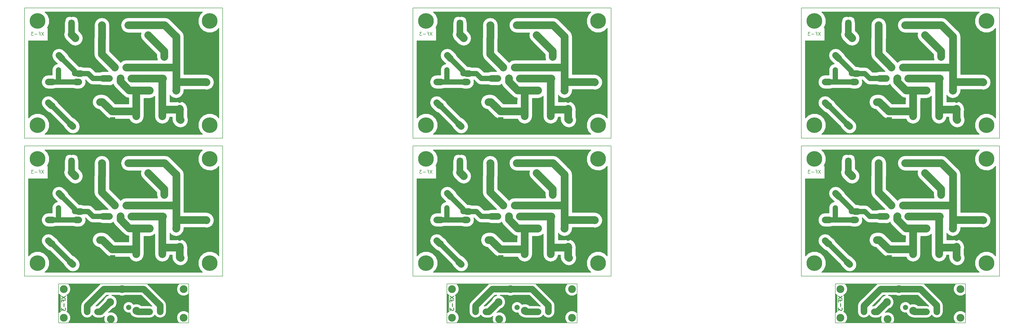
<source format=gbr>
G04 #@! TF.FileFunction,Copper,L2,Bot,Signal*
%FSLAX46Y46*%
G04 Gerber Fmt 4.6, Leading zero omitted, Abs format (unit mm)*
G04 Created by KiCad (PCBNEW 4.0.7+dfsg1-1~bpo9+1) date Wed Apr 18 09:45:45 2018*
%MOMM*%
%LPD*%
G01*
G04 APERTURE LIST*
%ADD10C,0.100000*%
%ADD11C,0.150000*%
%ADD12C,0.200000*%
%ADD13C,0.300000*%
%ADD14R,2.000000X2.000000*%
%ADD15C,2.000000*%
%ADD16O,2.000000X2.000000*%
%ADD17O,3.962400X1.981200*%
%ADD18O,1.981200X3.962400*%
%ADD19C,6.000000*%
%ADD20R,2.000000X1.998980*%
%ADD21O,1.800860X2.499360*%
%ADD22C,3.000000*%
%ADD23C,2.500000*%
%ADD24C,2.000000*%
%ADD25C,3.000000*%
%ADD26C,0.250000*%
G04 APERTURE END LIST*
D10*
D11*
X298000000Y-56000000D02*
X298000000Y-106000000D01*
X298000000Y-106000000D02*
X374000000Y-106000000D01*
X374000000Y-56000000D02*
X374000000Y-106000000D01*
X298000000Y-56000000D02*
X374000000Y-56000000D01*
D12*
X305364286Y-65288095D02*
X304497619Y-66588095D01*
X304497619Y-65288095D02*
X305364286Y-66588095D01*
X303569048Y-65907143D02*
X304002381Y-65907143D01*
X304002381Y-66588095D02*
X304002381Y-65288095D01*
X303383334Y-65288095D01*
X302888095Y-66092857D02*
X301897619Y-66092857D01*
X301402381Y-65288095D02*
X300597619Y-65288095D01*
X301030952Y-65783333D01*
X300845238Y-65783333D01*
X300721428Y-65845238D01*
X300659524Y-65907143D01*
X300597619Y-66030952D01*
X300597619Y-66340476D01*
X300659524Y-66464286D01*
X300721428Y-66526190D01*
X300845238Y-66588095D01*
X301216666Y-66588095D01*
X301340476Y-66526190D01*
X301402381Y-66464286D01*
X305364286Y-12288095D02*
X304497619Y-13588095D01*
X304497619Y-12288095D02*
X305364286Y-13588095D01*
X303569048Y-12907143D02*
X304002381Y-12907143D01*
X304002381Y-13588095D02*
X304002381Y-12288095D01*
X303383334Y-12288095D01*
X302888095Y-13092857D02*
X301897619Y-13092857D01*
X301402381Y-12288095D02*
X300597619Y-12288095D01*
X301030952Y-12783333D01*
X300845238Y-12783333D01*
X300721428Y-12845238D01*
X300659524Y-12907143D01*
X300597619Y-13030952D01*
X300597619Y-13340476D01*
X300659524Y-13464286D01*
X300721428Y-13526190D01*
X300845238Y-13588095D01*
X301216666Y-13588095D01*
X301340476Y-13526190D01*
X301402381Y-13464286D01*
D11*
X298000000Y-3000000D02*
X374000000Y-3000000D01*
X374000000Y-3000000D02*
X374000000Y-53000000D01*
X298000000Y-53000000D02*
X374000000Y-53000000D01*
X298000000Y-3000000D02*
X298000000Y-53000000D01*
X311000000Y-109000000D02*
X361000000Y-109000000D01*
D13*
X312178571Y-113714287D02*
X313678571Y-114714287D01*
X312178571Y-114714287D02*
X313678571Y-113714287D01*
X312892857Y-115785715D02*
X312892857Y-115285715D01*
X313678571Y-115285715D02*
X312178571Y-115285715D01*
X312178571Y-116000001D01*
X313107143Y-116571429D02*
X313107143Y-117714286D01*
X312178571Y-118285715D02*
X312178571Y-119214286D01*
X312750000Y-118714286D01*
X312750000Y-118928572D01*
X312821429Y-119071429D01*
X312892857Y-119142858D01*
X313035714Y-119214286D01*
X313392857Y-119214286D01*
X313535714Y-119142858D01*
X313607143Y-119071429D01*
X313678571Y-118928572D01*
X313678571Y-118500000D01*
X313607143Y-118357143D01*
X313535714Y-118285715D01*
D11*
X311000000Y-124000000D02*
X361000000Y-124000000D01*
X311000000Y-124000000D02*
X311000000Y-109000000D01*
X361000000Y-109000000D02*
X361000000Y-124000000D01*
X212000000Y-109000000D02*
X212000000Y-124000000D01*
X162000000Y-124000000D02*
X162000000Y-109000000D01*
X162000000Y-124000000D02*
X212000000Y-124000000D01*
D13*
X163178571Y-113714287D02*
X164678571Y-114714287D01*
X163178571Y-114714287D02*
X164678571Y-113714287D01*
X163892857Y-115785715D02*
X163892857Y-115285715D01*
X164678571Y-115285715D02*
X163178571Y-115285715D01*
X163178571Y-116000001D01*
X164107143Y-116571429D02*
X164107143Y-117714286D01*
X163178571Y-118285715D02*
X163178571Y-119214286D01*
X163750000Y-118714286D01*
X163750000Y-118928572D01*
X163821429Y-119071429D01*
X163892857Y-119142858D01*
X164035714Y-119214286D01*
X164392857Y-119214286D01*
X164535714Y-119142858D01*
X164607143Y-119071429D01*
X164678571Y-118928572D01*
X164678571Y-118500000D01*
X164607143Y-118357143D01*
X164535714Y-118285715D01*
D11*
X162000000Y-109000000D02*
X212000000Y-109000000D01*
X149000000Y-3000000D02*
X149000000Y-53000000D01*
X149000000Y-53000000D02*
X225000000Y-53000000D01*
X225000000Y-3000000D02*
X225000000Y-53000000D01*
X149000000Y-3000000D02*
X225000000Y-3000000D01*
D12*
X156364286Y-12288095D02*
X155497619Y-13588095D01*
X155497619Y-12288095D02*
X156364286Y-13588095D01*
X154569048Y-12907143D02*
X155002381Y-12907143D01*
X155002381Y-13588095D02*
X155002381Y-12288095D01*
X154383334Y-12288095D01*
X153888095Y-13092857D02*
X152897619Y-13092857D01*
X152402381Y-12288095D02*
X151597619Y-12288095D01*
X152030952Y-12783333D01*
X151845238Y-12783333D01*
X151721428Y-12845238D01*
X151659524Y-12907143D01*
X151597619Y-13030952D01*
X151597619Y-13340476D01*
X151659524Y-13464286D01*
X151721428Y-13526190D01*
X151845238Y-13588095D01*
X152216666Y-13588095D01*
X152340476Y-13526190D01*
X152402381Y-13464286D01*
X156364286Y-65288095D02*
X155497619Y-66588095D01*
X155497619Y-65288095D02*
X156364286Y-66588095D01*
X154569048Y-65907143D02*
X155002381Y-65907143D01*
X155002381Y-66588095D02*
X155002381Y-65288095D01*
X154383334Y-65288095D01*
X153888095Y-66092857D02*
X152897619Y-66092857D01*
X152402381Y-65288095D02*
X151597619Y-65288095D01*
X152030952Y-65783333D01*
X151845238Y-65783333D01*
X151721428Y-65845238D01*
X151659524Y-65907143D01*
X151597619Y-66030952D01*
X151597619Y-66340476D01*
X151659524Y-66464286D01*
X151721428Y-66526190D01*
X151845238Y-66588095D01*
X152216666Y-66588095D01*
X152340476Y-66526190D01*
X152402381Y-66464286D01*
D11*
X149000000Y-56000000D02*
X225000000Y-56000000D01*
X225000000Y-56000000D02*
X225000000Y-106000000D01*
X149000000Y-106000000D02*
X225000000Y-106000000D01*
X149000000Y-56000000D02*
X149000000Y-106000000D01*
X0Y-56000000D02*
X0Y-106000000D01*
X0Y-106000000D02*
X76000000Y-106000000D01*
X76000000Y-56000000D02*
X76000000Y-106000000D01*
X0Y-56000000D02*
X76000000Y-56000000D01*
D12*
X7364286Y-65288095D02*
X6497619Y-66588095D01*
X6497619Y-65288095D02*
X7364286Y-66588095D01*
X5569048Y-65907143D02*
X6002381Y-65907143D01*
X6002381Y-66588095D02*
X6002381Y-65288095D01*
X5383334Y-65288095D01*
X4888095Y-66092857D02*
X3897619Y-66092857D01*
X3402381Y-65288095D02*
X2597619Y-65288095D01*
X3030952Y-65783333D01*
X2845238Y-65783333D01*
X2721428Y-65845238D01*
X2659524Y-65907143D01*
X2597619Y-66030952D01*
X2597619Y-66340476D01*
X2659524Y-66464286D01*
X2721428Y-66526190D01*
X2845238Y-66588095D01*
X3216666Y-66588095D01*
X3340476Y-66526190D01*
X3402381Y-66464286D01*
X7364286Y-12288095D02*
X6497619Y-13588095D01*
X6497619Y-12288095D02*
X7364286Y-13588095D01*
X5569048Y-12907143D02*
X6002381Y-12907143D01*
X6002381Y-13588095D02*
X6002381Y-12288095D01*
X5383334Y-12288095D01*
X4888095Y-13092857D02*
X3897619Y-13092857D01*
X3402381Y-12288095D02*
X2597619Y-12288095D01*
X3030952Y-12783333D01*
X2845238Y-12783333D01*
X2721428Y-12845238D01*
X2659524Y-12907143D01*
X2597619Y-13030952D01*
X2597619Y-13340476D01*
X2659524Y-13464286D01*
X2721428Y-13526190D01*
X2845238Y-13588095D01*
X3216666Y-13588095D01*
X3340476Y-13526190D01*
X3402381Y-13464286D01*
D11*
X0Y-3000000D02*
X76000000Y-3000000D01*
X76000000Y-3000000D02*
X76000000Y-53000000D01*
X0Y-53000000D02*
X76000000Y-53000000D01*
X0Y-3000000D02*
X0Y-53000000D01*
X13000000Y-109000000D02*
X63000000Y-109000000D01*
D13*
X14178571Y-113714287D02*
X15678571Y-114714287D01*
X14178571Y-114714287D02*
X15678571Y-113714287D01*
X14892857Y-115785715D02*
X14892857Y-115285715D01*
X15678571Y-115285715D02*
X14178571Y-115285715D01*
X14178571Y-116000001D01*
X15107143Y-116571429D02*
X15107143Y-117714286D01*
X14178571Y-118285715D02*
X14178571Y-119214286D01*
X14750000Y-118714286D01*
X14750000Y-118928572D01*
X14821429Y-119071429D01*
X14892857Y-119142858D01*
X15035714Y-119214286D01*
X15392857Y-119214286D01*
X15535714Y-119142858D01*
X15607143Y-119071429D01*
X15678571Y-118928572D01*
X15678571Y-118500000D01*
X15607143Y-118357143D01*
X15535714Y-118285715D01*
D11*
X13000000Y-124000000D02*
X63000000Y-124000000D01*
X13000000Y-124000000D02*
X13000000Y-109000000D01*
X63000000Y-109000000D02*
X63000000Y-124000000D01*
D14*
X357800000Y-99000000D03*
D15*
X362800000Y-99000000D03*
D14*
X351600000Y-74400000D03*
D15*
X346600000Y-74400000D03*
D14*
X327400000Y-92000000D03*
D15*
X322400000Y-92000000D03*
D16*
X316450000Y-101500000D03*
X320450000Y-101500000D03*
X307100000Y-84400000D03*
X307100000Y-88400000D03*
X307100000Y-92400000D03*
D17*
X367100000Y-89425000D03*
X367100000Y-84425000D03*
D18*
X340800000Y-96600000D03*
X345800000Y-96600000D03*
X350800000Y-96600000D03*
D15*
X316010000Y-58560000D03*
D14*
X316010000Y-61760000D03*
D15*
X318510000Y-81160000D03*
D14*
X318510000Y-84360000D03*
D15*
X331710000Y-95760000D03*
D14*
X331710000Y-98960000D03*
D15*
X357500000Y-91500000D03*
D14*
X357500000Y-94700000D03*
D19*
X303000000Y-61000000D03*
X369000000Y-61000000D03*
X369000000Y-101000000D03*
X303000000Y-101000000D03*
D15*
X327660000Y-67600000D03*
X317500000Y-67600000D03*
X337800000Y-62600000D03*
X327640000Y-62600000D03*
X301000000Y-74200000D03*
X311160000Y-74200000D03*
X355560000Y-66400000D03*
X345400000Y-66400000D03*
X300840000Y-79800000D03*
X311000000Y-79800000D03*
X345990000Y-87652540D03*
D20*
X356150000Y-87652540D03*
D15*
X356185000Y-82924000D03*
D20*
X346025000Y-82924000D03*
D21*
X334775000Y-83050000D03*
X330575000Y-83050000D03*
X338975000Y-83050000D03*
X336975000Y-78850000D03*
X332575000Y-78850000D03*
X334775000Y-30050000D03*
X330575000Y-30050000D03*
X338975000Y-30050000D03*
X336975000Y-25850000D03*
X332575000Y-25850000D03*
D15*
X356185000Y-29924000D03*
D20*
X346025000Y-29924000D03*
D15*
X345990000Y-34652540D03*
D20*
X356150000Y-34652540D03*
D15*
X300840000Y-26800000D03*
X311000000Y-26800000D03*
X355560000Y-13400000D03*
X345400000Y-13400000D03*
X301000000Y-21200000D03*
X311160000Y-21200000D03*
X337800000Y-9600000D03*
X327640000Y-9600000D03*
X327660000Y-14600000D03*
X317500000Y-14600000D03*
D19*
X303000000Y-48000000D03*
X369000000Y-48000000D03*
X369000000Y-8000000D03*
X303000000Y-8000000D03*
D15*
X357500000Y-38500000D03*
D14*
X357500000Y-41700000D03*
D15*
X331710000Y-42760000D03*
D14*
X331710000Y-45960000D03*
D15*
X318510000Y-28160000D03*
D14*
X318510000Y-31360000D03*
D15*
X316010000Y-5560000D03*
D14*
X316010000Y-8760000D03*
D18*
X340800000Y-43600000D03*
X345800000Y-43600000D03*
X350800000Y-43600000D03*
D17*
X367100000Y-36425000D03*
X367100000Y-31425000D03*
D16*
X307100000Y-31400000D03*
X307100000Y-35400000D03*
X307100000Y-39400000D03*
X316450000Y-48500000D03*
X320450000Y-48500000D03*
D14*
X327400000Y-39000000D03*
D15*
X322400000Y-39000000D03*
D14*
X351600000Y-21400000D03*
D15*
X346600000Y-21400000D03*
D14*
X357800000Y-46000000D03*
D15*
X362800000Y-46000000D03*
D22*
X313000000Y-111000000D03*
X313000000Y-122000000D03*
X359000000Y-111000000D03*
X359000000Y-122000000D03*
D16*
X322000000Y-119750000D03*
X326000000Y-119750000D03*
X346000000Y-119750000D03*
X350000000Y-119750000D03*
D22*
X335410000Y-111010000D03*
X331110000Y-122510000D03*
X330830000Y-116010000D03*
X340910000Y-119310000D03*
D15*
X337942000Y-118034000D03*
D22*
X186410000Y-111010000D03*
X182110000Y-122510000D03*
X181830000Y-116010000D03*
X191910000Y-119310000D03*
D15*
X188942000Y-118034000D03*
D16*
X197000000Y-119750000D03*
X201000000Y-119750000D03*
X173000000Y-119750000D03*
X177000000Y-119750000D03*
D22*
X210000000Y-122000000D03*
X210000000Y-111000000D03*
X164000000Y-122000000D03*
X164000000Y-111000000D03*
D14*
X208800000Y-46000000D03*
D15*
X213800000Y-46000000D03*
D14*
X202600000Y-21400000D03*
D15*
X197600000Y-21400000D03*
D14*
X178400000Y-39000000D03*
D15*
X173400000Y-39000000D03*
D16*
X167450000Y-48500000D03*
X171450000Y-48500000D03*
X158100000Y-31400000D03*
X158100000Y-35400000D03*
X158100000Y-39400000D03*
D17*
X218100000Y-36425000D03*
X218100000Y-31425000D03*
D18*
X191800000Y-43600000D03*
X196800000Y-43600000D03*
X201800000Y-43600000D03*
D15*
X167010000Y-5560000D03*
D14*
X167010000Y-8760000D03*
D15*
X169510000Y-28160000D03*
D14*
X169510000Y-31360000D03*
D15*
X182710000Y-42760000D03*
D14*
X182710000Y-45960000D03*
D15*
X208500000Y-38500000D03*
D14*
X208500000Y-41700000D03*
D19*
X154000000Y-8000000D03*
X220000000Y-8000000D03*
X220000000Y-48000000D03*
X154000000Y-48000000D03*
D15*
X178660000Y-14600000D03*
X168500000Y-14600000D03*
X188800000Y-9600000D03*
X178640000Y-9600000D03*
X152000000Y-21200000D03*
X162160000Y-21200000D03*
X206560000Y-13400000D03*
X196400000Y-13400000D03*
X151840000Y-26800000D03*
X162000000Y-26800000D03*
X196990000Y-34652540D03*
D20*
X207150000Y-34652540D03*
D15*
X207185000Y-29924000D03*
D20*
X197025000Y-29924000D03*
D21*
X185775000Y-30050000D03*
X181575000Y-30050000D03*
X189975000Y-30050000D03*
X187975000Y-25850000D03*
X183575000Y-25850000D03*
X185775000Y-83050000D03*
X181575000Y-83050000D03*
X189975000Y-83050000D03*
X187975000Y-78850000D03*
X183575000Y-78850000D03*
D15*
X207185000Y-82924000D03*
D20*
X197025000Y-82924000D03*
D15*
X196990000Y-87652540D03*
D20*
X207150000Y-87652540D03*
D15*
X151840000Y-79800000D03*
X162000000Y-79800000D03*
X206560000Y-66400000D03*
X196400000Y-66400000D03*
X152000000Y-74200000D03*
X162160000Y-74200000D03*
X188800000Y-62600000D03*
X178640000Y-62600000D03*
X178660000Y-67600000D03*
X168500000Y-67600000D03*
D19*
X154000000Y-101000000D03*
X220000000Y-101000000D03*
X220000000Y-61000000D03*
X154000000Y-61000000D03*
D15*
X208500000Y-91500000D03*
D14*
X208500000Y-94700000D03*
D15*
X182710000Y-95760000D03*
D14*
X182710000Y-98960000D03*
D15*
X169510000Y-81160000D03*
D14*
X169510000Y-84360000D03*
D15*
X167010000Y-58560000D03*
D14*
X167010000Y-61760000D03*
D18*
X191800000Y-96600000D03*
X196800000Y-96600000D03*
X201800000Y-96600000D03*
D17*
X218100000Y-89425000D03*
X218100000Y-84425000D03*
D16*
X158100000Y-84400000D03*
X158100000Y-88400000D03*
X158100000Y-92400000D03*
X167450000Y-101500000D03*
X171450000Y-101500000D03*
D14*
X178400000Y-92000000D03*
D15*
X173400000Y-92000000D03*
D14*
X202600000Y-74400000D03*
D15*
X197600000Y-74400000D03*
D14*
X208800000Y-99000000D03*
D15*
X213800000Y-99000000D03*
D14*
X59800000Y-99000000D03*
D15*
X64800000Y-99000000D03*
D14*
X53600000Y-74400000D03*
D15*
X48600000Y-74400000D03*
D14*
X29400000Y-92000000D03*
D15*
X24400000Y-92000000D03*
D16*
X18450000Y-101500000D03*
X22450000Y-101500000D03*
X9100000Y-84400000D03*
X9100000Y-88400000D03*
X9100000Y-92400000D03*
D17*
X69100000Y-89425000D03*
X69100000Y-84425000D03*
D18*
X42800000Y-96600000D03*
X47800000Y-96600000D03*
X52800000Y-96600000D03*
D15*
X18010000Y-58560000D03*
D14*
X18010000Y-61760000D03*
D15*
X20510000Y-81160000D03*
D14*
X20510000Y-84360000D03*
D15*
X33710000Y-95760000D03*
D14*
X33710000Y-98960000D03*
D15*
X59500000Y-91500000D03*
D14*
X59500000Y-94700000D03*
D19*
X5000000Y-61000000D03*
X71000000Y-61000000D03*
X71000000Y-101000000D03*
X5000000Y-101000000D03*
D15*
X29660000Y-67600000D03*
X19500000Y-67600000D03*
X39800000Y-62600000D03*
X29640000Y-62600000D03*
X3000000Y-74200000D03*
X13160000Y-74200000D03*
X57560000Y-66400000D03*
X47400000Y-66400000D03*
X2840000Y-79800000D03*
X13000000Y-79800000D03*
X47990000Y-87652540D03*
D20*
X58150000Y-87652540D03*
D15*
X58185000Y-82924000D03*
D20*
X48025000Y-82924000D03*
D21*
X36775000Y-83050000D03*
X32575000Y-83050000D03*
X40975000Y-83050000D03*
X38975000Y-78850000D03*
X34575000Y-78850000D03*
X36775000Y-30050000D03*
X32575000Y-30050000D03*
X40975000Y-30050000D03*
X38975000Y-25850000D03*
X34575000Y-25850000D03*
D15*
X58185000Y-29924000D03*
D20*
X48025000Y-29924000D03*
D15*
X47990000Y-34652540D03*
D20*
X58150000Y-34652540D03*
D15*
X2840000Y-26800000D03*
X13000000Y-26800000D03*
X57560000Y-13400000D03*
X47400000Y-13400000D03*
X3000000Y-21200000D03*
X13160000Y-21200000D03*
X39800000Y-9600000D03*
X29640000Y-9600000D03*
X29660000Y-14600000D03*
X19500000Y-14600000D03*
D19*
X5000000Y-48000000D03*
X71000000Y-48000000D03*
X71000000Y-8000000D03*
X5000000Y-8000000D03*
D15*
X59500000Y-38500000D03*
D14*
X59500000Y-41700000D03*
D15*
X33710000Y-42760000D03*
D14*
X33710000Y-45960000D03*
D15*
X20510000Y-28160000D03*
D14*
X20510000Y-31360000D03*
D15*
X18010000Y-5560000D03*
D14*
X18010000Y-8760000D03*
D18*
X42800000Y-43600000D03*
X47800000Y-43600000D03*
X52800000Y-43600000D03*
D17*
X69100000Y-36425000D03*
X69100000Y-31425000D03*
D16*
X9100000Y-31400000D03*
X9100000Y-35400000D03*
X9100000Y-39400000D03*
X18450000Y-48500000D03*
X22450000Y-48500000D03*
D14*
X29400000Y-39000000D03*
D15*
X24400000Y-39000000D03*
D14*
X53600000Y-21400000D03*
D15*
X48600000Y-21400000D03*
D14*
X59800000Y-46000000D03*
D15*
X64800000Y-46000000D03*
D22*
X15000000Y-111000000D03*
X15000000Y-122000000D03*
X61000000Y-111000000D03*
X61000000Y-122000000D03*
D16*
X24000000Y-119750000D03*
X28000000Y-119750000D03*
X48000000Y-119750000D03*
X52000000Y-119750000D03*
D22*
X37410000Y-111010000D03*
X33110000Y-122510000D03*
X32830000Y-116010000D03*
X42910000Y-119310000D03*
D15*
X39942000Y-118034000D03*
D23*
X322000000Y-119750000D02*
X322000000Y-117450000D01*
X350000000Y-117290000D02*
X350000000Y-119750000D01*
X343720000Y-111010000D02*
X350000000Y-117290000D01*
X328440000Y-111010000D02*
X343720000Y-111010000D01*
X322000000Y-117450000D02*
X328440000Y-111010000D01*
X173000000Y-117450000D02*
X179440000Y-111010000D01*
X179440000Y-111010000D02*
X194720000Y-111010000D01*
X194720000Y-111010000D02*
X201000000Y-117290000D01*
X201000000Y-117290000D02*
X201000000Y-119750000D01*
X173000000Y-119750000D02*
X173000000Y-117450000D01*
X24000000Y-119750000D02*
X24000000Y-117450000D01*
X52000000Y-117290000D02*
X52000000Y-119750000D01*
X45720000Y-111010000D02*
X52000000Y-117290000D01*
X30440000Y-111010000D02*
X45720000Y-111010000D01*
X24000000Y-117450000D02*
X30440000Y-111010000D01*
D24*
X308564213Y-93614213D02*
X315525001Y-100575001D01*
D23*
X316525000Y-101575000D02*
X315525001Y-100575001D01*
X308314213Y-93614213D02*
X308564213Y-93614213D01*
X307100000Y-92400000D02*
X308314213Y-93614213D01*
X307100000Y-39400000D02*
X308314213Y-40614213D01*
X308314213Y-40614213D02*
X308564213Y-40614213D01*
X316525000Y-48575000D02*
X315525001Y-47575001D01*
D24*
X308564213Y-40614213D02*
X315525001Y-47575001D01*
X159564213Y-40614213D02*
X166525001Y-47575001D01*
D23*
X167525000Y-48575000D02*
X166525001Y-47575001D01*
X159314213Y-40614213D02*
X159564213Y-40614213D01*
X158100000Y-39400000D02*
X159314213Y-40614213D01*
X158100000Y-92400000D02*
X159314213Y-93614213D01*
X159314213Y-93614213D02*
X159564213Y-93614213D01*
X167525000Y-101575000D02*
X166525001Y-100575001D01*
D24*
X159564213Y-93614213D02*
X166525001Y-100575001D01*
X10564213Y-93614213D02*
X17525001Y-100575001D01*
D23*
X18525000Y-101575000D02*
X17525001Y-100575001D01*
X10314213Y-93614213D02*
X10564213Y-93614213D01*
X9100000Y-92400000D02*
X10314213Y-93614213D01*
X9100000Y-39400000D02*
X10314213Y-40614213D01*
X10314213Y-40614213D02*
X10564213Y-40614213D01*
X18525000Y-48575000D02*
X17525001Y-47575001D01*
D24*
X10564213Y-40614213D02*
X17525001Y-47575001D01*
D23*
X330575000Y-83050000D02*
X328050000Y-83050000D01*
X318600000Y-81200000D02*
X319600000Y-81200000D01*
D24*
X319600000Y-81200000D02*
X322400000Y-81200000D01*
X324250000Y-83050000D02*
X328050000Y-83050000D01*
X322400000Y-81200000D02*
X324250000Y-83050000D01*
X318600000Y-81200000D02*
X317185787Y-81200000D01*
X317185787Y-81200000D02*
X317185787Y-80225787D01*
D23*
X311160000Y-74200000D02*
X312400000Y-75440000D01*
D24*
X317185787Y-80225787D02*
X312400000Y-75440000D01*
X317185787Y-27225787D02*
X312400000Y-22440000D01*
D23*
X311160000Y-21200000D02*
X312400000Y-22440000D01*
D24*
X317185787Y-28200000D02*
X317185787Y-27225787D01*
X318600000Y-28200000D02*
X317185787Y-28200000D01*
X322400000Y-28200000D02*
X324250000Y-30050000D01*
X324250000Y-30050000D02*
X328050000Y-30050000D01*
X319600000Y-28200000D02*
X322400000Y-28200000D01*
D23*
X318600000Y-28200000D02*
X319600000Y-28200000D01*
X330575000Y-30050000D02*
X328050000Y-30050000D01*
X181575000Y-30050000D02*
X179050000Y-30050000D01*
X169600000Y-28200000D02*
X170600000Y-28200000D01*
D24*
X170600000Y-28200000D02*
X173400000Y-28200000D01*
X175250000Y-30050000D02*
X179050000Y-30050000D01*
X173400000Y-28200000D02*
X175250000Y-30050000D01*
X169600000Y-28200000D02*
X168185787Y-28200000D01*
X168185787Y-28200000D02*
X168185787Y-27225787D01*
D23*
X162160000Y-21200000D02*
X163400000Y-22440000D01*
D24*
X168185787Y-27225787D02*
X163400000Y-22440000D01*
X168185787Y-80225787D02*
X163400000Y-75440000D01*
D23*
X162160000Y-74200000D02*
X163400000Y-75440000D01*
D24*
X168185787Y-81200000D02*
X168185787Y-80225787D01*
X169600000Y-81200000D02*
X168185787Y-81200000D01*
X173400000Y-81200000D02*
X175250000Y-83050000D01*
X175250000Y-83050000D02*
X179050000Y-83050000D01*
X170600000Y-81200000D02*
X173400000Y-81200000D01*
D23*
X169600000Y-81200000D02*
X170600000Y-81200000D01*
X181575000Y-83050000D02*
X179050000Y-83050000D01*
X32575000Y-83050000D02*
X30050000Y-83050000D01*
X20600000Y-81200000D02*
X21600000Y-81200000D01*
D24*
X21600000Y-81200000D02*
X24400000Y-81200000D01*
X26250000Y-83050000D02*
X30050000Y-83050000D01*
X24400000Y-81200000D02*
X26250000Y-83050000D01*
X20600000Y-81200000D02*
X19185787Y-81200000D01*
X19185787Y-81200000D02*
X19185787Y-80225787D01*
D23*
X13160000Y-74200000D02*
X14400000Y-75440000D01*
D24*
X19185787Y-80225787D02*
X14400000Y-75440000D01*
X19185787Y-27225787D02*
X14400000Y-22440000D01*
D23*
X13160000Y-21200000D02*
X14400000Y-22440000D01*
D24*
X19185787Y-28200000D02*
X19185787Y-27225787D01*
X20600000Y-28200000D02*
X19185787Y-28200000D01*
X24400000Y-28200000D02*
X26250000Y-30050000D01*
X26250000Y-30050000D02*
X30050000Y-30050000D01*
X21600000Y-28200000D02*
X24400000Y-28200000D01*
D23*
X20600000Y-28200000D02*
X21600000Y-28200000D01*
X32575000Y-30050000D02*
X30050000Y-30050000D01*
D24*
X317440000Y-67600000D02*
X317440000Y-66840000D01*
D25*
X316000000Y-66160000D02*
X317440000Y-67600000D01*
D23*
X316010000Y-65260000D02*
X316000000Y-65270000D01*
X316000000Y-65270000D02*
X316000000Y-66160000D01*
X316010000Y-61760000D02*
X316010000Y-65260000D01*
X316010000Y-8760000D02*
X316010000Y-12260000D01*
X316000000Y-12270000D02*
X316000000Y-13160000D01*
X316010000Y-12260000D02*
X316000000Y-12270000D01*
D25*
X316000000Y-13160000D02*
X317440000Y-14600000D01*
D24*
X317440000Y-14600000D02*
X317440000Y-13840000D01*
X168440000Y-14600000D02*
X168440000Y-13840000D01*
D25*
X167000000Y-13160000D02*
X168440000Y-14600000D01*
D23*
X167010000Y-12260000D02*
X167000000Y-12270000D01*
X167000000Y-12270000D02*
X167000000Y-13160000D01*
X167010000Y-8760000D02*
X167010000Y-12260000D01*
X167010000Y-61760000D02*
X167010000Y-65260000D01*
X167000000Y-65270000D02*
X167000000Y-66160000D01*
X167010000Y-65260000D02*
X167000000Y-65270000D01*
D25*
X167000000Y-66160000D02*
X168440000Y-67600000D01*
D24*
X168440000Y-67600000D02*
X168440000Y-66840000D01*
X19440000Y-67600000D02*
X19440000Y-66840000D01*
D25*
X18000000Y-66160000D02*
X19440000Y-67600000D01*
D23*
X18010000Y-65260000D02*
X18000000Y-65270000D01*
X18000000Y-65270000D02*
X18000000Y-66160000D01*
X18010000Y-61760000D02*
X18010000Y-65260000D01*
X18010000Y-8760000D02*
X18010000Y-12260000D01*
X18000000Y-12270000D02*
X18000000Y-13160000D01*
X18010000Y-12260000D02*
X18000000Y-12270000D01*
D25*
X18000000Y-13160000D02*
X19440000Y-14600000D01*
D24*
X19440000Y-14600000D02*
X19440000Y-13840000D01*
D25*
X350900000Y-96400000D02*
X350825000Y-96475000D01*
X350825000Y-92175000D02*
X350825000Y-95725000D01*
X351050000Y-83050000D02*
X350825000Y-83275000D01*
X345927540Y-83050000D02*
X351050000Y-83050000D01*
X338975000Y-83050000D02*
X345927540Y-83050000D01*
X350825000Y-83275000D02*
X350825000Y-92175000D01*
X351225000Y-95000000D02*
X350825000Y-94600000D01*
X357600000Y-95000000D02*
X351225000Y-95000000D01*
X350825000Y-94600000D02*
X350825000Y-92175000D01*
X350825000Y-97575000D02*
X350825000Y-94600000D01*
X357500000Y-98700000D02*
X357800000Y-99000000D01*
X357500000Y-94700000D02*
X357500000Y-98700000D01*
X357500000Y-41700000D02*
X357500000Y-45700000D01*
X357500000Y-45700000D02*
X357800000Y-46000000D01*
X350825000Y-44575000D02*
X350825000Y-41600000D01*
X350825000Y-41600000D02*
X350825000Y-39175000D01*
X357600000Y-42000000D02*
X351225000Y-42000000D01*
X351225000Y-42000000D02*
X350825000Y-41600000D01*
X350825000Y-30275000D02*
X350825000Y-39175000D01*
X338975000Y-30050000D02*
X345927540Y-30050000D01*
X345927540Y-30050000D02*
X351050000Y-30050000D01*
X351050000Y-30050000D02*
X350825000Y-30275000D01*
X350825000Y-39175000D02*
X350825000Y-42725000D01*
X350900000Y-43400000D02*
X350825000Y-43475000D01*
X201900000Y-43400000D02*
X201825000Y-43475000D01*
X201825000Y-39175000D02*
X201825000Y-42725000D01*
X202050000Y-30050000D02*
X201825000Y-30275000D01*
X196927540Y-30050000D02*
X202050000Y-30050000D01*
X189975000Y-30050000D02*
X196927540Y-30050000D01*
X201825000Y-30275000D02*
X201825000Y-39175000D01*
X202225000Y-42000000D02*
X201825000Y-41600000D01*
X208600000Y-42000000D02*
X202225000Y-42000000D01*
X201825000Y-41600000D02*
X201825000Y-39175000D01*
X201825000Y-44575000D02*
X201825000Y-41600000D01*
X208500000Y-45700000D02*
X208800000Y-46000000D01*
X208500000Y-41700000D02*
X208500000Y-45700000D01*
X208500000Y-94700000D02*
X208500000Y-98700000D01*
X208500000Y-98700000D02*
X208800000Y-99000000D01*
X201825000Y-97575000D02*
X201825000Y-94600000D01*
X201825000Y-94600000D02*
X201825000Y-92175000D01*
X208600000Y-95000000D02*
X202225000Y-95000000D01*
X202225000Y-95000000D02*
X201825000Y-94600000D01*
X201825000Y-83275000D02*
X201825000Y-92175000D01*
X189975000Y-83050000D02*
X196927540Y-83050000D01*
X196927540Y-83050000D02*
X202050000Y-83050000D01*
X202050000Y-83050000D02*
X201825000Y-83275000D01*
X201825000Y-92175000D02*
X201825000Y-95725000D01*
X201900000Y-96400000D02*
X201825000Y-96475000D01*
X52900000Y-96400000D02*
X52825000Y-96475000D01*
X52825000Y-92175000D02*
X52825000Y-95725000D01*
X53050000Y-83050000D02*
X52825000Y-83275000D01*
X47927540Y-83050000D02*
X53050000Y-83050000D01*
X40975000Y-83050000D02*
X47927540Y-83050000D01*
X52825000Y-83275000D02*
X52825000Y-92175000D01*
X53225000Y-95000000D02*
X52825000Y-94600000D01*
X59600000Y-95000000D02*
X53225000Y-95000000D01*
X52825000Y-94600000D02*
X52825000Y-92175000D01*
X52825000Y-97575000D02*
X52825000Y-94600000D01*
X59500000Y-98700000D02*
X59800000Y-99000000D01*
X59500000Y-94700000D02*
X59500000Y-98700000D01*
X59500000Y-41700000D02*
X59500000Y-45700000D01*
X59500000Y-45700000D02*
X59800000Y-46000000D01*
X52825000Y-44575000D02*
X52825000Y-41600000D01*
X52825000Y-41600000D02*
X52825000Y-39175000D01*
X59600000Y-42000000D02*
X53225000Y-42000000D01*
X53225000Y-42000000D02*
X52825000Y-41600000D01*
X52825000Y-30275000D02*
X52825000Y-39175000D01*
X40975000Y-30050000D02*
X47927540Y-30050000D01*
X47927540Y-30050000D02*
X53050000Y-30050000D01*
X53050000Y-30050000D02*
X52825000Y-30275000D01*
X52825000Y-39175000D02*
X52825000Y-42725000D01*
X52900000Y-43400000D02*
X52825000Y-43475000D01*
X334799140Y-82999637D02*
X334799140Y-83274740D01*
X345940000Y-87750000D02*
X340850000Y-87750000D01*
X334775000Y-83050000D02*
X334775000Y-84300000D01*
X334775000Y-84300000D02*
X338127540Y-87652540D01*
X338127540Y-87652540D02*
X345990000Y-87652540D01*
X340825000Y-95725000D02*
X331500000Y-95725000D01*
X340825000Y-91493800D02*
X340850000Y-91468800D01*
X340850000Y-91468800D02*
X340850000Y-87750000D01*
X340825000Y-97575000D02*
X340825000Y-94725000D01*
X340825000Y-96475000D02*
X340825000Y-94725000D01*
X340825000Y-94725000D02*
X340825000Y-91493800D01*
X327875000Y-92100000D02*
X326925000Y-92100000D01*
X331500000Y-95725000D02*
X327875000Y-92100000D01*
X331500000Y-42725000D02*
X327875000Y-39100000D01*
X327875000Y-39100000D02*
X326925000Y-39100000D01*
X340825000Y-41725000D02*
X340825000Y-38493800D01*
X340825000Y-43475000D02*
X340825000Y-41725000D01*
X340825000Y-44575000D02*
X340825000Y-41725000D01*
X340850000Y-38468800D02*
X340850000Y-34750000D01*
X340825000Y-38493800D02*
X340850000Y-38468800D01*
X340825000Y-42725000D02*
X331500000Y-42725000D01*
X338127540Y-34652540D02*
X345990000Y-34652540D01*
X334775000Y-31300000D02*
X338127540Y-34652540D01*
X334775000Y-30050000D02*
X334775000Y-31300000D01*
X345940000Y-34750000D02*
X340850000Y-34750000D01*
X334799140Y-29999637D02*
X334799140Y-30274740D01*
X185799140Y-29999637D02*
X185799140Y-30274740D01*
X196940000Y-34750000D02*
X191850000Y-34750000D01*
X185775000Y-30050000D02*
X185775000Y-31300000D01*
X185775000Y-31300000D02*
X189127540Y-34652540D01*
X189127540Y-34652540D02*
X196990000Y-34652540D01*
X191825000Y-42725000D02*
X182500000Y-42725000D01*
X191825000Y-38493800D02*
X191850000Y-38468800D01*
X191850000Y-38468800D02*
X191850000Y-34750000D01*
X191825000Y-44575000D02*
X191825000Y-41725000D01*
X191825000Y-43475000D02*
X191825000Y-41725000D01*
X191825000Y-41725000D02*
X191825000Y-38493800D01*
X178875000Y-39100000D02*
X177925000Y-39100000D01*
X182500000Y-42725000D02*
X178875000Y-39100000D01*
X182500000Y-95725000D02*
X178875000Y-92100000D01*
X178875000Y-92100000D02*
X177925000Y-92100000D01*
X191825000Y-94725000D02*
X191825000Y-91493800D01*
X191825000Y-96475000D02*
X191825000Y-94725000D01*
X191825000Y-97575000D02*
X191825000Y-94725000D01*
X191850000Y-91468800D02*
X191850000Y-87750000D01*
X191825000Y-91493800D02*
X191850000Y-91468800D01*
X191825000Y-95725000D02*
X182500000Y-95725000D01*
X189127540Y-87652540D02*
X196990000Y-87652540D01*
X185775000Y-84300000D02*
X189127540Y-87652540D01*
X185775000Y-83050000D02*
X185775000Y-84300000D01*
X196940000Y-87750000D02*
X191850000Y-87750000D01*
X185799140Y-82999637D02*
X185799140Y-83274740D01*
X36799140Y-82999637D02*
X36799140Y-83274740D01*
X47940000Y-87750000D02*
X42850000Y-87750000D01*
X36775000Y-83050000D02*
X36775000Y-84300000D01*
X36775000Y-84300000D02*
X40127540Y-87652540D01*
X40127540Y-87652540D02*
X47990000Y-87652540D01*
X42825000Y-95725000D02*
X33500000Y-95725000D01*
X42825000Y-91493800D02*
X42850000Y-91468800D01*
X42850000Y-91468800D02*
X42850000Y-87750000D01*
X42825000Y-97575000D02*
X42825000Y-94725000D01*
X42825000Y-96475000D02*
X42825000Y-94725000D01*
X42825000Y-94725000D02*
X42825000Y-91493800D01*
X29875000Y-92100000D02*
X28925000Y-92100000D01*
X33500000Y-95725000D02*
X29875000Y-92100000D01*
X33500000Y-42725000D02*
X29875000Y-39100000D01*
X29875000Y-39100000D02*
X28925000Y-39100000D01*
X42825000Y-41725000D02*
X42825000Y-38493800D01*
X42825000Y-43475000D02*
X42825000Y-41725000D01*
X42825000Y-44575000D02*
X42825000Y-41725000D01*
X42850000Y-38468800D02*
X42850000Y-34750000D01*
X42825000Y-38493800D02*
X42850000Y-38468800D01*
X42825000Y-42725000D02*
X33500000Y-42725000D01*
X40127540Y-34652540D02*
X47990000Y-34652540D01*
X36775000Y-31300000D02*
X40127540Y-34652540D01*
X36775000Y-30050000D02*
X36775000Y-31300000D01*
X47940000Y-34750000D02*
X42850000Y-34750000D01*
X36799140Y-29999637D02*
X36799140Y-30274740D01*
X351600000Y-72600000D02*
X345400000Y-66400000D01*
X351600000Y-74800000D02*
X351600000Y-72600000D01*
X351600000Y-21800000D02*
X351600000Y-19600000D01*
X351600000Y-19600000D02*
X345400000Y-13400000D01*
X202600000Y-19600000D02*
X196400000Y-13400000D01*
X202600000Y-21800000D02*
X202600000Y-19600000D01*
X202600000Y-74800000D02*
X202600000Y-72600000D01*
X202600000Y-72600000D02*
X196400000Y-66400000D01*
X53600000Y-72600000D02*
X47400000Y-66400000D01*
X53600000Y-74800000D02*
X53600000Y-72600000D01*
X53600000Y-21800000D02*
X53600000Y-19600000D01*
X53600000Y-19600000D02*
X47400000Y-13400000D01*
X356125000Y-87725000D02*
X356100000Y-87750000D01*
X356185000Y-87617540D02*
X356150000Y-87652540D01*
X356185000Y-84425000D02*
X356185000Y-87617540D01*
X356185000Y-82747460D02*
X356185000Y-84425000D01*
X367650000Y-84425000D02*
X367750000Y-84525000D01*
X356185000Y-84425000D02*
X367650000Y-84425000D01*
X356185000Y-67025000D02*
X355560000Y-66400000D01*
X356135000Y-78850000D02*
X356185000Y-78800000D01*
X336975000Y-78850000D02*
X356135000Y-78850000D01*
X356185000Y-78800000D02*
X356185000Y-67025000D01*
X356185000Y-82924000D02*
X356185000Y-78800000D01*
X351760000Y-62600000D02*
X355560000Y-66400000D01*
X337800000Y-62600000D02*
X351760000Y-62600000D01*
X337800000Y-9600000D02*
X351760000Y-9600000D01*
X351760000Y-9600000D02*
X355560000Y-13400000D01*
X356185000Y-29924000D02*
X356185000Y-25800000D01*
X356185000Y-25800000D02*
X356185000Y-14025000D01*
X336975000Y-25850000D02*
X356135000Y-25850000D01*
X356135000Y-25850000D02*
X356185000Y-25800000D01*
X356185000Y-14025000D02*
X355560000Y-13400000D01*
X356185000Y-31425000D02*
X367650000Y-31425000D01*
X367650000Y-31425000D02*
X367750000Y-31525000D01*
X356185000Y-29747460D02*
X356185000Y-31425000D01*
X356185000Y-31425000D02*
X356185000Y-34617540D01*
X356185000Y-34617540D02*
X356150000Y-34652540D01*
X356125000Y-34725000D02*
X356100000Y-34750000D01*
X207125000Y-34725000D02*
X207100000Y-34750000D01*
X207185000Y-34617540D02*
X207150000Y-34652540D01*
X207185000Y-31425000D02*
X207185000Y-34617540D01*
X207185000Y-29747460D02*
X207185000Y-31425000D01*
X218650000Y-31425000D02*
X218750000Y-31525000D01*
X207185000Y-31425000D02*
X218650000Y-31425000D01*
X207185000Y-14025000D02*
X206560000Y-13400000D01*
X207135000Y-25850000D02*
X207185000Y-25800000D01*
X187975000Y-25850000D02*
X207135000Y-25850000D01*
X207185000Y-25800000D02*
X207185000Y-14025000D01*
X207185000Y-29924000D02*
X207185000Y-25800000D01*
X202760000Y-9600000D02*
X206560000Y-13400000D01*
X188800000Y-9600000D02*
X202760000Y-9600000D01*
X188800000Y-62600000D02*
X202760000Y-62600000D01*
X202760000Y-62600000D02*
X206560000Y-66400000D01*
X207185000Y-82924000D02*
X207185000Y-78800000D01*
X207185000Y-78800000D02*
X207185000Y-67025000D01*
X187975000Y-78850000D02*
X207135000Y-78850000D01*
X207135000Y-78850000D02*
X207185000Y-78800000D01*
X207185000Y-67025000D02*
X206560000Y-66400000D01*
X207185000Y-84425000D02*
X218650000Y-84425000D01*
X218650000Y-84425000D02*
X218750000Y-84525000D01*
X207185000Y-82747460D02*
X207185000Y-84425000D01*
X207185000Y-84425000D02*
X207185000Y-87617540D01*
X207185000Y-87617540D02*
X207150000Y-87652540D01*
X207125000Y-87725000D02*
X207100000Y-87750000D01*
X58125000Y-87725000D02*
X58100000Y-87750000D01*
X58185000Y-87617540D02*
X58150000Y-87652540D01*
X58185000Y-84425000D02*
X58185000Y-87617540D01*
X58185000Y-82747460D02*
X58185000Y-84425000D01*
X69650000Y-84425000D02*
X69750000Y-84525000D01*
X58185000Y-84425000D02*
X69650000Y-84425000D01*
X58185000Y-67025000D02*
X57560000Y-66400000D01*
X58135000Y-78850000D02*
X58185000Y-78800000D01*
X38975000Y-78850000D02*
X58135000Y-78850000D01*
X58185000Y-78800000D02*
X58185000Y-67025000D01*
X58185000Y-82924000D02*
X58185000Y-78800000D01*
X53760000Y-62600000D02*
X57560000Y-66400000D01*
X39800000Y-62600000D02*
X53760000Y-62600000D01*
X39800000Y-9600000D02*
X53760000Y-9600000D01*
X53760000Y-9600000D02*
X57560000Y-13400000D01*
X58185000Y-29924000D02*
X58185000Y-25800000D01*
X58185000Y-25800000D02*
X58185000Y-14025000D01*
X38975000Y-25850000D02*
X58135000Y-25850000D01*
X58135000Y-25850000D02*
X58185000Y-25800000D01*
X58185000Y-14025000D02*
X57560000Y-13400000D01*
X58185000Y-31425000D02*
X69650000Y-31425000D01*
X69650000Y-31425000D02*
X69750000Y-31525000D01*
X58185000Y-29747460D02*
X58185000Y-31425000D01*
X58185000Y-31425000D02*
X58185000Y-34617540D01*
X58185000Y-34617540D02*
X58150000Y-34652540D01*
X58125000Y-34725000D02*
X58100000Y-34750000D01*
X327600000Y-73750000D02*
X327600000Y-67600000D01*
X332575000Y-78725000D02*
X327600000Y-73750000D01*
X332575000Y-78850000D02*
X332575000Y-78725000D01*
X327660000Y-62620000D02*
X327640000Y-62600000D01*
X327660000Y-67600000D02*
X327660000Y-62620000D01*
X327660000Y-14600000D02*
X327660000Y-9620000D01*
X327660000Y-9620000D02*
X327640000Y-9600000D01*
X332575000Y-25850000D02*
X332575000Y-25725000D01*
X332575000Y-25725000D02*
X327600000Y-20750000D01*
X327600000Y-20750000D02*
X327600000Y-14600000D01*
X178600000Y-20750000D02*
X178600000Y-14600000D01*
X183575000Y-25725000D02*
X178600000Y-20750000D01*
X183575000Y-25850000D02*
X183575000Y-25725000D01*
X178660000Y-9620000D02*
X178640000Y-9600000D01*
X178660000Y-14600000D02*
X178660000Y-9620000D01*
X178660000Y-67600000D02*
X178660000Y-62620000D01*
X178660000Y-62620000D02*
X178640000Y-62600000D01*
X183575000Y-78850000D02*
X183575000Y-78725000D01*
X183575000Y-78725000D02*
X178600000Y-73750000D01*
X178600000Y-73750000D02*
X178600000Y-67600000D01*
X29600000Y-73750000D02*
X29600000Y-67600000D01*
X34575000Y-78725000D02*
X29600000Y-73750000D01*
X34575000Y-78850000D02*
X34575000Y-78725000D01*
X29660000Y-62620000D02*
X29640000Y-62600000D01*
X29660000Y-67600000D02*
X29660000Y-62620000D01*
X29660000Y-14600000D02*
X29660000Y-9620000D01*
X29660000Y-9620000D02*
X29640000Y-9600000D01*
X34575000Y-25850000D02*
X34575000Y-25725000D01*
X34575000Y-25725000D02*
X29600000Y-20750000D01*
X29600000Y-20750000D02*
X29600000Y-14600000D01*
D23*
X307100000Y-84400000D02*
X308750000Y-84400000D01*
X318800000Y-84400000D02*
X317800000Y-84400000D01*
D24*
X317800000Y-84400000D02*
X317790000Y-84410000D01*
X311000000Y-81213492D02*
X311000000Y-84400000D01*
X311000000Y-79800000D02*
X311000000Y-81213492D01*
X311000000Y-84400000D02*
X308750000Y-84400000D01*
X307100000Y-84400000D02*
X318800000Y-84400000D01*
X307100000Y-31400000D02*
X318800000Y-31400000D01*
X311000000Y-31400000D02*
X308750000Y-31400000D01*
X311000000Y-26800000D02*
X311000000Y-28213492D01*
X311000000Y-28213492D02*
X311000000Y-31400000D01*
X317800000Y-31400000D02*
X317790000Y-31410000D01*
D23*
X318800000Y-31400000D02*
X317800000Y-31400000D01*
X307100000Y-31400000D02*
X308750000Y-31400000D01*
X158100000Y-31400000D02*
X159750000Y-31400000D01*
X169800000Y-31400000D02*
X168800000Y-31400000D01*
D24*
X168800000Y-31400000D02*
X168790000Y-31410000D01*
X162000000Y-28213492D02*
X162000000Y-31400000D01*
X162000000Y-26800000D02*
X162000000Y-28213492D01*
X162000000Y-31400000D02*
X159750000Y-31400000D01*
X158100000Y-31400000D02*
X169800000Y-31400000D01*
X158100000Y-84400000D02*
X169800000Y-84400000D01*
X162000000Y-84400000D02*
X159750000Y-84400000D01*
X162000000Y-79800000D02*
X162000000Y-81213492D01*
X162000000Y-81213492D02*
X162000000Y-84400000D01*
X168800000Y-84400000D02*
X168790000Y-84410000D01*
D23*
X169800000Y-84400000D02*
X168800000Y-84400000D01*
X158100000Y-84400000D02*
X159750000Y-84400000D01*
X9100000Y-84400000D02*
X10750000Y-84400000D01*
X20800000Y-84400000D02*
X19800000Y-84400000D01*
D24*
X19800000Y-84400000D02*
X19790000Y-84410000D01*
X13000000Y-81213492D02*
X13000000Y-84400000D01*
X13000000Y-79800000D02*
X13000000Y-81213492D01*
X13000000Y-84400000D02*
X10750000Y-84400000D01*
X9100000Y-84400000D02*
X20800000Y-84400000D01*
X9100000Y-31400000D02*
X20800000Y-31400000D01*
X13000000Y-31400000D02*
X10750000Y-31400000D01*
X13000000Y-26800000D02*
X13000000Y-28213492D01*
X13000000Y-28213492D02*
X13000000Y-31400000D01*
X19800000Y-31400000D02*
X19790000Y-31410000D01*
D23*
X20800000Y-31400000D02*
X19800000Y-31400000D01*
X9100000Y-31400000D02*
X10750000Y-31400000D01*
X326000000Y-119750000D02*
X327090000Y-119750000D01*
X327090000Y-119750000D02*
X330830000Y-116010000D01*
X178090000Y-119750000D02*
X181830000Y-116010000D01*
X177000000Y-119750000D02*
X178090000Y-119750000D01*
X28000000Y-119750000D02*
X29090000Y-119750000D01*
X29090000Y-119750000D02*
X32830000Y-116010000D01*
X346000000Y-119750000D02*
X341350000Y-119750000D01*
X341350000Y-119750000D02*
X340910000Y-119310000D01*
X192350000Y-119750000D02*
X191910000Y-119310000D01*
X197000000Y-119750000D02*
X192350000Y-119750000D01*
X48000000Y-119750000D02*
X43350000Y-119750000D01*
X43350000Y-119750000D02*
X42910000Y-119310000D01*
D26*
G36*
X67250855Y-5490166D02*
X66575770Y-7115952D01*
X66574233Y-8876325D01*
X67246480Y-10503287D01*
X68490166Y-11749145D01*
X70115952Y-12424230D01*
X71876325Y-12425767D01*
X73503287Y-11753520D01*
X74500000Y-10758545D01*
X74500000Y-45242750D01*
X73509834Y-44250855D01*
X71884048Y-43575770D01*
X70123675Y-43574233D01*
X68496713Y-44246480D01*
X67250855Y-45490166D01*
X66575770Y-47115952D01*
X66574233Y-48876325D01*
X67246480Y-50503287D01*
X68241455Y-51500000D01*
X7757250Y-51500000D01*
X8749145Y-50509834D01*
X9424230Y-48884048D01*
X9425767Y-47123675D01*
X8753520Y-45496713D01*
X7509834Y-44250855D01*
X5884048Y-43575770D01*
X4123675Y-43574233D01*
X2496713Y-44246480D01*
X1500000Y-45241455D01*
X1500000Y-39400000D01*
X6424999Y-39400000D01*
X6628622Y-40423678D01*
X7208489Y-41291511D01*
X8422700Y-42505721D01*
X8422702Y-42505724D01*
X9290535Y-43085591D01*
X9684484Y-43163952D01*
X15037337Y-48516805D01*
X15053623Y-48598679D01*
X15633490Y-49466512D01*
X16633489Y-50466511D01*
X17501321Y-51046378D01*
X18525000Y-51250000D01*
X19548678Y-51046378D01*
X20416511Y-50466511D01*
X20996378Y-49598678D01*
X21200000Y-48575000D01*
X20996378Y-47551321D01*
X20416511Y-46683489D01*
X19416512Y-45683490D01*
X18548679Y-45103623D01*
X18466805Y-45087337D01*
X13051877Y-39672409D01*
X13035591Y-39590535D01*
X12455724Y-38722702D01*
X11702306Y-38219285D01*
X10991511Y-37508489D01*
X10123678Y-36928622D01*
X9100000Y-36724999D01*
X8076322Y-36928622D01*
X7208489Y-37508489D01*
X6628622Y-38376322D01*
X6424999Y-39400000D01*
X1500000Y-39400000D01*
X1500000Y-31400000D01*
X6425000Y-31400000D01*
X6628622Y-32423678D01*
X7208489Y-33291511D01*
X8076322Y-33871378D01*
X9100000Y-34075000D01*
X10750000Y-34075000D01*
X11773678Y-33871378D01*
X11843088Y-33825000D01*
X18706912Y-33825000D01*
X18776322Y-33871378D01*
X19800000Y-34075000D01*
X20800000Y-34075000D01*
X21823678Y-33871378D01*
X22691511Y-33291511D01*
X23271378Y-32423678D01*
X23475000Y-31400000D01*
X23320843Y-30625000D01*
X23395532Y-30625000D01*
X24535266Y-31764734D01*
X25321992Y-32290408D01*
X26250000Y-32475000D01*
X28956912Y-32475000D01*
X29026322Y-32521378D01*
X30050000Y-32725000D01*
X32313176Y-32725000D01*
X32575000Y-32777080D01*
X33464904Y-32600067D01*
X33575885Y-32525912D01*
X33598678Y-32521378D01*
X34034961Y-32229863D01*
X34072652Y-32419349D01*
X34706713Y-33368287D01*
X38059253Y-36720828D01*
X38634128Y-37104947D01*
X39008191Y-37354888D01*
X39925000Y-37537252D01*
X39925000Y-38368116D01*
X39900000Y-38493800D01*
X39900000Y-39800000D01*
X34711574Y-39800000D01*
X31943287Y-37031713D01*
X30994349Y-36397652D01*
X29875000Y-36175000D01*
X28925000Y-36175000D01*
X27805651Y-36397652D01*
X26856713Y-37031713D01*
X26222652Y-37980651D01*
X26000000Y-39100000D01*
X26222652Y-40219349D01*
X26856713Y-41168287D01*
X27805651Y-41802348D01*
X28598477Y-41960051D01*
X31431713Y-44793287D01*
X32380651Y-45427348D01*
X33500000Y-45650000D01*
X40113830Y-45650000D01*
X40122652Y-45694349D01*
X40756713Y-46643287D01*
X41705651Y-47277348D01*
X42825000Y-47500000D01*
X43944349Y-47277348D01*
X44893287Y-46643287D01*
X45527348Y-45694349D01*
X45750000Y-44575000D01*
X45750000Y-38594484D01*
X45775000Y-38468800D01*
X45775000Y-37675000D01*
X47940000Y-37675000D01*
X49059349Y-37452348D01*
X49900000Y-36890642D01*
X49900000Y-44575000D01*
X50122652Y-45694349D01*
X50756713Y-46643287D01*
X51705651Y-47277348D01*
X52825000Y-47500000D01*
X53944349Y-47277348D01*
X54893287Y-46643287D01*
X55527348Y-45694349D01*
X55680381Y-44925000D01*
X56575000Y-44925000D01*
X56575000Y-45700000D01*
X56797652Y-46819349D01*
X57431713Y-47768287D01*
X57731713Y-48068287D01*
X58680651Y-48702348D01*
X59800000Y-48924999D01*
X60919349Y-48702348D01*
X61868287Y-48068287D01*
X62502348Y-47119349D01*
X62724999Y-46000000D01*
X62502348Y-44880651D01*
X62425000Y-44764892D01*
X62425000Y-42502735D01*
X62525000Y-42000000D01*
X62302348Y-40880651D01*
X62244928Y-40794716D01*
X62202348Y-40580651D01*
X61568287Y-39631713D01*
X60619349Y-38997652D01*
X59500000Y-38775000D01*
X58380651Y-38997652D01*
X58264892Y-39075000D01*
X55750000Y-39075000D01*
X55750000Y-36396674D01*
X56031713Y-36818287D01*
X56980651Y-37452348D01*
X58100000Y-37675000D01*
X59219349Y-37452348D01*
X60168287Y-36818287D01*
X60193287Y-36793288D01*
X60827348Y-35844350D01*
X60832351Y-35819199D01*
X60887348Y-35736890D01*
X61007511Y-35132786D01*
X61110000Y-34617540D01*
X61110000Y-34350000D01*
X69247268Y-34350000D01*
X69750000Y-34449999D01*
X70869349Y-34227348D01*
X71818287Y-33593287D01*
X72452348Y-32644349D01*
X72674999Y-31525000D01*
X72452348Y-30405650D01*
X71818287Y-29456712D01*
X71718287Y-29356713D01*
X70769349Y-28722652D01*
X69650000Y-28500000D01*
X61110000Y-28500000D01*
X61110000Y-14025000D01*
X60887348Y-12905651D01*
X60887348Y-12905650D01*
X60253287Y-11956712D01*
X59628290Y-11331716D01*
X59628288Y-11331713D01*
X55828287Y-7531713D01*
X54879349Y-6897652D01*
X53760000Y-6675000D01*
X39800000Y-6675000D01*
X38680651Y-6897652D01*
X37731713Y-7531713D01*
X37097652Y-8480651D01*
X36875000Y-9600000D01*
X37097652Y-10719349D01*
X37731713Y-11668287D01*
X38680651Y-12302348D01*
X39800000Y-12525000D01*
X44649048Y-12525000D01*
X44475000Y-13400000D01*
X44697652Y-14519349D01*
X45331713Y-15468287D01*
X50675000Y-20811574D01*
X50675000Y-21800000D01*
X50897652Y-22919349D01*
X50901428Y-22925000D01*
X38975000Y-22925000D01*
X37855651Y-23147652D01*
X36906713Y-23781713D01*
X36816762Y-23916335D01*
X36643287Y-23656712D01*
X32525000Y-19538426D01*
X32525000Y-14901641D01*
X32585000Y-14600000D01*
X32585000Y-9620000D01*
X32362348Y-8500651D01*
X32362348Y-8500650D01*
X31728287Y-7551712D01*
X31708287Y-7531713D01*
X30759349Y-6897652D01*
X29640000Y-6675000D01*
X28520651Y-6897652D01*
X27571713Y-7531713D01*
X26937652Y-8480651D01*
X26715000Y-9600000D01*
X26735000Y-9700547D01*
X26735000Y-14298359D01*
X26675000Y-14600000D01*
X26675000Y-20750000D01*
X26897652Y-21869349D01*
X27531713Y-22818287D01*
X32088425Y-27375000D01*
X30050000Y-27375000D01*
X29026322Y-27578622D01*
X28956912Y-27625000D01*
X27254468Y-27625000D01*
X26114734Y-26485266D01*
X25328008Y-25959592D01*
X24400000Y-25775000D01*
X22693088Y-25775000D01*
X22623678Y-25728622D01*
X21600000Y-25525000D01*
X20909840Y-25525000D01*
X20900521Y-25511053D01*
X16887664Y-21498196D01*
X16871378Y-21416322D01*
X16291511Y-20548489D01*
X15051511Y-19308489D01*
X14183678Y-18728622D01*
X13160000Y-18524999D01*
X12136322Y-18728622D01*
X11268489Y-19308489D01*
X10688622Y-20176322D01*
X10484999Y-21200000D01*
X10688622Y-22223678D01*
X11268489Y-23091511D01*
X12508489Y-24331511D01*
X12573016Y-24374626D01*
X12519754Y-24374580D01*
X11628142Y-24742986D01*
X10945383Y-25424554D01*
X10575421Y-26315521D01*
X10574580Y-27280246D01*
X10575000Y-27281262D01*
X10575000Y-28725000D01*
X9100000Y-28725000D01*
X8076322Y-28928622D01*
X7208489Y-29508489D01*
X6628622Y-30376322D01*
X6425000Y-31400000D01*
X1500000Y-31400000D01*
X1500000Y-15565000D01*
X8975000Y-15565000D01*
X8975000Y-13160000D01*
X15075000Y-13160000D01*
X15297652Y-14279349D01*
X15931713Y-15228287D01*
X17371713Y-16668288D01*
X18320651Y-17302348D01*
X19440000Y-17525000D01*
X20559350Y-17302348D01*
X21508288Y-16668288D01*
X22142348Y-15719350D01*
X22365000Y-14600000D01*
X22142348Y-13480651D01*
X21508288Y-12531713D01*
X21261243Y-12284668D01*
X21154734Y-12125266D01*
X20995331Y-12018756D01*
X20685000Y-11708426D01*
X20685000Y-8760000D01*
X20481378Y-7736322D01*
X20449479Y-7688581D01*
X20363553Y-7231927D01*
X20051462Y-6746923D01*
X19575266Y-6421552D01*
X19083618Y-6321991D01*
X19033678Y-6288622D01*
X18010000Y-6085000D01*
X16986322Y-6288622D01*
X16938581Y-6320521D01*
X16481927Y-6406447D01*
X15996923Y-6718538D01*
X15671552Y-7194734D01*
X15571991Y-7686382D01*
X15538622Y-7736322D01*
X15335000Y-8760000D01*
X15335000Y-11984756D01*
X15297652Y-12040651D01*
X15075000Y-13160000D01*
X8975000Y-13160000D01*
X8975000Y-10565000D01*
X8693883Y-10565000D01*
X8749145Y-10509834D01*
X9424230Y-8884048D01*
X9425767Y-7123675D01*
X8753520Y-5496713D01*
X7758545Y-4500000D01*
X68242750Y-4500000D01*
X67250855Y-5490166D01*
X67250855Y-5490166D01*
G37*
X67250855Y-5490166D02*
X66575770Y-7115952D01*
X66574233Y-8876325D01*
X67246480Y-10503287D01*
X68490166Y-11749145D01*
X70115952Y-12424230D01*
X71876325Y-12425767D01*
X73503287Y-11753520D01*
X74500000Y-10758545D01*
X74500000Y-45242750D01*
X73509834Y-44250855D01*
X71884048Y-43575770D01*
X70123675Y-43574233D01*
X68496713Y-44246480D01*
X67250855Y-45490166D01*
X66575770Y-47115952D01*
X66574233Y-48876325D01*
X67246480Y-50503287D01*
X68241455Y-51500000D01*
X7757250Y-51500000D01*
X8749145Y-50509834D01*
X9424230Y-48884048D01*
X9425767Y-47123675D01*
X8753520Y-45496713D01*
X7509834Y-44250855D01*
X5884048Y-43575770D01*
X4123675Y-43574233D01*
X2496713Y-44246480D01*
X1500000Y-45241455D01*
X1500000Y-39400000D01*
X6424999Y-39400000D01*
X6628622Y-40423678D01*
X7208489Y-41291511D01*
X8422700Y-42505721D01*
X8422702Y-42505724D01*
X9290535Y-43085591D01*
X9684484Y-43163952D01*
X15037337Y-48516805D01*
X15053623Y-48598679D01*
X15633490Y-49466512D01*
X16633489Y-50466511D01*
X17501321Y-51046378D01*
X18525000Y-51250000D01*
X19548678Y-51046378D01*
X20416511Y-50466511D01*
X20996378Y-49598678D01*
X21200000Y-48575000D01*
X20996378Y-47551321D01*
X20416511Y-46683489D01*
X19416512Y-45683490D01*
X18548679Y-45103623D01*
X18466805Y-45087337D01*
X13051877Y-39672409D01*
X13035591Y-39590535D01*
X12455724Y-38722702D01*
X11702306Y-38219285D01*
X10991511Y-37508489D01*
X10123678Y-36928622D01*
X9100000Y-36724999D01*
X8076322Y-36928622D01*
X7208489Y-37508489D01*
X6628622Y-38376322D01*
X6424999Y-39400000D01*
X1500000Y-39400000D01*
X1500000Y-31400000D01*
X6425000Y-31400000D01*
X6628622Y-32423678D01*
X7208489Y-33291511D01*
X8076322Y-33871378D01*
X9100000Y-34075000D01*
X10750000Y-34075000D01*
X11773678Y-33871378D01*
X11843088Y-33825000D01*
X18706912Y-33825000D01*
X18776322Y-33871378D01*
X19800000Y-34075000D01*
X20800000Y-34075000D01*
X21823678Y-33871378D01*
X22691511Y-33291511D01*
X23271378Y-32423678D01*
X23475000Y-31400000D01*
X23320843Y-30625000D01*
X23395532Y-30625000D01*
X24535266Y-31764734D01*
X25321992Y-32290408D01*
X26250000Y-32475000D01*
X28956912Y-32475000D01*
X29026322Y-32521378D01*
X30050000Y-32725000D01*
X32313176Y-32725000D01*
X32575000Y-32777080D01*
X33464904Y-32600067D01*
X33575885Y-32525912D01*
X33598678Y-32521378D01*
X34034961Y-32229863D01*
X34072652Y-32419349D01*
X34706713Y-33368287D01*
X38059253Y-36720828D01*
X38634128Y-37104947D01*
X39008191Y-37354888D01*
X39925000Y-37537252D01*
X39925000Y-38368116D01*
X39900000Y-38493800D01*
X39900000Y-39800000D01*
X34711574Y-39800000D01*
X31943287Y-37031713D01*
X30994349Y-36397652D01*
X29875000Y-36175000D01*
X28925000Y-36175000D01*
X27805651Y-36397652D01*
X26856713Y-37031713D01*
X26222652Y-37980651D01*
X26000000Y-39100000D01*
X26222652Y-40219349D01*
X26856713Y-41168287D01*
X27805651Y-41802348D01*
X28598477Y-41960051D01*
X31431713Y-44793287D01*
X32380651Y-45427348D01*
X33500000Y-45650000D01*
X40113830Y-45650000D01*
X40122652Y-45694349D01*
X40756713Y-46643287D01*
X41705651Y-47277348D01*
X42825000Y-47500000D01*
X43944349Y-47277348D01*
X44893287Y-46643287D01*
X45527348Y-45694349D01*
X45750000Y-44575000D01*
X45750000Y-38594484D01*
X45775000Y-38468800D01*
X45775000Y-37675000D01*
X47940000Y-37675000D01*
X49059349Y-37452348D01*
X49900000Y-36890642D01*
X49900000Y-44575000D01*
X50122652Y-45694349D01*
X50756713Y-46643287D01*
X51705651Y-47277348D01*
X52825000Y-47500000D01*
X53944349Y-47277348D01*
X54893287Y-46643287D01*
X55527348Y-45694349D01*
X55680381Y-44925000D01*
X56575000Y-44925000D01*
X56575000Y-45700000D01*
X56797652Y-46819349D01*
X57431713Y-47768287D01*
X57731713Y-48068287D01*
X58680651Y-48702348D01*
X59800000Y-48924999D01*
X60919349Y-48702348D01*
X61868287Y-48068287D01*
X62502348Y-47119349D01*
X62724999Y-46000000D01*
X62502348Y-44880651D01*
X62425000Y-44764892D01*
X62425000Y-42502735D01*
X62525000Y-42000000D01*
X62302348Y-40880651D01*
X62244928Y-40794716D01*
X62202348Y-40580651D01*
X61568287Y-39631713D01*
X60619349Y-38997652D01*
X59500000Y-38775000D01*
X58380651Y-38997652D01*
X58264892Y-39075000D01*
X55750000Y-39075000D01*
X55750000Y-36396674D01*
X56031713Y-36818287D01*
X56980651Y-37452348D01*
X58100000Y-37675000D01*
X59219349Y-37452348D01*
X60168287Y-36818287D01*
X60193287Y-36793288D01*
X60827348Y-35844350D01*
X60832351Y-35819199D01*
X60887348Y-35736890D01*
X61007511Y-35132786D01*
X61110000Y-34617540D01*
X61110000Y-34350000D01*
X69247268Y-34350000D01*
X69750000Y-34449999D01*
X70869349Y-34227348D01*
X71818287Y-33593287D01*
X72452348Y-32644349D01*
X72674999Y-31525000D01*
X72452348Y-30405650D01*
X71818287Y-29456712D01*
X71718287Y-29356713D01*
X70769349Y-28722652D01*
X69650000Y-28500000D01*
X61110000Y-28500000D01*
X61110000Y-14025000D01*
X60887348Y-12905651D01*
X60887348Y-12905650D01*
X60253287Y-11956712D01*
X59628290Y-11331716D01*
X59628288Y-11331713D01*
X55828287Y-7531713D01*
X54879349Y-6897652D01*
X53760000Y-6675000D01*
X39800000Y-6675000D01*
X38680651Y-6897652D01*
X37731713Y-7531713D01*
X37097652Y-8480651D01*
X36875000Y-9600000D01*
X37097652Y-10719349D01*
X37731713Y-11668287D01*
X38680651Y-12302348D01*
X39800000Y-12525000D01*
X44649048Y-12525000D01*
X44475000Y-13400000D01*
X44697652Y-14519349D01*
X45331713Y-15468287D01*
X50675000Y-20811574D01*
X50675000Y-21800000D01*
X50897652Y-22919349D01*
X50901428Y-22925000D01*
X38975000Y-22925000D01*
X37855651Y-23147652D01*
X36906713Y-23781713D01*
X36816762Y-23916335D01*
X36643287Y-23656712D01*
X32525000Y-19538426D01*
X32525000Y-14901641D01*
X32585000Y-14600000D01*
X32585000Y-9620000D01*
X32362348Y-8500651D01*
X32362348Y-8500650D01*
X31728287Y-7551712D01*
X31708287Y-7531713D01*
X30759349Y-6897652D01*
X29640000Y-6675000D01*
X28520651Y-6897652D01*
X27571713Y-7531713D01*
X26937652Y-8480651D01*
X26715000Y-9600000D01*
X26735000Y-9700547D01*
X26735000Y-14298359D01*
X26675000Y-14600000D01*
X26675000Y-20750000D01*
X26897652Y-21869349D01*
X27531713Y-22818287D01*
X32088425Y-27375000D01*
X30050000Y-27375000D01*
X29026322Y-27578622D01*
X28956912Y-27625000D01*
X27254468Y-27625000D01*
X26114734Y-26485266D01*
X25328008Y-25959592D01*
X24400000Y-25775000D01*
X22693088Y-25775000D01*
X22623678Y-25728622D01*
X21600000Y-25525000D01*
X20909840Y-25525000D01*
X20900521Y-25511053D01*
X16887664Y-21498196D01*
X16871378Y-21416322D01*
X16291511Y-20548489D01*
X15051511Y-19308489D01*
X14183678Y-18728622D01*
X13160000Y-18524999D01*
X12136322Y-18728622D01*
X11268489Y-19308489D01*
X10688622Y-20176322D01*
X10484999Y-21200000D01*
X10688622Y-22223678D01*
X11268489Y-23091511D01*
X12508489Y-24331511D01*
X12573016Y-24374626D01*
X12519754Y-24374580D01*
X11628142Y-24742986D01*
X10945383Y-25424554D01*
X10575421Y-26315521D01*
X10574580Y-27280246D01*
X10575000Y-27281262D01*
X10575000Y-28725000D01*
X9100000Y-28725000D01*
X8076322Y-28928622D01*
X7208489Y-29508489D01*
X6628622Y-30376322D01*
X6425000Y-31400000D01*
X1500000Y-31400000D01*
X1500000Y-15565000D01*
X8975000Y-15565000D01*
X8975000Y-13160000D01*
X15075000Y-13160000D01*
X15297652Y-14279349D01*
X15931713Y-15228287D01*
X17371713Y-16668288D01*
X18320651Y-17302348D01*
X19440000Y-17525000D01*
X20559350Y-17302348D01*
X21508288Y-16668288D01*
X22142348Y-15719350D01*
X22365000Y-14600000D01*
X22142348Y-13480651D01*
X21508288Y-12531713D01*
X21261243Y-12284668D01*
X21154734Y-12125266D01*
X20995331Y-12018756D01*
X20685000Y-11708426D01*
X20685000Y-8760000D01*
X20481378Y-7736322D01*
X20449479Y-7688581D01*
X20363553Y-7231927D01*
X20051462Y-6746923D01*
X19575266Y-6421552D01*
X19083618Y-6321991D01*
X19033678Y-6288622D01*
X18010000Y-6085000D01*
X16986322Y-6288622D01*
X16938581Y-6320521D01*
X16481927Y-6406447D01*
X15996923Y-6718538D01*
X15671552Y-7194734D01*
X15571991Y-7686382D01*
X15538622Y-7736322D01*
X15335000Y-8760000D01*
X15335000Y-11984756D01*
X15297652Y-12040651D01*
X15075000Y-13160000D01*
X8975000Y-13160000D01*
X8975000Y-10565000D01*
X8693883Y-10565000D01*
X8749145Y-10509834D01*
X9424230Y-8884048D01*
X9425767Y-7123675D01*
X8753520Y-5496713D01*
X7758545Y-4500000D01*
X68242750Y-4500000D01*
X67250855Y-5490166D01*
G36*
X67250855Y-58490166D02*
X66575770Y-60115952D01*
X66574233Y-61876325D01*
X67246480Y-63503287D01*
X68490166Y-64749145D01*
X70115952Y-65424230D01*
X71876325Y-65425767D01*
X73503287Y-64753520D01*
X74500000Y-63758545D01*
X74500000Y-98242750D01*
X73509834Y-97250855D01*
X71884048Y-96575770D01*
X70123675Y-96574233D01*
X68496713Y-97246480D01*
X67250855Y-98490166D01*
X66575770Y-100115952D01*
X66574233Y-101876325D01*
X67246480Y-103503287D01*
X68241455Y-104500000D01*
X7757250Y-104500000D01*
X8749145Y-103509834D01*
X9424230Y-101884048D01*
X9425767Y-100123675D01*
X8753520Y-98496713D01*
X7509834Y-97250855D01*
X5884048Y-96575770D01*
X4123675Y-96574233D01*
X2496713Y-97246480D01*
X1500000Y-98241455D01*
X1500000Y-92400000D01*
X6424999Y-92400000D01*
X6628622Y-93423678D01*
X7208489Y-94291511D01*
X8422700Y-95505721D01*
X8422702Y-95505724D01*
X9290535Y-96085591D01*
X9684484Y-96163952D01*
X15037337Y-101516805D01*
X15053623Y-101598679D01*
X15633490Y-102466512D01*
X16633489Y-103466511D01*
X17501321Y-104046378D01*
X18525000Y-104250000D01*
X19548678Y-104046378D01*
X20416511Y-103466511D01*
X20996378Y-102598678D01*
X21200000Y-101575000D01*
X20996378Y-100551321D01*
X20416511Y-99683489D01*
X19416512Y-98683490D01*
X18548679Y-98103623D01*
X18466805Y-98087337D01*
X13051877Y-92672409D01*
X13035591Y-92590535D01*
X12455724Y-91722702D01*
X11702306Y-91219285D01*
X10991511Y-90508489D01*
X10123678Y-89928622D01*
X9100000Y-89724999D01*
X8076322Y-89928622D01*
X7208489Y-90508489D01*
X6628622Y-91376322D01*
X6424999Y-92400000D01*
X1500000Y-92400000D01*
X1500000Y-84400000D01*
X6425000Y-84400000D01*
X6628622Y-85423678D01*
X7208489Y-86291511D01*
X8076322Y-86871378D01*
X9100000Y-87075000D01*
X10750000Y-87075000D01*
X11773678Y-86871378D01*
X11843088Y-86825000D01*
X18706912Y-86825000D01*
X18776322Y-86871378D01*
X19800000Y-87075000D01*
X20800000Y-87075000D01*
X21823678Y-86871378D01*
X22691511Y-86291511D01*
X23271378Y-85423678D01*
X23475000Y-84400000D01*
X23320843Y-83625000D01*
X23395532Y-83625000D01*
X24535266Y-84764734D01*
X25321992Y-85290408D01*
X26250000Y-85475000D01*
X28956912Y-85475000D01*
X29026322Y-85521378D01*
X30050000Y-85725000D01*
X32313176Y-85725000D01*
X32575000Y-85777080D01*
X33464904Y-85600067D01*
X33575885Y-85525912D01*
X33598678Y-85521378D01*
X34034961Y-85229863D01*
X34072652Y-85419349D01*
X34706713Y-86368287D01*
X38059253Y-89720828D01*
X38634128Y-90104947D01*
X39008191Y-90354888D01*
X39925000Y-90537252D01*
X39925000Y-91368116D01*
X39900000Y-91493800D01*
X39900000Y-92800000D01*
X34711574Y-92800000D01*
X31943287Y-90031713D01*
X30994349Y-89397652D01*
X29875000Y-89175000D01*
X28925000Y-89175000D01*
X27805651Y-89397652D01*
X26856713Y-90031713D01*
X26222652Y-90980651D01*
X26000000Y-92100000D01*
X26222652Y-93219349D01*
X26856713Y-94168287D01*
X27805651Y-94802348D01*
X28598477Y-94960051D01*
X31431713Y-97793287D01*
X32380651Y-98427348D01*
X33500000Y-98650000D01*
X40113830Y-98650000D01*
X40122652Y-98694349D01*
X40756713Y-99643287D01*
X41705651Y-100277348D01*
X42825000Y-100500000D01*
X43944349Y-100277348D01*
X44893287Y-99643287D01*
X45527348Y-98694349D01*
X45750000Y-97575000D01*
X45750000Y-91594484D01*
X45775000Y-91468800D01*
X45775000Y-90675000D01*
X47940000Y-90675000D01*
X49059349Y-90452348D01*
X49900000Y-89890642D01*
X49900000Y-97575000D01*
X50122652Y-98694349D01*
X50756713Y-99643287D01*
X51705651Y-100277348D01*
X52825000Y-100500000D01*
X53944349Y-100277348D01*
X54893287Y-99643287D01*
X55527348Y-98694349D01*
X55680381Y-97925000D01*
X56575000Y-97925000D01*
X56575000Y-98700000D01*
X56797652Y-99819349D01*
X57431713Y-100768287D01*
X57731713Y-101068287D01*
X58680651Y-101702348D01*
X59800000Y-101924999D01*
X60919349Y-101702348D01*
X61868287Y-101068287D01*
X62502348Y-100119349D01*
X62724999Y-99000000D01*
X62502348Y-97880651D01*
X62425000Y-97764892D01*
X62425000Y-95502735D01*
X62525000Y-95000000D01*
X62302348Y-93880651D01*
X62244928Y-93794716D01*
X62202348Y-93580651D01*
X61568287Y-92631713D01*
X60619349Y-91997652D01*
X59500000Y-91775000D01*
X58380651Y-91997652D01*
X58264892Y-92075000D01*
X55750000Y-92075000D01*
X55750000Y-89396674D01*
X56031713Y-89818287D01*
X56980651Y-90452348D01*
X58100000Y-90675000D01*
X59219349Y-90452348D01*
X60168287Y-89818287D01*
X60193287Y-89793288D01*
X60827348Y-88844350D01*
X60832351Y-88819199D01*
X60887348Y-88736890D01*
X61007511Y-88132786D01*
X61110000Y-87617540D01*
X61110000Y-87350000D01*
X69247268Y-87350000D01*
X69750000Y-87449999D01*
X70869349Y-87227348D01*
X71818287Y-86593287D01*
X72452348Y-85644349D01*
X72674999Y-84525000D01*
X72452348Y-83405650D01*
X71818287Y-82456712D01*
X71718287Y-82356713D01*
X70769349Y-81722652D01*
X69650000Y-81500000D01*
X61110000Y-81500000D01*
X61110000Y-67025000D01*
X60887348Y-65905651D01*
X60887348Y-65905650D01*
X60253287Y-64956712D01*
X59628290Y-64331716D01*
X59628288Y-64331713D01*
X55828287Y-60531713D01*
X54879349Y-59897652D01*
X53760000Y-59675000D01*
X39800000Y-59675000D01*
X38680651Y-59897652D01*
X37731713Y-60531713D01*
X37097652Y-61480651D01*
X36875000Y-62600000D01*
X37097652Y-63719349D01*
X37731713Y-64668287D01*
X38680651Y-65302348D01*
X39800000Y-65525000D01*
X44649048Y-65525000D01*
X44475000Y-66400000D01*
X44697652Y-67519349D01*
X45331713Y-68468287D01*
X50675000Y-73811574D01*
X50675000Y-74800000D01*
X50897652Y-75919349D01*
X50901428Y-75925000D01*
X38975000Y-75925000D01*
X37855651Y-76147652D01*
X36906713Y-76781713D01*
X36816762Y-76916335D01*
X36643287Y-76656712D01*
X32525000Y-72538426D01*
X32525000Y-67901641D01*
X32585000Y-67600000D01*
X32585000Y-62620000D01*
X32362348Y-61500651D01*
X32362348Y-61500650D01*
X31728287Y-60551712D01*
X31708287Y-60531713D01*
X30759349Y-59897652D01*
X29640000Y-59675000D01*
X28520651Y-59897652D01*
X27571713Y-60531713D01*
X26937652Y-61480651D01*
X26715000Y-62600000D01*
X26735000Y-62700547D01*
X26735000Y-67298359D01*
X26675000Y-67600000D01*
X26675000Y-73750000D01*
X26897652Y-74869349D01*
X27531713Y-75818287D01*
X32088425Y-80375000D01*
X30050000Y-80375000D01*
X29026322Y-80578622D01*
X28956912Y-80625000D01*
X27254468Y-80625000D01*
X26114734Y-79485266D01*
X25328008Y-78959592D01*
X24400000Y-78775000D01*
X22693088Y-78775000D01*
X22623678Y-78728622D01*
X21600000Y-78525000D01*
X20909840Y-78525000D01*
X20900521Y-78511053D01*
X16887664Y-74498196D01*
X16871378Y-74416322D01*
X16291511Y-73548489D01*
X15051511Y-72308489D01*
X14183678Y-71728622D01*
X13160000Y-71524999D01*
X12136322Y-71728622D01*
X11268489Y-72308489D01*
X10688622Y-73176322D01*
X10484999Y-74200000D01*
X10688622Y-75223678D01*
X11268489Y-76091511D01*
X12508489Y-77331511D01*
X12573016Y-77374626D01*
X12519754Y-77374580D01*
X11628142Y-77742986D01*
X10945383Y-78424554D01*
X10575421Y-79315521D01*
X10574580Y-80280246D01*
X10575000Y-80281262D01*
X10575000Y-81725000D01*
X9100000Y-81725000D01*
X8076322Y-81928622D01*
X7208489Y-82508489D01*
X6628622Y-83376322D01*
X6425000Y-84400000D01*
X1500000Y-84400000D01*
X1500000Y-68565000D01*
X8975000Y-68565000D01*
X8975000Y-66160000D01*
X15075000Y-66160000D01*
X15297652Y-67279349D01*
X15931713Y-68228287D01*
X17371713Y-69668288D01*
X18320651Y-70302348D01*
X19440000Y-70525000D01*
X20559350Y-70302348D01*
X21508288Y-69668288D01*
X22142348Y-68719350D01*
X22365000Y-67600000D01*
X22142348Y-66480651D01*
X21508288Y-65531713D01*
X21261243Y-65284668D01*
X21154734Y-65125266D01*
X20995331Y-65018756D01*
X20685000Y-64708426D01*
X20685000Y-61760000D01*
X20481378Y-60736322D01*
X20449479Y-60688581D01*
X20363553Y-60231927D01*
X20051462Y-59746923D01*
X19575266Y-59421552D01*
X19083618Y-59321991D01*
X19033678Y-59288622D01*
X18010000Y-59085000D01*
X16986322Y-59288622D01*
X16938581Y-59320521D01*
X16481927Y-59406447D01*
X15996923Y-59718538D01*
X15671552Y-60194734D01*
X15571991Y-60686382D01*
X15538622Y-60736322D01*
X15335000Y-61760000D01*
X15335000Y-64984756D01*
X15297652Y-65040651D01*
X15075000Y-66160000D01*
X8975000Y-66160000D01*
X8975000Y-63565000D01*
X8693883Y-63565000D01*
X8749145Y-63509834D01*
X9424230Y-61884048D01*
X9425767Y-60123675D01*
X8753520Y-58496713D01*
X7758545Y-57500000D01*
X68242750Y-57500000D01*
X67250855Y-58490166D01*
X67250855Y-58490166D01*
G37*
X67250855Y-58490166D02*
X66575770Y-60115952D01*
X66574233Y-61876325D01*
X67246480Y-63503287D01*
X68490166Y-64749145D01*
X70115952Y-65424230D01*
X71876325Y-65425767D01*
X73503287Y-64753520D01*
X74500000Y-63758545D01*
X74500000Y-98242750D01*
X73509834Y-97250855D01*
X71884048Y-96575770D01*
X70123675Y-96574233D01*
X68496713Y-97246480D01*
X67250855Y-98490166D01*
X66575770Y-100115952D01*
X66574233Y-101876325D01*
X67246480Y-103503287D01*
X68241455Y-104500000D01*
X7757250Y-104500000D01*
X8749145Y-103509834D01*
X9424230Y-101884048D01*
X9425767Y-100123675D01*
X8753520Y-98496713D01*
X7509834Y-97250855D01*
X5884048Y-96575770D01*
X4123675Y-96574233D01*
X2496713Y-97246480D01*
X1500000Y-98241455D01*
X1500000Y-92400000D01*
X6424999Y-92400000D01*
X6628622Y-93423678D01*
X7208489Y-94291511D01*
X8422700Y-95505721D01*
X8422702Y-95505724D01*
X9290535Y-96085591D01*
X9684484Y-96163952D01*
X15037337Y-101516805D01*
X15053623Y-101598679D01*
X15633490Y-102466512D01*
X16633489Y-103466511D01*
X17501321Y-104046378D01*
X18525000Y-104250000D01*
X19548678Y-104046378D01*
X20416511Y-103466511D01*
X20996378Y-102598678D01*
X21200000Y-101575000D01*
X20996378Y-100551321D01*
X20416511Y-99683489D01*
X19416512Y-98683490D01*
X18548679Y-98103623D01*
X18466805Y-98087337D01*
X13051877Y-92672409D01*
X13035591Y-92590535D01*
X12455724Y-91722702D01*
X11702306Y-91219285D01*
X10991511Y-90508489D01*
X10123678Y-89928622D01*
X9100000Y-89724999D01*
X8076322Y-89928622D01*
X7208489Y-90508489D01*
X6628622Y-91376322D01*
X6424999Y-92400000D01*
X1500000Y-92400000D01*
X1500000Y-84400000D01*
X6425000Y-84400000D01*
X6628622Y-85423678D01*
X7208489Y-86291511D01*
X8076322Y-86871378D01*
X9100000Y-87075000D01*
X10750000Y-87075000D01*
X11773678Y-86871378D01*
X11843088Y-86825000D01*
X18706912Y-86825000D01*
X18776322Y-86871378D01*
X19800000Y-87075000D01*
X20800000Y-87075000D01*
X21823678Y-86871378D01*
X22691511Y-86291511D01*
X23271378Y-85423678D01*
X23475000Y-84400000D01*
X23320843Y-83625000D01*
X23395532Y-83625000D01*
X24535266Y-84764734D01*
X25321992Y-85290408D01*
X26250000Y-85475000D01*
X28956912Y-85475000D01*
X29026322Y-85521378D01*
X30050000Y-85725000D01*
X32313176Y-85725000D01*
X32575000Y-85777080D01*
X33464904Y-85600067D01*
X33575885Y-85525912D01*
X33598678Y-85521378D01*
X34034961Y-85229863D01*
X34072652Y-85419349D01*
X34706713Y-86368287D01*
X38059253Y-89720828D01*
X38634128Y-90104947D01*
X39008191Y-90354888D01*
X39925000Y-90537252D01*
X39925000Y-91368116D01*
X39900000Y-91493800D01*
X39900000Y-92800000D01*
X34711574Y-92800000D01*
X31943287Y-90031713D01*
X30994349Y-89397652D01*
X29875000Y-89175000D01*
X28925000Y-89175000D01*
X27805651Y-89397652D01*
X26856713Y-90031713D01*
X26222652Y-90980651D01*
X26000000Y-92100000D01*
X26222652Y-93219349D01*
X26856713Y-94168287D01*
X27805651Y-94802348D01*
X28598477Y-94960051D01*
X31431713Y-97793287D01*
X32380651Y-98427348D01*
X33500000Y-98650000D01*
X40113830Y-98650000D01*
X40122652Y-98694349D01*
X40756713Y-99643287D01*
X41705651Y-100277348D01*
X42825000Y-100500000D01*
X43944349Y-100277348D01*
X44893287Y-99643287D01*
X45527348Y-98694349D01*
X45750000Y-97575000D01*
X45750000Y-91594484D01*
X45775000Y-91468800D01*
X45775000Y-90675000D01*
X47940000Y-90675000D01*
X49059349Y-90452348D01*
X49900000Y-89890642D01*
X49900000Y-97575000D01*
X50122652Y-98694349D01*
X50756713Y-99643287D01*
X51705651Y-100277348D01*
X52825000Y-100500000D01*
X53944349Y-100277348D01*
X54893287Y-99643287D01*
X55527348Y-98694349D01*
X55680381Y-97925000D01*
X56575000Y-97925000D01*
X56575000Y-98700000D01*
X56797652Y-99819349D01*
X57431713Y-100768287D01*
X57731713Y-101068287D01*
X58680651Y-101702348D01*
X59800000Y-101924999D01*
X60919349Y-101702348D01*
X61868287Y-101068287D01*
X62502348Y-100119349D01*
X62724999Y-99000000D01*
X62502348Y-97880651D01*
X62425000Y-97764892D01*
X62425000Y-95502735D01*
X62525000Y-95000000D01*
X62302348Y-93880651D01*
X62244928Y-93794716D01*
X62202348Y-93580651D01*
X61568287Y-92631713D01*
X60619349Y-91997652D01*
X59500000Y-91775000D01*
X58380651Y-91997652D01*
X58264892Y-92075000D01*
X55750000Y-92075000D01*
X55750000Y-89396674D01*
X56031713Y-89818287D01*
X56980651Y-90452348D01*
X58100000Y-90675000D01*
X59219349Y-90452348D01*
X60168287Y-89818287D01*
X60193287Y-89793288D01*
X60827348Y-88844350D01*
X60832351Y-88819199D01*
X60887348Y-88736890D01*
X61007511Y-88132786D01*
X61110000Y-87617540D01*
X61110000Y-87350000D01*
X69247268Y-87350000D01*
X69750000Y-87449999D01*
X70869349Y-87227348D01*
X71818287Y-86593287D01*
X72452348Y-85644349D01*
X72674999Y-84525000D01*
X72452348Y-83405650D01*
X71818287Y-82456712D01*
X71718287Y-82356713D01*
X70769349Y-81722652D01*
X69650000Y-81500000D01*
X61110000Y-81500000D01*
X61110000Y-67025000D01*
X60887348Y-65905651D01*
X60887348Y-65905650D01*
X60253287Y-64956712D01*
X59628290Y-64331716D01*
X59628288Y-64331713D01*
X55828287Y-60531713D01*
X54879349Y-59897652D01*
X53760000Y-59675000D01*
X39800000Y-59675000D01*
X38680651Y-59897652D01*
X37731713Y-60531713D01*
X37097652Y-61480651D01*
X36875000Y-62600000D01*
X37097652Y-63719349D01*
X37731713Y-64668287D01*
X38680651Y-65302348D01*
X39800000Y-65525000D01*
X44649048Y-65525000D01*
X44475000Y-66400000D01*
X44697652Y-67519349D01*
X45331713Y-68468287D01*
X50675000Y-73811574D01*
X50675000Y-74800000D01*
X50897652Y-75919349D01*
X50901428Y-75925000D01*
X38975000Y-75925000D01*
X37855651Y-76147652D01*
X36906713Y-76781713D01*
X36816762Y-76916335D01*
X36643287Y-76656712D01*
X32525000Y-72538426D01*
X32525000Y-67901641D01*
X32585000Y-67600000D01*
X32585000Y-62620000D01*
X32362348Y-61500651D01*
X32362348Y-61500650D01*
X31728287Y-60551712D01*
X31708287Y-60531713D01*
X30759349Y-59897652D01*
X29640000Y-59675000D01*
X28520651Y-59897652D01*
X27571713Y-60531713D01*
X26937652Y-61480651D01*
X26715000Y-62600000D01*
X26735000Y-62700547D01*
X26735000Y-67298359D01*
X26675000Y-67600000D01*
X26675000Y-73750000D01*
X26897652Y-74869349D01*
X27531713Y-75818287D01*
X32088425Y-80375000D01*
X30050000Y-80375000D01*
X29026322Y-80578622D01*
X28956912Y-80625000D01*
X27254468Y-80625000D01*
X26114734Y-79485266D01*
X25328008Y-78959592D01*
X24400000Y-78775000D01*
X22693088Y-78775000D01*
X22623678Y-78728622D01*
X21600000Y-78525000D01*
X20909840Y-78525000D01*
X20900521Y-78511053D01*
X16887664Y-74498196D01*
X16871378Y-74416322D01*
X16291511Y-73548489D01*
X15051511Y-72308489D01*
X14183678Y-71728622D01*
X13160000Y-71524999D01*
X12136322Y-71728622D01*
X11268489Y-72308489D01*
X10688622Y-73176322D01*
X10484999Y-74200000D01*
X10688622Y-75223678D01*
X11268489Y-76091511D01*
X12508489Y-77331511D01*
X12573016Y-77374626D01*
X12519754Y-77374580D01*
X11628142Y-77742986D01*
X10945383Y-78424554D01*
X10575421Y-79315521D01*
X10574580Y-80280246D01*
X10575000Y-80281262D01*
X10575000Y-81725000D01*
X9100000Y-81725000D01*
X8076322Y-81928622D01*
X7208489Y-82508489D01*
X6628622Y-83376322D01*
X6425000Y-84400000D01*
X1500000Y-84400000D01*
X1500000Y-68565000D01*
X8975000Y-68565000D01*
X8975000Y-66160000D01*
X15075000Y-66160000D01*
X15297652Y-67279349D01*
X15931713Y-68228287D01*
X17371713Y-69668288D01*
X18320651Y-70302348D01*
X19440000Y-70525000D01*
X20559350Y-70302348D01*
X21508288Y-69668288D01*
X22142348Y-68719350D01*
X22365000Y-67600000D01*
X22142348Y-66480651D01*
X21508288Y-65531713D01*
X21261243Y-65284668D01*
X21154734Y-65125266D01*
X20995331Y-65018756D01*
X20685000Y-64708426D01*
X20685000Y-61760000D01*
X20481378Y-60736322D01*
X20449479Y-60688581D01*
X20363553Y-60231927D01*
X20051462Y-59746923D01*
X19575266Y-59421552D01*
X19083618Y-59321991D01*
X19033678Y-59288622D01*
X18010000Y-59085000D01*
X16986322Y-59288622D01*
X16938581Y-59320521D01*
X16481927Y-59406447D01*
X15996923Y-59718538D01*
X15671552Y-60194734D01*
X15571991Y-60686382D01*
X15538622Y-60736322D01*
X15335000Y-61760000D01*
X15335000Y-64984756D01*
X15297652Y-65040651D01*
X15075000Y-66160000D01*
X8975000Y-66160000D01*
X8975000Y-63565000D01*
X8693883Y-63565000D01*
X8749145Y-63509834D01*
X9424230Y-61884048D01*
X9425767Y-60123675D01*
X8753520Y-58496713D01*
X7758545Y-57500000D01*
X68242750Y-57500000D01*
X67250855Y-58490166D01*
D13*
G36*
X58754749Y-109496935D02*
X58350461Y-110470570D01*
X58349541Y-111524805D01*
X58752129Y-112499144D01*
X59496935Y-113245251D01*
X60470570Y-113649539D01*
X61524805Y-113650459D01*
X62499144Y-113247871D01*
X62775000Y-112972496D01*
X62775000Y-120027159D01*
X62503065Y-119754749D01*
X61529430Y-119350461D01*
X60475195Y-119349541D01*
X59500856Y-119752129D01*
X58754749Y-120496935D01*
X58350461Y-121470570D01*
X58349541Y-122524805D01*
X58752129Y-123499144D01*
X59027504Y-123775000D01*
X35454104Y-123775000D01*
X35759539Y-123039430D01*
X35760459Y-121985195D01*
X35357871Y-121010856D01*
X34613065Y-120264749D01*
X33639430Y-119860461D01*
X32585195Y-119859541D01*
X32226264Y-120007848D01*
X33727751Y-118506361D01*
X34329144Y-118257871D01*
X35075251Y-117513065D01*
X35479539Y-116539430D01*
X35480459Y-115485195D01*
X35077871Y-114510856D01*
X34333065Y-113764749D01*
X33478733Y-113410000D01*
X36279613Y-113410000D01*
X36880570Y-113659539D01*
X37934805Y-113660459D01*
X38540963Y-113410000D01*
X44725888Y-113410000D01*
X48831230Y-117515342D01*
X48000000Y-117350000D01*
X44697819Y-117350000D01*
X44413065Y-117064749D01*
X43439430Y-116660461D01*
X42385195Y-116659541D01*
X41800254Y-116901233D01*
X41765744Y-116817714D01*
X41161467Y-116212381D01*
X40371538Y-115884374D01*
X39516215Y-115883628D01*
X38725714Y-116210256D01*
X38120381Y-116814533D01*
X37792374Y-117604462D01*
X37791628Y-118459785D01*
X38118256Y-119250286D01*
X38722533Y-119855619D01*
X39512462Y-120183626D01*
X40367785Y-120184372D01*
X40398701Y-120171598D01*
X40662129Y-120809144D01*
X41406935Y-121555251D01*
X42380570Y-121959539D01*
X42419980Y-121959573D01*
X42431560Y-121967311D01*
X43350000Y-122150000D01*
X48000000Y-122150000D01*
X48918440Y-121967311D01*
X49697056Y-121447056D01*
X50000000Y-120993669D01*
X50302944Y-121447056D01*
X51081560Y-121967311D01*
X52000000Y-122150000D01*
X52918440Y-121967311D01*
X53697056Y-121447056D01*
X54217311Y-120668440D01*
X54400000Y-119750000D01*
X54400000Y-117290000D01*
X54217311Y-116371560D01*
X54217311Y-116371559D01*
X53697056Y-115592944D01*
X47417056Y-109312944D01*
X47285439Y-109225000D01*
X59027159Y-109225000D01*
X58754749Y-109496935D01*
X58754749Y-109496935D01*
G37*
X58754749Y-109496935D02*
X58350461Y-110470570D01*
X58349541Y-111524805D01*
X58752129Y-112499144D01*
X59496935Y-113245251D01*
X60470570Y-113649539D01*
X61524805Y-113650459D01*
X62499144Y-113247871D01*
X62775000Y-112972496D01*
X62775000Y-120027159D01*
X62503065Y-119754749D01*
X61529430Y-119350461D01*
X60475195Y-119349541D01*
X59500856Y-119752129D01*
X58754749Y-120496935D01*
X58350461Y-121470570D01*
X58349541Y-122524805D01*
X58752129Y-123499144D01*
X59027504Y-123775000D01*
X35454104Y-123775000D01*
X35759539Y-123039430D01*
X35760459Y-121985195D01*
X35357871Y-121010856D01*
X34613065Y-120264749D01*
X33639430Y-119860461D01*
X32585195Y-119859541D01*
X32226264Y-120007848D01*
X33727751Y-118506361D01*
X34329144Y-118257871D01*
X35075251Y-117513065D01*
X35479539Y-116539430D01*
X35480459Y-115485195D01*
X35077871Y-114510856D01*
X34333065Y-113764749D01*
X33478733Y-113410000D01*
X36279613Y-113410000D01*
X36880570Y-113659539D01*
X37934805Y-113660459D01*
X38540963Y-113410000D01*
X44725888Y-113410000D01*
X48831230Y-117515342D01*
X48000000Y-117350000D01*
X44697819Y-117350000D01*
X44413065Y-117064749D01*
X43439430Y-116660461D01*
X42385195Y-116659541D01*
X41800254Y-116901233D01*
X41765744Y-116817714D01*
X41161467Y-116212381D01*
X40371538Y-115884374D01*
X39516215Y-115883628D01*
X38725714Y-116210256D01*
X38120381Y-116814533D01*
X37792374Y-117604462D01*
X37791628Y-118459785D01*
X38118256Y-119250286D01*
X38722533Y-119855619D01*
X39512462Y-120183626D01*
X40367785Y-120184372D01*
X40398701Y-120171598D01*
X40662129Y-120809144D01*
X41406935Y-121555251D01*
X42380570Y-121959539D01*
X42419980Y-121959573D01*
X42431560Y-121967311D01*
X43350000Y-122150000D01*
X48000000Y-122150000D01*
X48918440Y-121967311D01*
X49697056Y-121447056D01*
X50000000Y-120993669D01*
X50302944Y-121447056D01*
X51081560Y-121967311D01*
X52000000Y-122150000D01*
X52918440Y-121967311D01*
X53697056Y-121447056D01*
X54217311Y-120668440D01*
X54400000Y-119750000D01*
X54400000Y-117290000D01*
X54217311Y-116371560D01*
X54217311Y-116371559D01*
X53697056Y-115592944D01*
X47417056Y-109312944D01*
X47285439Y-109225000D01*
X59027159Y-109225000D01*
X58754749Y-109496935D01*
G36*
X28742943Y-109312944D02*
X22302944Y-115752944D01*
X21782689Y-116531560D01*
X21600000Y-117450000D01*
X21600000Y-119750000D01*
X21782689Y-120668440D01*
X22302944Y-121447056D01*
X23081560Y-121967311D01*
X24000000Y-122150000D01*
X24918440Y-121967311D01*
X25697056Y-121447056D01*
X26000000Y-120993669D01*
X26302944Y-121447056D01*
X27081560Y-121967311D01*
X28000000Y-122150000D01*
X29090000Y-122150000D01*
X30008440Y-121967311D01*
X30641653Y-121544212D01*
X30460461Y-121980570D01*
X30459541Y-123034805D01*
X30765383Y-123775000D01*
X16972841Y-123775000D01*
X17245251Y-123503065D01*
X17649539Y-122529430D01*
X17650459Y-121475195D01*
X17247871Y-120500856D01*
X16503065Y-119754749D01*
X16250799Y-119649999D01*
X16500000Y-119649999D01*
X16500000Y-113350000D01*
X16251973Y-113350000D01*
X16499144Y-113247871D01*
X17245251Y-112503065D01*
X17649539Y-111529430D01*
X17650459Y-110475195D01*
X17247871Y-109500856D01*
X16972496Y-109225000D01*
X28874560Y-109225000D01*
X28742943Y-109312944D01*
X28742943Y-109312944D01*
G37*
X28742943Y-109312944D02*
X22302944Y-115752944D01*
X21782689Y-116531560D01*
X21600000Y-117450000D01*
X21600000Y-119750000D01*
X21782689Y-120668440D01*
X22302944Y-121447056D01*
X23081560Y-121967311D01*
X24000000Y-122150000D01*
X24918440Y-121967311D01*
X25697056Y-121447056D01*
X26000000Y-120993669D01*
X26302944Y-121447056D01*
X27081560Y-121967311D01*
X28000000Y-122150000D01*
X29090000Y-122150000D01*
X30008440Y-121967311D01*
X30641653Y-121544212D01*
X30460461Y-121980570D01*
X30459541Y-123034805D01*
X30765383Y-123775000D01*
X16972841Y-123775000D01*
X17245251Y-123503065D01*
X17649539Y-122529430D01*
X17650459Y-121475195D01*
X17247871Y-120500856D01*
X16503065Y-119754749D01*
X16250799Y-119649999D01*
X16500000Y-119649999D01*
X16500000Y-113350000D01*
X16251973Y-113350000D01*
X16499144Y-113247871D01*
X17245251Y-112503065D01*
X17649539Y-111529430D01*
X17650459Y-110475195D01*
X17247871Y-109500856D01*
X16972496Y-109225000D01*
X28874560Y-109225000D01*
X28742943Y-109312944D01*
G36*
X13496935Y-113245251D02*
X13749199Y-113350000D01*
X13650000Y-113350000D01*
X13650000Y-119649999D01*
X13748030Y-119649999D01*
X13500856Y-119752129D01*
X13225000Y-120027504D01*
X13225000Y-112972841D01*
X13496935Y-113245251D01*
X13496935Y-113245251D01*
G37*
X13496935Y-113245251D02*
X13749199Y-113350000D01*
X13650000Y-113350000D01*
X13650000Y-119649999D01*
X13748030Y-119649999D01*
X13500856Y-119752129D01*
X13225000Y-120027504D01*
X13225000Y-112972841D01*
X13496935Y-113245251D01*
G36*
X31330856Y-113762129D02*
X30584749Y-114506935D01*
X30333232Y-115112656D01*
X28095888Y-117350000D01*
X28000000Y-117350000D01*
X27368499Y-117475613D01*
X31434113Y-113410000D01*
X32183075Y-113410000D01*
X31330856Y-113762129D01*
X31330856Y-113762129D01*
G37*
X31330856Y-113762129D02*
X30584749Y-114506935D01*
X30333232Y-115112656D01*
X28095888Y-117350000D01*
X28000000Y-117350000D01*
X27368499Y-117475613D01*
X31434113Y-113410000D01*
X32183075Y-113410000D01*
X31330856Y-113762129D01*
D26*
G36*
X216250855Y-5490166D02*
X215575770Y-7115952D01*
X215574233Y-8876325D01*
X216246480Y-10503287D01*
X217490166Y-11749145D01*
X219115952Y-12424230D01*
X220876325Y-12425767D01*
X222503287Y-11753520D01*
X223500000Y-10758545D01*
X223500000Y-45242750D01*
X222509834Y-44250855D01*
X220884048Y-43575770D01*
X219123675Y-43574233D01*
X217496713Y-44246480D01*
X216250855Y-45490166D01*
X215575770Y-47115952D01*
X215574233Y-48876325D01*
X216246480Y-50503287D01*
X217241455Y-51500000D01*
X156757250Y-51500000D01*
X157749145Y-50509834D01*
X158424230Y-48884048D01*
X158425767Y-47123675D01*
X157753520Y-45496713D01*
X156509834Y-44250855D01*
X154884048Y-43575770D01*
X153123675Y-43574233D01*
X151496713Y-44246480D01*
X150500000Y-45241455D01*
X150500000Y-39400000D01*
X155424999Y-39400000D01*
X155628622Y-40423678D01*
X156208489Y-41291511D01*
X157422700Y-42505721D01*
X157422702Y-42505724D01*
X158290535Y-43085591D01*
X158684484Y-43163952D01*
X164037337Y-48516805D01*
X164053623Y-48598679D01*
X164633490Y-49466512D01*
X165633489Y-50466511D01*
X166501321Y-51046378D01*
X167525000Y-51250000D01*
X168548678Y-51046378D01*
X169416511Y-50466511D01*
X169996378Y-49598678D01*
X170200000Y-48575000D01*
X169996378Y-47551321D01*
X169416511Y-46683489D01*
X168416512Y-45683490D01*
X167548679Y-45103623D01*
X167466805Y-45087337D01*
X162051877Y-39672409D01*
X162035591Y-39590535D01*
X161455724Y-38722702D01*
X160702306Y-38219285D01*
X159991511Y-37508489D01*
X159123678Y-36928622D01*
X158100000Y-36724999D01*
X157076322Y-36928622D01*
X156208489Y-37508489D01*
X155628622Y-38376322D01*
X155424999Y-39400000D01*
X150500000Y-39400000D01*
X150500000Y-31400000D01*
X155425000Y-31400000D01*
X155628622Y-32423678D01*
X156208489Y-33291511D01*
X157076322Y-33871378D01*
X158100000Y-34075000D01*
X159750000Y-34075000D01*
X160773678Y-33871378D01*
X160843088Y-33825000D01*
X167706912Y-33825000D01*
X167776322Y-33871378D01*
X168800000Y-34075000D01*
X169800000Y-34075000D01*
X170823678Y-33871378D01*
X171691511Y-33291511D01*
X172271378Y-32423678D01*
X172475000Y-31400000D01*
X172320843Y-30625000D01*
X172395532Y-30625000D01*
X173535266Y-31764734D01*
X174321992Y-32290408D01*
X175250000Y-32475000D01*
X177956912Y-32475000D01*
X178026322Y-32521378D01*
X179050000Y-32725000D01*
X181313176Y-32725000D01*
X181575000Y-32777080D01*
X182464904Y-32600067D01*
X182575885Y-32525912D01*
X182598678Y-32521378D01*
X183034961Y-32229863D01*
X183072652Y-32419349D01*
X183706713Y-33368287D01*
X187059253Y-36720828D01*
X187634128Y-37104947D01*
X188008191Y-37354888D01*
X188925000Y-37537252D01*
X188925000Y-38368116D01*
X188900000Y-38493800D01*
X188900000Y-39800000D01*
X183711574Y-39800000D01*
X180943287Y-37031713D01*
X179994349Y-36397652D01*
X178875000Y-36175000D01*
X177925000Y-36175000D01*
X176805651Y-36397652D01*
X175856713Y-37031713D01*
X175222652Y-37980651D01*
X175000000Y-39100000D01*
X175222652Y-40219349D01*
X175856713Y-41168287D01*
X176805651Y-41802348D01*
X177598477Y-41960051D01*
X180431713Y-44793287D01*
X181380651Y-45427348D01*
X182500000Y-45650000D01*
X189113830Y-45650000D01*
X189122652Y-45694349D01*
X189756713Y-46643287D01*
X190705651Y-47277348D01*
X191825000Y-47500000D01*
X192944349Y-47277348D01*
X193893287Y-46643287D01*
X194527348Y-45694349D01*
X194750000Y-44575000D01*
X194750000Y-38594484D01*
X194775000Y-38468800D01*
X194775000Y-37675000D01*
X196940000Y-37675000D01*
X198059349Y-37452348D01*
X198900000Y-36890642D01*
X198900000Y-44575000D01*
X199122652Y-45694349D01*
X199756713Y-46643287D01*
X200705651Y-47277348D01*
X201825000Y-47500000D01*
X202944349Y-47277348D01*
X203893287Y-46643287D01*
X204527348Y-45694349D01*
X204680381Y-44925000D01*
X205575000Y-44925000D01*
X205575000Y-45700000D01*
X205797652Y-46819349D01*
X206431713Y-47768287D01*
X206731713Y-48068287D01*
X207680651Y-48702348D01*
X208800000Y-48924999D01*
X209919349Y-48702348D01*
X210868287Y-48068287D01*
X211502348Y-47119349D01*
X211724999Y-46000000D01*
X211502348Y-44880651D01*
X211425000Y-44764892D01*
X211425000Y-42502735D01*
X211525000Y-42000000D01*
X211302348Y-40880651D01*
X211244928Y-40794716D01*
X211202348Y-40580651D01*
X210568287Y-39631713D01*
X209619349Y-38997652D01*
X208500000Y-38775000D01*
X207380651Y-38997652D01*
X207264892Y-39075000D01*
X204750000Y-39075000D01*
X204750000Y-36396674D01*
X205031713Y-36818287D01*
X205980651Y-37452348D01*
X207100000Y-37675000D01*
X208219349Y-37452348D01*
X209168287Y-36818287D01*
X209193287Y-36793288D01*
X209827348Y-35844350D01*
X209832351Y-35819199D01*
X209887348Y-35736890D01*
X210007511Y-35132786D01*
X210110000Y-34617540D01*
X210110000Y-34350000D01*
X218247268Y-34350000D01*
X218750000Y-34449999D01*
X219869349Y-34227348D01*
X220818287Y-33593287D01*
X221452348Y-32644349D01*
X221674999Y-31525000D01*
X221452348Y-30405650D01*
X220818287Y-29456712D01*
X220718287Y-29356713D01*
X219769349Y-28722652D01*
X218650000Y-28500000D01*
X210110000Y-28500000D01*
X210110000Y-14025000D01*
X209887348Y-12905651D01*
X209887348Y-12905650D01*
X209253287Y-11956712D01*
X208628290Y-11331716D01*
X208628288Y-11331713D01*
X204828287Y-7531713D01*
X203879349Y-6897652D01*
X202760000Y-6675000D01*
X188800000Y-6675000D01*
X187680651Y-6897652D01*
X186731713Y-7531713D01*
X186097652Y-8480651D01*
X185875000Y-9600000D01*
X186097652Y-10719349D01*
X186731713Y-11668287D01*
X187680651Y-12302348D01*
X188800000Y-12525000D01*
X193649048Y-12525000D01*
X193475000Y-13400000D01*
X193697652Y-14519349D01*
X194331713Y-15468287D01*
X199675000Y-20811574D01*
X199675000Y-21800000D01*
X199897652Y-22919349D01*
X199901428Y-22925000D01*
X187975000Y-22925000D01*
X186855651Y-23147652D01*
X185906713Y-23781713D01*
X185816762Y-23916335D01*
X185643287Y-23656712D01*
X181525000Y-19538426D01*
X181525000Y-14901641D01*
X181585000Y-14600000D01*
X181585000Y-9620000D01*
X181362348Y-8500651D01*
X181362348Y-8500650D01*
X180728287Y-7551712D01*
X180708287Y-7531713D01*
X179759349Y-6897652D01*
X178640000Y-6675000D01*
X177520651Y-6897652D01*
X176571713Y-7531713D01*
X175937652Y-8480651D01*
X175715000Y-9600000D01*
X175735000Y-9700547D01*
X175735000Y-14298359D01*
X175675000Y-14600000D01*
X175675000Y-20750000D01*
X175897652Y-21869349D01*
X176531713Y-22818287D01*
X181088425Y-27375000D01*
X179050000Y-27375000D01*
X178026322Y-27578622D01*
X177956912Y-27625000D01*
X176254468Y-27625000D01*
X175114734Y-26485266D01*
X174328008Y-25959592D01*
X173400000Y-25775000D01*
X171693088Y-25775000D01*
X171623678Y-25728622D01*
X170600000Y-25525000D01*
X169909840Y-25525000D01*
X169900521Y-25511053D01*
X165887664Y-21498196D01*
X165871378Y-21416322D01*
X165291511Y-20548489D01*
X164051511Y-19308489D01*
X163183678Y-18728622D01*
X162160000Y-18524999D01*
X161136322Y-18728622D01*
X160268489Y-19308489D01*
X159688622Y-20176322D01*
X159484999Y-21200000D01*
X159688622Y-22223678D01*
X160268489Y-23091511D01*
X161508489Y-24331511D01*
X161573016Y-24374626D01*
X161519754Y-24374580D01*
X160628142Y-24742986D01*
X159945383Y-25424554D01*
X159575421Y-26315521D01*
X159574580Y-27280246D01*
X159575000Y-27281262D01*
X159575000Y-28725000D01*
X158100000Y-28725000D01*
X157076322Y-28928622D01*
X156208489Y-29508489D01*
X155628622Y-30376322D01*
X155425000Y-31400000D01*
X150500000Y-31400000D01*
X150500000Y-15565000D01*
X157975000Y-15565000D01*
X157975000Y-13160000D01*
X164075000Y-13160000D01*
X164297652Y-14279349D01*
X164931713Y-15228287D01*
X166371713Y-16668288D01*
X167320651Y-17302348D01*
X168440000Y-17525000D01*
X169559350Y-17302348D01*
X170508288Y-16668288D01*
X171142348Y-15719350D01*
X171365000Y-14600000D01*
X171142348Y-13480651D01*
X170508288Y-12531713D01*
X170261243Y-12284668D01*
X170154734Y-12125266D01*
X169995331Y-12018756D01*
X169685000Y-11708426D01*
X169685000Y-8760000D01*
X169481378Y-7736322D01*
X169449479Y-7688581D01*
X169363553Y-7231927D01*
X169051462Y-6746923D01*
X168575266Y-6421552D01*
X168083618Y-6321991D01*
X168033678Y-6288622D01*
X167010000Y-6085000D01*
X165986322Y-6288622D01*
X165938581Y-6320521D01*
X165481927Y-6406447D01*
X164996923Y-6718538D01*
X164671552Y-7194734D01*
X164571991Y-7686382D01*
X164538622Y-7736322D01*
X164335000Y-8760000D01*
X164335000Y-11984756D01*
X164297652Y-12040651D01*
X164075000Y-13160000D01*
X157975000Y-13160000D01*
X157975000Y-10565000D01*
X157693883Y-10565000D01*
X157749145Y-10509834D01*
X158424230Y-8884048D01*
X158425767Y-7123675D01*
X157753520Y-5496713D01*
X156758545Y-4500000D01*
X217242750Y-4500000D01*
X216250855Y-5490166D01*
X216250855Y-5490166D01*
G37*
X216250855Y-5490166D02*
X215575770Y-7115952D01*
X215574233Y-8876325D01*
X216246480Y-10503287D01*
X217490166Y-11749145D01*
X219115952Y-12424230D01*
X220876325Y-12425767D01*
X222503287Y-11753520D01*
X223500000Y-10758545D01*
X223500000Y-45242750D01*
X222509834Y-44250855D01*
X220884048Y-43575770D01*
X219123675Y-43574233D01*
X217496713Y-44246480D01*
X216250855Y-45490166D01*
X215575770Y-47115952D01*
X215574233Y-48876325D01*
X216246480Y-50503287D01*
X217241455Y-51500000D01*
X156757250Y-51500000D01*
X157749145Y-50509834D01*
X158424230Y-48884048D01*
X158425767Y-47123675D01*
X157753520Y-45496713D01*
X156509834Y-44250855D01*
X154884048Y-43575770D01*
X153123675Y-43574233D01*
X151496713Y-44246480D01*
X150500000Y-45241455D01*
X150500000Y-39400000D01*
X155424999Y-39400000D01*
X155628622Y-40423678D01*
X156208489Y-41291511D01*
X157422700Y-42505721D01*
X157422702Y-42505724D01*
X158290535Y-43085591D01*
X158684484Y-43163952D01*
X164037337Y-48516805D01*
X164053623Y-48598679D01*
X164633490Y-49466512D01*
X165633489Y-50466511D01*
X166501321Y-51046378D01*
X167525000Y-51250000D01*
X168548678Y-51046378D01*
X169416511Y-50466511D01*
X169996378Y-49598678D01*
X170200000Y-48575000D01*
X169996378Y-47551321D01*
X169416511Y-46683489D01*
X168416512Y-45683490D01*
X167548679Y-45103623D01*
X167466805Y-45087337D01*
X162051877Y-39672409D01*
X162035591Y-39590535D01*
X161455724Y-38722702D01*
X160702306Y-38219285D01*
X159991511Y-37508489D01*
X159123678Y-36928622D01*
X158100000Y-36724999D01*
X157076322Y-36928622D01*
X156208489Y-37508489D01*
X155628622Y-38376322D01*
X155424999Y-39400000D01*
X150500000Y-39400000D01*
X150500000Y-31400000D01*
X155425000Y-31400000D01*
X155628622Y-32423678D01*
X156208489Y-33291511D01*
X157076322Y-33871378D01*
X158100000Y-34075000D01*
X159750000Y-34075000D01*
X160773678Y-33871378D01*
X160843088Y-33825000D01*
X167706912Y-33825000D01*
X167776322Y-33871378D01*
X168800000Y-34075000D01*
X169800000Y-34075000D01*
X170823678Y-33871378D01*
X171691511Y-33291511D01*
X172271378Y-32423678D01*
X172475000Y-31400000D01*
X172320843Y-30625000D01*
X172395532Y-30625000D01*
X173535266Y-31764734D01*
X174321992Y-32290408D01*
X175250000Y-32475000D01*
X177956912Y-32475000D01*
X178026322Y-32521378D01*
X179050000Y-32725000D01*
X181313176Y-32725000D01*
X181575000Y-32777080D01*
X182464904Y-32600067D01*
X182575885Y-32525912D01*
X182598678Y-32521378D01*
X183034961Y-32229863D01*
X183072652Y-32419349D01*
X183706713Y-33368287D01*
X187059253Y-36720828D01*
X187634128Y-37104947D01*
X188008191Y-37354888D01*
X188925000Y-37537252D01*
X188925000Y-38368116D01*
X188900000Y-38493800D01*
X188900000Y-39800000D01*
X183711574Y-39800000D01*
X180943287Y-37031713D01*
X179994349Y-36397652D01*
X178875000Y-36175000D01*
X177925000Y-36175000D01*
X176805651Y-36397652D01*
X175856713Y-37031713D01*
X175222652Y-37980651D01*
X175000000Y-39100000D01*
X175222652Y-40219349D01*
X175856713Y-41168287D01*
X176805651Y-41802348D01*
X177598477Y-41960051D01*
X180431713Y-44793287D01*
X181380651Y-45427348D01*
X182500000Y-45650000D01*
X189113830Y-45650000D01*
X189122652Y-45694349D01*
X189756713Y-46643287D01*
X190705651Y-47277348D01*
X191825000Y-47500000D01*
X192944349Y-47277348D01*
X193893287Y-46643287D01*
X194527348Y-45694349D01*
X194750000Y-44575000D01*
X194750000Y-38594484D01*
X194775000Y-38468800D01*
X194775000Y-37675000D01*
X196940000Y-37675000D01*
X198059349Y-37452348D01*
X198900000Y-36890642D01*
X198900000Y-44575000D01*
X199122652Y-45694349D01*
X199756713Y-46643287D01*
X200705651Y-47277348D01*
X201825000Y-47500000D01*
X202944349Y-47277348D01*
X203893287Y-46643287D01*
X204527348Y-45694349D01*
X204680381Y-44925000D01*
X205575000Y-44925000D01*
X205575000Y-45700000D01*
X205797652Y-46819349D01*
X206431713Y-47768287D01*
X206731713Y-48068287D01*
X207680651Y-48702348D01*
X208800000Y-48924999D01*
X209919349Y-48702348D01*
X210868287Y-48068287D01*
X211502348Y-47119349D01*
X211724999Y-46000000D01*
X211502348Y-44880651D01*
X211425000Y-44764892D01*
X211425000Y-42502735D01*
X211525000Y-42000000D01*
X211302348Y-40880651D01*
X211244928Y-40794716D01*
X211202348Y-40580651D01*
X210568287Y-39631713D01*
X209619349Y-38997652D01*
X208500000Y-38775000D01*
X207380651Y-38997652D01*
X207264892Y-39075000D01*
X204750000Y-39075000D01*
X204750000Y-36396674D01*
X205031713Y-36818287D01*
X205980651Y-37452348D01*
X207100000Y-37675000D01*
X208219349Y-37452348D01*
X209168287Y-36818287D01*
X209193287Y-36793288D01*
X209827348Y-35844350D01*
X209832351Y-35819199D01*
X209887348Y-35736890D01*
X210007511Y-35132786D01*
X210110000Y-34617540D01*
X210110000Y-34350000D01*
X218247268Y-34350000D01*
X218750000Y-34449999D01*
X219869349Y-34227348D01*
X220818287Y-33593287D01*
X221452348Y-32644349D01*
X221674999Y-31525000D01*
X221452348Y-30405650D01*
X220818287Y-29456712D01*
X220718287Y-29356713D01*
X219769349Y-28722652D01*
X218650000Y-28500000D01*
X210110000Y-28500000D01*
X210110000Y-14025000D01*
X209887348Y-12905651D01*
X209887348Y-12905650D01*
X209253287Y-11956712D01*
X208628290Y-11331716D01*
X208628288Y-11331713D01*
X204828287Y-7531713D01*
X203879349Y-6897652D01*
X202760000Y-6675000D01*
X188800000Y-6675000D01*
X187680651Y-6897652D01*
X186731713Y-7531713D01*
X186097652Y-8480651D01*
X185875000Y-9600000D01*
X186097652Y-10719349D01*
X186731713Y-11668287D01*
X187680651Y-12302348D01*
X188800000Y-12525000D01*
X193649048Y-12525000D01*
X193475000Y-13400000D01*
X193697652Y-14519349D01*
X194331713Y-15468287D01*
X199675000Y-20811574D01*
X199675000Y-21800000D01*
X199897652Y-22919349D01*
X199901428Y-22925000D01*
X187975000Y-22925000D01*
X186855651Y-23147652D01*
X185906713Y-23781713D01*
X185816762Y-23916335D01*
X185643287Y-23656712D01*
X181525000Y-19538426D01*
X181525000Y-14901641D01*
X181585000Y-14600000D01*
X181585000Y-9620000D01*
X181362348Y-8500651D01*
X181362348Y-8500650D01*
X180728287Y-7551712D01*
X180708287Y-7531713D01*
X179759349Y-6897652D01*
X178640000Y-6675000D01*
X177520651Y-6897652D01*
X176571713Y-7531713D01*
X175937652Y-8480651D01*
X175715000Y-9600000D01*
X175735000Y-9700547D01*
X175735000Y-14298359D01*
X175675000Y-14600000D01*
X175675000Y-20750000D01*
X175897652Y-21869349D01*
X176531713Y-22818287D01*
X181088425Y-27375000D01*
X179050000Y-27375000D01*
X178026322Y-27578622D01*
X177956912Y-27625000D01*
X176254468Y-27625000D01*
X175114734Y-26485266D01*
X174328008Y-25959592D01*
X173400000Y-25775000D01*
X171693088Y-25775000D01*
X171623678Y-25728622D01*
X170600000Y-25525000D01*
X169909840Y-25525000D01*
X169900521Y-25511053D01*
X165887664Y-21498196D01*
X165871378Y-21416322D01*
X165291511Y-20548489D01*
X164051511Y-19308489D01*
X163183678Y-18728622D01*
X162160000Y-18524999D01*
X161136322Y-18728622D01*
X160268489Y-19308489D01*
X159688622Y-20176322D01*
X159484999Y-21200000D01*
X159688622Y-22223678D01*
X160268489Y-23091511D01*
X161508489Y-24331511D01*
X161573016Y-24374626D01*
X161519754Y-24374580D01*
X160628142Y-24742986D01*
X159945383Y-25424554D01*
X159575421Y-26315521D01*
X159574580Y-27280246D01*
X159575000Y-27281262D01*
X159575000Y-28725000D01*
X158100000Y-28725000D01*
X157076322Y-28928622D01*
X156208489Y-29508489D01*
X155628622Y-30376322D01*
X155425000Y-31400000D01*
X150500000Y-31400000D01*
X150500000Y-15565000D01*
X157975000Y-15565000D01*
X157975000Y-13160000D01*
X164075000Y-13160000D01*
X164297652Y-14279349D01*
X164931713Y-15228287D01*
X166371713Y-16668288D01*
X167320651Y-17302348D01*
X168440000Y-17525000D01*
X169559350Y-17302348D01*
X170508288Y-16668288D01*
X171142348Y-15719350D01*
X171365000Y-14600000D01*
X171142348Y-13480651D01*
X170508288Y-12531713D01*
X170261243Y-12284668D01*
X170154734Y-12125266D01*
X169995331Y-12018756D01*
X169685000Y-11708426D01*
X169685000Y-8760000D01*
X169481378Y-7736322D01*
X169449479Y-7688581D01*
X169363553Y-7231927D01*
X169051462Y-6746923D01*
X168575266Y-6421552D01*
X168083618Y-6321991D01*
X168033678Y-6288622D01*
X167010000Y-6085000D01*
X165986322Y-6288622D01*
X165938581Y-6320521D01*
X165481927Y-6406447D01*
X164996923Y-6718538D01*
X164671552Y-7194734D01*
X164571991Y-7686382D01*
X164538622Y-7736322D01*
X164335000Y-8760000D01*
X164335000Y-11984756D01*
X164297652Y-12040651D01*
X164075000Y-13160000D01*
X157975000Y-13160000D01*
X157975000Y-10565000D01*
X157693883Y-10565000D01*
X157749145Y-10509834D01*
X158424230Y-8884048D01*
X158425767Y-7123675D01*
X157753520Y-5496713D01*
X156758545Y-4500000D01*
X217242750Y-4500000D01*
X216250855Y-5490166D01*
G36*
X216250855Y-58490166D02*
X215575770Y-60115952D01*
X215574233Y-61876325D01*
X216246480Y-63503287D01*
X217490166Y-64749145D01*
X219115952Y-65424230D01*
X220876325Y-65425767D01*
X222503287Y-64753520D01*
X223500000Y-63758545D01*
X223500000Y-98242750D01*
X222509834Y-97250855D01*
X220884048Y-96575770D01*
X219123675Y-96574233D01*
X217496713Y-97246480D01*
X216250855Y-98490166D01*
X215575770Y-100115952D01*
X215574233Y-101876325D01*
X216246480Y-103503287D01*
X217241455Y-104500000D01*
X156757250Y-104500000D01*
X157749145Y-103509834D01*
X158424230Y-101884048D01*
X158425767Y-100123675D01*
X157753520Y-98496713D01*
X156509834Y-97250855D01*
X154884048Y-96575770D01*
X153123675Y-96574233D01*
X151496713Y-97246480D01*
X150500000Y-98241455D01*
X150500000Y-92400000D01*
X155424999Y-92400000D01*
X155628622Y-93423678D01*
X156208489Y-94291511D01*
X157422700Y-95505721D01*
X157422702Y-95505724D01*
X158290535Y-96085591D01*
X158684484Y-96163952D01*
X164037337Y-101516805D01*
X164053623Y-101598679D01*
X164633490Y-102466512D01*
X165633489Y-103466511D01*
X166501321Y-104046378D01*
X167525000Y-104250000D01*
X168548678Y-104046378D01*
X169416511Y-103466511D01*
X169996378Y-102598678D01*
X170200000Y-101575000D01*
X169996378Y-100551321D01*
X169416511Y-99683489D01*
X168416512Y-98683490D01*
X167548679Y-98103623D01*
X167466805Y-98087337D01*
X162051877Y-92672409D01*
X162035591Y-92590535D01*
X161455724Y-91722702D01*
X160702306Y-91219285D01*
X159991511Y-90508489D01*
X159123678Y-89928622D01*
X158100000Y-89724999D01*
X157076322Y-89928622D01*
X156208489Y-90508489D01*
X155628622Y-91376322D01*
X155424999Y-92400000D01*
X150500000Y-92400000D01*
X150500000Y-84400000D01*
X155425000Y-84400000D01*
X155628622Y-85423678D01*
X156208489Y-86291511D01*
X157076322Y-86871378D01*
X158100000Y-87075000D01*
X159750000Y-87075000D01*
X160773678Y-86871378D01*
X160843088Y-86825000D01*
X167706912Y-86825000D01*
X167776322Y-86871378D01*
X168800000Y-87075000D01*
X169800000Y-87075000D01*
X170823678Y-86871378D01*
X171691511Y-86291511D01*
X172271378Y-85423678D01*
X172475000Y-84400000D01*
X172320843Y-83625000D01*
X172395532Y-83625000D01*
X173535266Y-84764734D01*
X174321992Y-85290408D01*
X175250000Y-85475000D01*
X177956912Y-85475000D01*
X178026322Y-85521378D01*
X179050000Y-85725000D01*
X181313176Y-85725000D01*
X181575000Y-85777080D01*
X182464904Y-85600067D01*
X182575885Y-85525912D01*
X182598678Y-85521378D01*
X183034961Y-85229863D01*
X183072652Y-85419349D01*
X183706713Y-86368287D01*
X187059253Y-89720828D01*
X187634128Y-90104947D01*
X188008191Y-90354888D01*
X188925000Y-90537252D01*
X188925000Y-91368116D01*
X188900000Y-91493800D01*
X188900000Y-92800000D01*
X183711574Y-92800000D01*
X180943287Y-90031713D01*
X179994349Y-89397652D01*
X178875000Y-89175000D01*
X177925000Y-89175000D01*
X176805651Y-89397652D01*
X175856713Y-90031713D01*
X175222652Y-90980651D01*
X175000000Y-92100000D01*
X175222652Y-93219349D01*
X175856713Y-94168287D01*
X176805651Y-94802348D01*
X177598477Y-94960051D01*
X180431713Y-97793287D01*
X181380651Y-98427348D01*
X182500000Y-98650000D01*
X189113830Y-98650000D01*
X189122652Y-98694349D01*
X189756713Y-99643287D01*
X190705651Y-100277348D01*
X191825000Y-100500000D01*
X192944349Y-100277348D01*
X193893287Y-99643287D01*
X194527348Y-98694349D01*
X194750000Y-97575000D01*
X194750000Y-91594484D01*
X194775000Y-91468800D01*
X194775000Y-90675000D01*
X196940000Y-90675000D01*
X198059349Y-90452348D01*
X198900000Y-89890642D01*
X198900000Y-97575000D01*
X199122652Y-98694349D01*
X199756713Y-99643287D01*
X200705651Y-100277348D01*
X201825000Y-100500000D01*
X202944349Y-100277348D01*
X203893287Y-99643287D01*
X204527348Y-98694349D01*
X204680381Y-97925000D01*
X205575000Y-97925000D01*
X205575000Y-98700000D01*
X205797652Y-99819349D01*
X206431713Y-100768287D01*
X206731713Y-101068287D01*
X207680651Y-101702348D01*
X208800000Y-101924999D01*
X209919349Y-101702348D01*
X210868287Y-101068287D01*
X211502348Y-100119349D01*
X211724999Y-99000000D01*
X211502348Y-97880651D01*
X211425000Y-97764892D01*
X211425000Y-95502735D01*
X211525000Y-95000000D01*
X211302348Y-93880651D01*
X211244928Y-93794716D01*
X211202348Y-93580651D01*
X210568287Y-92631713D01*
X209619349Y-91997652D01*
X208500000Y-91775000D01*
X207380651Y-91997652D01*
X207264892Y-92075000D01*
X204750000Y-92075000D01*
X204750000Y-89396674D01*
X205031713Y-89818287D01*
X205980651Y-90452348D01*
X207100000Y-90675000D01*
X208219349Y-90452348D01*
X209168287Y-89818287D01*
X209193287Y-89793288D01*
X209827348Y-88844350D01*
X209832351Y-88819199D01*
X209887348Y-88736890D01*
X210007511Y-88132786D01*
X210110000Y-87617540D01*
X210110000Y-87350000D01*
X218247268Y-87350000D01*
X218750000Y-87449999D01*
X219869349Y-87227348D01*
X220818287Y-86593287D01*
X221452348Y-85644349D01*
X221674999Y-84525000D01*
X221452348Y-83405650D01*
X220818287Y-82456712D01*
X220718287Y-82356713D01*
X219769349Y-81722652D01*
X218650000Y-81500000D01*
X210110000Y-81500000D01*
X210110000Y-67025000D01*
X209887348Y-65905651D01*
X209887348Y-65905650D01*
X209253287Y-64956712D01*
X208628290Y-64331716D01*
X208628288Y-64331713D01*
X204828287Y-60531713D01*
X203879349Y-59897652D01*
X202760000Y-59675000D01*
X188800000Y-59675000D01*
X187680651Y-59897652D01*
X186731713Y-60531713D01*
X186097652Y-61480651D01*
X185875000Y-62600000D01*
X186097652Y-63719349D01*
X186731713Y-64668287D01*
X187680651Y-65302348D01*
X188800000Y-65525000D01*
X193649048Y-65525000D01*
X193475000Y-66400000D01*
X193697652Y-67519349D01*
X194331713Y-68468287D01*
X199675000Y-73811574D01*
X199675000Y-74800000D01*
X199897652Y-75919349D01*
X199901428Y-75925000D01*
X187975000Y-75925000D01*
X186855651Y-76147652D01*
X185906713Y-76781713D01*
X185816762Y-76916335D01*
X185643287Y-76656712D01*
X181525000Y-72538426D01*
X181525000Y-67901641D01*
X181585000Y-67600000D01*
X181585000Y-62620000D01*
X181362348Y-61500651D01*
X181362348Y-61500650D01*
X180728287Y-60551712D01*
X180708287Y-60531713D01*
X179759349Y-59897652D01*
X178640000Y-59675000D01*
X177520651Y-59897652D01*
X176571713Y-60531713D01*
X175937652Y-61480651D01*
X175715000Y-62600000D01*
X175735000Y-62700547D01*
X175735000Y-67298359D01*
X175675000Y-67600000D01*
X175675000Y-73750000D01*
X175897652Y-74869349D01*
X176531713Y-75818287D01*
X181088425Y-80375000D01*
X179050000Y-80375000D01*
X178026322Y-80578622D01*
X177956912Y-80625000D01*
X176254468Y-80625000D01*
X175114734Y-79485266D01*
X174328008Y-78959592D01*
X173400000Y-78775000D01*
X171693088Y-78775000D01*
X171623678Y-78728622D01*
X170600000Y-78525000D01*
X169909840Y-78525000D01*
X169900521Y-78511053D01*
X165887664Y-74498196D01*
X165871378Y-74416322D01*
X165291511Y-73548489D01*
X164051511Y-72308489D01*
X163183678Y-71728622D01*
X162160000Y-71524999D01*
X161136322Y-71728622D01*
X160268489Y-72308489D01*
X159688622Y-73176322D01*
X159484999Y-74200000D01*
X159688622Y-75223678D01*
X160268489Y-76091511D01*
X161508489Y-77331511D01*
X161573016Y-77374626D01*
X161519754Y-77374580D01*
X160628142Y-77742986D01*
X159945383Y-78424554D01*
X159575421Y-79315521D01*
X159574580Y-80280246D01*
X159575000Y-80281262D01*
X159575000Y-81725000D01*
X158100000Y-81725000D01*
X157076322Y-81928622D01*
X156208489Y-82508489D01*
X155628622Y-83376322D01*
X155425000Y-84400000D01*
X150500000Y-84400000D01*
X150500000Y-68565000D01*
X157975000Y-68565000D01*
X157975000Y-66160000D01*
X164075000Y-66160000D01*
X164297652Y-67279349D01*
X164931713Y-68228287D01*
X166371713Y-69668288D01*
X167320651Y-70302348D01*
X168440000Y-70525000D01*
X169559350Y-70302348D01*
X170508288Y-69668288D01*
X171142348Y-68719350D01*
X171365000Y-67600000D01*
X171142348Y-66480651D01*
X170508288Y-65531713D01*
X170261243Y-65284668D01*
X170154734Y-65125266D01*
X169995331Y-65018756D01*
X169685000Y-64708426D01*
X169685000Y-61760000D01*
X169481378Y-60736322D01*
X169449479Y-60688581D01*
X169363553Y-60231927D01*
X169051462Y-59746923D01*
X168575266Y-59421552D01*
X168083618Y-59321991D01*
X168033678Y-59288622D01*
X167010000Y-59085000D01*
X165986322Y-59288622D01*
X165938581Y-59320521D01*
X165481927Y-59406447D01*
X164996923Y-59718538D01*
X164671552Y-60194734D01*
X164571991Y-60686382D01*
X164538622Y-60736322D01*
X164335000Y-61760000D01*
X164335000Y-64984756D01*
X164297652Y-65040651D01*
X164075000Y-66160000D01*
X157975000Y-66160000D01*
X157975000Y-63565000D01*
X157693883Y-63565000D01*
X157749145Y-63509834D01*
X158424230Y-61884048D01*
X158425767Y-60123675D01*
X157753520Y-58496713D01*
X156758545Y-57500000D01*
X217242750Y-57500000D01*
X216250855Y-58490166D01*
X216250855Y-58490166D01*
G37*
X216250855Y-58490166D02*
X215575770Y-60115952D01*
X215574233Y-61876325D01*
X216246480Y-63503287D01*
X217490166Y-64749145D01*
X219115952Y-65424230D01*
X220876325Y-65425767D01*
X222503287Y-64753520D01*
X223500000Y-63758545D01*
X223500000Y-98242750D01*
X222509834Y-97250855D01*
X220884048Y-96575770D01*
X219123675Y-96574233D01*
X217496713Y-97246480D01*
X216250855Y-98490166D01*
X215575770Y-100115952D01*
X215574233Y-101876325D01*
X216246480Y-103503287D01*
X217241455Y-104500000D01*
X156757250Y-104500000D01*
X157749145Y-103509834D01*
X158424230Y-101884048D01*
X158425767Y-100123675D01*
X157753520Y-98496713D01*
X156509834Y-97250855D01*
X154884048Y-96575770D01*
X153123675Y-96574233D01*
X151496713Y-97246480D01*
X150500000Y-98241455D01*
X150500000Y-92400000D01*
X155424999Y-92400000D01*
X155628622Y-93423678D01*
X156208489Y-94291511D01*
X157422700Y-95505721D01*
X157422702Y-95505724D01*
X158290535Y-96085591D01*
X158684484Y-96163952D01*
X164037337Y-101516805D01*
X164053623Y-101598679D01*
X164633490Y-102466512D01*
X165633489Y-103466511D01*
X166501321Y-104046378D01*
X167525000Y-104250000D01*
X168548678Y-104046378D01*
X169416511Y-103466511D01*
X169996378Y-102598678D01*
X170200000Y-101575000D01*
X169996378Y-100551321D01*
X169416511Y-99683489D01*
X168416512Y-98683490D01*
X167548679Y-98103623D01*
X167466805Y-98087337D01*
X162051877Y-92672409D01*
X162035591Y-92590535D01*
X161455724Y-91722702D01*
X160702306Y-91219285D01*
X159991511Y-90508489D01*
X159123678Y-89928622D01*
X158100000Y-89724999D01*
X157076322Y-89928622D01*
X156208489Y-90508489D01*
X155628622Y-91376322D01*
X155424999Y-92400000D01*
X150500000Y-92400000D01*
X150500000Y-84400000D01*
X155425000Y-84400000D01*
X155628622Y-85423678D01*
X156208489Y-86291511D01*
X157076322Y-86871378D01*
X158100000Y-87075000D01*
X159750000Y-87075000D01*
X160773678Y-86871378D01*
X160843088Y-86825000D01*
X167706912Y-86825000D01*
X167776322Y-86871378D01*
X168800000Y-87075000D01*
X169800000Y-87075000D01*
X170823678Y-86871378D01*
X171691511Y-86291511D01*
X172271378Y-85423678D01*
X172475000Y-84400000D01*
X172320843Y-83625000D01*
X172395532Y-83625000D01*
X173535266Y-84764734D01*
X174321992Y-85290408D01*
X175250000Y-85475000D01*
X177956912Y-85475000D01*
X178026322Y-85521378D01*
X179050000Y-85725000D01*
X181313176Y-85725000D01*
X181575000Y-85777080D01*
X182464904Y-85600067D01*
X182575885Y-85525912D01*
X182598678Y-85521378D01*
X183034961Y-85229863D01*
X183072652Y-85419349D01*
X183706713Y-86368287D01*
X187059253Y-89720828D01*
X187634128Y-90104947D01*
X188008191Y-90354888D01*
X188925000Y-90537252D01*
X188925000Y-91368116D01*
X188900000Y-91493800D01*
X188900000Y-92800000D01*
X183711574Y-92800000D01*
X180943287Y-90031713D01*
X179994349Y-89397652D01*
X178875000Y-89175000D01*
X177925000Y-89175000D01*
X176805651Y-89397652D01*
X175856713Y-90031713D01*
X175222652Y-90980651D01*
X175000000Y-92100000D01*
X175222652Y-93219349D01*
X175856713Y-94168287D01*
X176805651Y-94802348D01*
X177598477Y-94960051D01*
X180431713Y-97793287D01*
X181380651Y-98427348D01*
X182500000Y-98650000D01*
X189113830Y-98650000D01*
X189122652Y-98694349D01*
X189756713Y-99643287D01*
X190705651Y-100277348D01*
X191825000Y-100500000D01*
X192944349Y-100277348D01*
X193893287Y-99643287D01*
X194527348Y-98694349D01*
X194750000Y-97575000D01*
X194750000Y-91594484D01*
X194775000Y-91468800D01*
X194775000Y-90675000D01*
X196940000Y-90675000D01*
X198059349Y-90452348D01*
X198900000Y-89890642D01*
X198900000Y-97575000D01*
X199122652Y-98694349D01*
X199756713Y-99643287D01*
X200705651Y-100277348D01*
X201825000Y-100500000D01*
X202944349Y-100277348D01*
X203893287Y-99643287D01*
X204527348Y-98694349D01*
X204680381Y-97925000D01*
X205575000Y-97925000D01*
X205575000Y-98700000D01*
X205797652Y-99819349D01*
X206431713Y-100768287D01*
X206731713Y-101068287D01*
X207680651Y-101702348D01*
X208800000Y-101924999D01*
X209919349Y-101702348D01*
X210868287Y-101068287D01*
X211502348Y-100119349D01*
X211724999Y-99000000D01*
X211502348Y-97880651D01*
X211425000Y-97764892D01*
X211425000Y-95502735D01*
X211525000Y-95000000D01*
X211302348Y-93880651D01*
X211244928Y-93794716D01*
X211202348Y-93580651D01*
X210568287Y-92631713D01*
X209619349Y-91997652D01*
X208500000Y-91775000D01*
X207380651Y-91997652D01*
X207264892Y-92075000D01*
X204750000Y-92075000D01*
X204750000Y-89396674D01*
X205031713Y-89818287D01*
X205980651Y-90452348D01*
X207100000Y-90675000D01*
X208219349Y-90452348D01*
X209168287Y-89818287D01*
X209193287Y-89793288D01*
X209827348Y-88844350D01*
X209832351Y-88819199D01*
X209887348Y-88736890D01*
X210007511Y-88132786D01*
X210110000Y-87617540D01*
X210110000Y-87350000D01*
X218247268Y-87350000D01*
X218750000Y-87449999D01*
X219869349Y-87227348D01*
X220818287Y-86593287D01*
X221452348Y-85644349D01*
X221674999Y-84525000D01*
X221452348Y-83405650D01*
X220818287Y-82456712D01*
X220718287Y-82356713D01*
X219769349Y-81722652D01*
X218650000Y-81500000D01*
X210110000Y-81500000D01*
X210110000Y-67025000D01*
X209887348Y-65905651D01*
X209887348Y-65905650D01*
X209253287Y-64956712D01*
X208628290Y-64331716D01*
X208628288Y-64331713D01*
X204828287Y-60531713D01*
X203879349Y-59897652D01*
X202760000Y-59675000D01*
X188800000Y-59675000D01*
X187680651Y-59897652D01*
X186731713Y-60531713D01*
X186097652Y-61480651D01*
X185875000Y-62600000D01*
X186097652Y-63719349D01*
X186731713Y-64668287D01*
X187680651Y-65302348D01*
X188800000Y-65525000D01*
X193649048Y-65525000D01*
X193475000Y-66400000D01*
X193697652Y-67519349D01*
X194331713Y-68468287D01*
X199675000Y-73811574D01*
X199675000Y-74800000D01*
X199897652Y-75919349D01*
X199901428Y-75925000D01*
X187975000Y-75925000D01*
X186855651Y-76147652D01*
X185906713Y-76781713D01*
X185816762Y-76916335D01*
X185643287Y-76656712D01*
X181525000Y-72538426D01*
X181525000Y-67901641D01*
X181585000Y-67600000D01*
X181585000Y-62620000D01*
X181362348Y-61500651D01*
X181362348Y-61500650D01*
X180728287Y-60551712D01*
X180708287Y-60531713D01*
X179759349Y-59897652D01*
X178640000Y-59675000D01*
X177520651Y-59897652D01*
X176571713Y-60531713D01*
X175937652Y-61480651D01*
X175715000Y-62600000D01*
X175735000Y-62700547D01*
X175735000Y-67298359D01*
X175675000Y-67600000D01*
X175675000Y-73750000D01*
X175897652Y-74869349D01*
X176531713Y-75818287D01*
X181088425Y-80375000D01*
X179050000Y-80375000D01*
X178026322Y-80578622D01*
X177956912Y-80625000D01*
X176254468Y-80625000D01*
X175114734Y-79485266D01*
X174328008Y-78959592D01*
X173400000Y-78775000D01*
X171693088Y-78775000D01*
X171623678Y-78728622D01*
X170600000Y-78525000D01*
X169909840Y-78525000D01*
X169900521Y-78511053D01*
X165887664Y-74498196D01*
X165871378Y-74416322D01*
X165291511Y-73548489D01*
X164051511Y-72308489D01*
X163183678Y-71728622D01*
X162160000Y-71524999D01*
X161136322Y-71728622D01*
X160268489Y-72308489D01*
X159688622Y-73176322D01*
X159484999Y-74200000D01*
X159688622Y-75223678D01*
X160268489Y-76091511D01*
X161508489Y-77331511D01*
X161573016Y-77374626D01*
X161519754Y-77374580D01*
X160628142Y-77742986D01*
X159945383Y-78424554D01*
X159575421Y-79315521D01*
X159574580Y-80280246D01*
X159575000Y-80281262D01*
X159575000Y-81725000D01*
X158100000Y-81725000D01*
X157076322Y-81928622D01*
X156208489Y-82508489D01*
X155628622Y-83376322D01*
X155425000Y-84400000D01*
X150500000Y-84400000D01*
X150500000Y-68565000D01*
X157975000Y-68565000D01*
X157975000Y-66160000D01*
X164075000Y-66160000D01*
X164297652Y-67279349D01*
X164931713Y-68228287D01*
X166371713Y-69668288D01*
X167320651Y-70302348D01*
X168440000Y-70525000D01*
X169559350Y-70302348D01*
X170508288Y-69668288D01*
X171142348Y-68719350D01*
X171365000Y-67600000D01*
X171142348Y-66480651D01*
X170508288Y-65531713D01*
X170261243Y-65284668D01*
X170154734Y-65125266D01*
X169995331Y-65018756D01*
X169685000Y-64708426D01*
X169685000Y-61760000D01*
X169481378Y-60736322D01*
X169449479Y-60688581D01*
X169363553Y-60231927D01*
X169051462Y-59746923D01*
X168575266Y-59421552D01*
X168083618Y-59321991D01*
X168033678Y-59288622D01*
X167010000Y-59085000D01*
X165986322Y-59288622D01*
X165938581Y-59320521D01*
X165481927Y-59406447D01*
X164996923Y-59718538D01*
X164671552Y-60194734D01*
X164571991Y-60686382D01*
X164538622Y-60736322D01*
X164335000Y-61760000D01*
X164335000Y-64984756D01*
X164297652Y-65040651D01*
X164075000Y-66160000D01*
X157975000Y-66160000D01*
X157975000Y-63565000D01*
X157693883Y-63565000D01*
X157749145Y-63509834D01*
X158424230Y-61884048D01*
X158425767Y-60123675D01*
X157753520Y-58496713D01*
X156758545Y-57500000D01*
X217242750Y-57500000D01*
X216250855Y-58490166D01*
D13*
G36*
X207754749Y-109496935D02*
X207350461Y-110470570D01*
X207349541Y-111524805D01*
X207752129Y-112499144D01*
X208496935Y-113245251D01*
X209470570Y-113649539D01*
X210524805Y-113650459D01*
X211499144Y-113247871D01*
X211775000Y-112972496D01*
X211775000Y-120027159D01*
X211503065Y-119754749D01*
X210529430Y-119350461D01*
X209475195Y-119349541D01*
X208500856Y-119752129D01*
X207754749Y-120496935D01*
X207350461Y-121470570D01*
X207349541Y-122524805D01*
X207752129Y-123499144D01*
X208027504Y-123775000D01*
X184454104Y-123775000D01*
X184759539Y-123039430D01*
X184760459Y-121985195D01*
X184357871Y-121010856D01*
X183613065Y-120264749D01*
X182639430Y-119860461D01*
X181585195Y-119859541D01*
X181226264Y-120007848D01*
X182727751Y-118506361D01*
X183329144Y-118257871D01*
X184075251Y-117513065D01*
X184479539Y-116539430D01*
X184480459Y-115485195D01*
X184077871Y-114510856D01*
X183333065Y-113764749D01*
X182478733Y-113410000D01*
X185279613Y-113410000D01*
X185880570Y-113659539D01*
X186934805Y-113660459D01*
X187540963Y-113410000D01*
X193725888Y-113410000D01*
X197831230Y-117515342D01*
X197000000Y-117350000D01*
X193697819Y-117350000D01*
X193413065Y-117064749D01*
X192439430Y-116660461D01*
X191385195Y-116659541D01*
X190800254Y-116901233D01*
X190765744Y-116817714D01*
X190161467Y-116212381D01*
X189371538Y-115884374D01*
X188516215Y-115883628D01*
X187725714Y-116210256D01*
X187120381Y-116814533D01*
X186792374Y-117604462D01*
X186791628Y-118459785D01*
X187118256Y-119250286D01*
X187722533Y-119855619D01*
X188512462Y-120183626D01*
X189367785Y-120184372D01*
X189398701Y-120171598D01*
X189662129Y-120809144D01*
X190406935Y-121555251D01*
X191380570Y-121959539D01*
X191419980Y-121959573D01*
X191431560Y-121967311D01*
X192350000Y-122150000D01*
X197000000Y-122150000D01*
X197918440Y-121967311D01*
X198697056Y-121447056D01*
X199000000Y-120993669D01*
X199302944Y-121447056D01*
X200081560Y-121967311D01*
X201000000Y-122150000D01*
X201918440Y-121967311D01*
X202697056Y-121447056D01*
X203217311Y-120668440D01*
X203400000Y-119750000D01*
X203400000Y-117290000D01*
X203217311Y-116371560D01*
X203217311Y-116371559D01*
X202697056Y-115592944D01*
X196417056Y-109312944D01*
X196285439Y-109225000D01*
X208027159Y-109225000D01*
X207754749Y-109496935D01*
X207754749Y-109496935D01*
G37*
X207754749Y-109496935D02*
X207350461Y-110470570D01*
X207349541Y-111524805D01*
X207752129Y-112499144D01*
X208496935Y-113245251D01*
X209470570Y-113649539D01*
X210524805Y-113650459D01*
X211499144Y-113247871D01*
X211775000Y-112972496D01*
X211775000Y-120027159D01*
X211503065Y-119754749D01*
X210529430Y-119350461D01*
X209475195Y-119349541D01*
X208500856Y-119752129D01*
X207754749Y-120496935D01*
X207350461Y-121470570D01*
X207349541Y-122524805D01*
X207752129Y-123499144D01*
X208027504Y-123775000D01*
X184454104Y-123775000D01*
X184759539Y-123039430D01*
X184760459Y-121985195D01*
X184357871Y-121010856D01*
X183613065Y-120264749D01*
X182639430Y-119860461D01*
X181585195Y-119859541D01*
X181226264Y-120007848D01*
X182727751Y-118506361D01*
X183329144Y-118257871D01*
X184075251Y-117513065D01*
X184479539Y-116539430D01*
X184480459Y-115485195D01*
X184077871Y-114510856D01*
X183333065Y-113764749D01*
X182478733Y-113410000D01*
X185279613Y-113410000D01*
X185880570Y-113659539D01*
X186934805Y-113660459D01*
X187540963Y-113410000D01*
X193725888Y-113410000D01*
X197831230Y-117515342D01*
X197000000Y-117350000D01*
X193697819Y-117350000D01*
X193413065Y-117064749D01*
X192439430Y-116660461D01*
X191385195Y-116659541D01*
X190800254Y-116901233D01*
X190765744Y-116817714D01*
X190161467Y-116212381D01*
X189371538Y-115884374D01*
X188516215Y-115883628D01*
X187725714Y-116210256D01*
X187120381Y-116814533D01*
X186792374Y-117604462D01*
X186791628Y-118459785D01*
X187118256Y-119250286D01*
X187722533Y-119855619D01*
X188512462Y-120183626D01*
X189367785Y-120184372D01*
X189398701Y-120171598D01*
X189662129Y-120809144D01*
X190406935Y-121555251D01*
X191380570Y-121959539D01*
X191419980Y-121959573D01*
X191431560Y-121967311D01*
X192350000Y-122150000D01*
X197000000Y-122150000D01*
X197918440Y-121967311D01*
X198697056Y-121447056D01*
X199000000Y-120993669D01*
X199302944Y-121447056D01*
X200081560Y-121967311D01*
X201000000Y-122150000D01*
X201918440Y-121967311D01*
X202697056Y-121447056D01*
X203217311Y-120668440D01*
X203400000Y-119750000D01*
X203400000Y-117290000D01*
X203217311Y-116371560D01*
X203217311Y-116371559D01*
X202697056Y-115592944D01*
X196417056Y-109312944D01*
X196285439Y-109225000D01*
X208027159Y-109225000D01*
X207754749Y-109496935D01*
G36*
X177742943Y-109312944D02*
X171302944Y-115752944D01*
X170782689Y-116531560D01*
X170600000Y-117450000D01*
X170600000Y-119750000D01*
X170782689Y-120668440D01*
X171302944Y-121447056D01*
X172081560Y-121967311D01*
X173000000Y-122150000D01*
X173918440Y-121967311D01*
X174697056Y-121447056D01*
X175000000Y-120993669D01*
X175302944Y-121447056D01*
X176081560Y-121967311D01*
X177000000Y-122150000D01*
X178090000Y-122150000D01*
X179008440Y-121967311D01*
X179641653Y-121544212D01*
X179460461Y-121980570D01*
X179459541Y-123034805D01*
X179765383Y-123775000D01*
X165972841Y-123775000D01*
X166245251Y-123503065D01*
X166649539Y-122529430D01*
X166650459Y-121475195D01*
X166247871Y-120500856D01*
X165503065Y-119754749D01*
X165250799Y-119649999D01*
X165500000Y-119649999D01*
X165500000Y-113350000D01*
X165251973Y-113350000D01*
X165499144Y-113247871D01*
X166245251Y-112503065D01*
X166649539Y-111529430D01*
X166650459Y-110475195D01*
X166247871Y-109500856D01*
X165972496Y-109225000D01*
X177874560Y-109225000D01*
X177742943Y-109312944D01*
X177742943Y-109312944D01*
G37*
X177742943Y-109312944D02*
X171302944Y-115752944D01*
X170782689Y-116531560D01*
X170600000Y-117450000D01*
X170600000Y-119750000D01*
X170782689Y-120668440D01*
X171302944Y-121447056D01*
X172081560Y-121967311D01*
X173000000Y-122150000D01*
X173918440Y-121967311D01*
X174697056Y-121447056D01*
X175000000Y-120993669D01*
X175302944Y-121447056D01*
X176081560Y-121967311D01*
X177000000Y-122150000D01*
X178090000Y-122150000D01*
X179008440Y-121967311D01*
X179641653Y-121544212D01*
X179460461Y-121980570D01*
X179459541Y-123034805D01*
X179765383Y-123775000D01*
X165972841Y-123775000D01*
X166245251Y-123503065D01*
X166649539Y-122529430D01*
X166650459Y-121475195D01*
X166247871Y-120500856D01*
X165503065Y-119754749D01*
X165250799Y-119649999D01*
X165500000Y-119649999D01*
X165500000Y-113350000D01*
X165251973Y-113350000D01*
X165499144Y-113247871D01*
X166245251Y-112503065D01*
X166649539Y-111529430D01*
X166650459Y-110475195D01*
X166247871Y-109500856D01*
X165972496Y-109225000D01*
X177874560Y-109225000D01*
X177742943Y-109312944D01*
G36*
X162496935Y-113245251D02*
X162749199Y-113350000D01*
X162650000Y-113350000D01*
X162650000Y-119649999D01*
X162748030Y-119649999D01*
X162500856Y-119752129D01*
X162225000Y-120027504D01*
X162225000Y-112972841D01*
X162496935Y-113245251D01*
X162496935Y-113245251D01*
G37*
X162496935Y-113245251D02*
X162749199Y-113350000D01*
X162650000Y-113350000D01*
X162650000Y-119649999D01*
X162748030Y-119649999D01*
X162500856Y-119752129D01*
X162225000Y-120027504D01*
X162225000Y-112972841D01*
X162496935Y-113245251D01*
G36*
X180330856Y-113762129D02*
X179584749Y-114506935D01*
X179333232Y-115112656D01*
X177095888Y-117350000D01*
X177000000Y-117350000D01*
X176368499Y-117475613D01*
X180434113Y-113410000D01*
X181183075Y-113410000D01*
X180330856Y-113762129D01*
X180330856Y-113762129D01*
G37*
X180330856Y-113762129D02*
X179584749Y-114506935D01*
X179333232Y-115112656D01*
X177095888Y-117350000D01*
X177000000Y-117350000D01*
X176368499Y-117475613D01*
X180434113Y-113410000D01*
X181183075Y-113410000D01*
X180330856Y-113762129D01*
D26*
G36*
X365250855Y-5490166D02*
X364575770Y-7115952D01*
X364574233Y-8876325D01*
X365246480Y-10503287D01*
X366490166Y-11749145D01*
X368115952Y-12424230D01*
X369876325Y-12425767D01*
X371503287Y-11753520D01*
X372500000Y-10758545D01*
X372500000Y-45242750D01*
X371509834Y-44250855D01*
X369884048Y-43575770D01*
X368123675Y-43574233D01*
X366496713Y-44246480D01*
X365250855Y-45490166D01*
X364575770Y-47115952D01*
X364574233Y-48876325D01*
X365246480Y-50503287D01*
X366241455Y-51500000D01*
X305757250Y-51500000D01*
X306749145Y-50509834D01*
X307424230Y-48884048D01*
X307425767Y-47123675D01*
X306753520Y-45496713D01*
X305509834Y-44250855D01*
X303884048Y-43575770D01*
X302123675Y-43574233D01*
X300496713Y-44246480D01*
X299500000Y-45241455D01*
X299500000Y-39400000D01*
X304424999Y-39400000D01*
X304628622Y-40423678D01*
X305208489Y-41291511D01*
X306422700Y-42505721D01*
X306422702Y-42505724D01*
X307290535Y-43085591D01*
X307684484Y-43163952D01*
X313037337Y-48516805D01*
X313053623Y-48598679D01*
X313633490Y-49466512D01*
X314633489Y-50466511D01*
X315501321Y-51046378D01*
X316525000Y-51250000D01*
X317548678Y-51046378D01*
X318416511Y-50466511D01*
X318996378Y-49598678D01*
X319200000Y-48575000D01*
X318996378Y-47551321D01*
X318416511Y-46683489D01*
X317416512Y-45683490D01*
X316548679Y-45103623D01*
X316466805Y-45087337D01*
X311051877Y-39672409D01*
X311035591Y-39590535D01*
X310455724Y-38722702D01*
X309702306Y-38219285D01*
X308991511Y-37508489D01*
X308123678Y-36928622D01*
X307100000Y-36724999D01*
X306076322Y-36928622D01*
X305208489Y-37508489D01*
X304628622Y-38376322D01*
X304424999Y-39400000D01*
X299500000Y-39400000D01*
X299500000Y-31400000D01*
X304425000Y-31400000D01*
X304628622Y-32423678D01*
X305208489Y-33291511D01*
X306076322Y-33871378D01*
X307100000Y-34075000D01*
X308750000Y-34075000D01*
X309773678Y-33871378D01*
X309843088Y-33825000D01*
X316706912Y-33825000D01*
X316776322Y-33871378D01*
X317800000Y-34075000D01*
X318800000Y-34075000D01*
X319823678Y-33871378D01*
X320691511Y-33291511D01*
X321271378Y-32423678D01*
X321475000Y-31400000D01*
X321320843Y-30625000D01*
X321395532Y-30625000D01*
X322535266Y-31764734D01*
X323321992Y-32290408D01*
X324250000Y-32475000D01*
X326956912Y-32475000D01*
X327026322Y-32521378D01*
X328050000Y-32725000D01*
X330313176Y-32725000D01*
X330575000Y-32777080D01*
X331464904Y-32600067D01*
X331575885Y-32525912D01*
X331598678Y-32521378D01*
X332034961Y-32229863D01*
X332072652Y-32419349D01*
X332706713Y-33368287D01*
X336059253Y-36720828D01*
X336634128Y-37104947D01*
X337008191Y-37354888D01*
X337925000Y-37537252D01*
X337925000Y-38368116D01*
X337900000Y-38493800D01*
X337900000Y-39800000D01*
X332711574Y-39800000D01*
X329943287Y-37031713D01*
X328994349Y-36397652D01*
X327875000Y-36175000D01*
X326925000Y-36175000D01*
X325805651Y-36397652D01*
X324856713Y-37031713D01*
X324222652Y-37980651D01*
X324000000Y-39100000D01*
X324222652Y-40219349D01*
X324856713Y-41168287D01*
X325805651Y-41802348D01*
X326598477Y-41960051D01*
X329431713Y-44793287D01*
X330380651Y-45427348D01*
X331500000Y-45650000D01*
X338113830Y-45650000D01*
X338122652Y-45694349D01*
X338756713Y-46643287D01*
X339705651Y-47277348D01*
X340825000Y-47500000D01*
X341944349Y-47277348D01*
X342893287Y-46643287D01*
X343527348Y-45694349D01*
X343750000Y-44575000D01*
X343750000Y-38594484D01*
X343775000Y-38468800D01*
X343775000Y-37675000D01*
X345940000Y-37675000D01*
X347059349Y-37452348D01*
X347900000Y-36890642D01*
X347900000Y-44575000D01*
X348122652Y-45694349D01*
X348756713Y-46643287D01*
X349705651Y-47277348D01*
X350825000Y-47500000D01*
X351944349Y-47277348D01*
X352893287Y-46643287D01*
X353527348Y-45694349D01*
X353680381Y-44925000D01*
X354575000Y-44925000D01*
X354575000Y-45700000D01*
X354797652Y-46819349D01*
X355431713Y-47768287D01*
X355731713Y-48068287D01*
X356680651Y-48702348D01*
X357800000Y-48924999D01*
X358919349Y-48702348D01*
X359868287Y-48068287D01*
X360502348Y-47119349D01*
X360724999Y-46000000D01*
X360502348Y-44880651D01*
X360425000Y-44764892D01*
X360425000Y-42502735D01*
X360525000Y-42000000D01*
X360302348Y-40880651D01*
X360244928Y-40794716D01*
X360202348Y-40580651D01*
X359568287Y-39631713D01*
X358619349Y-38997652D01*
X357500000Y-38775000D01*
X356380651Y-38997652D01*
X356264892Y-39075000D01*
X353750000Y-39075000D01*
X353750000Y-36396674D01*
X354031713Y-36818287D01*
X354980651Y-37452348D01*
X356100000Y-37675000D01*
X357219349Y-37452348D01*
X358168287Y-36818287D01*
X358193287Y-36793288D01*
X358827348Y-35844350D01*
X358832351Y-35819199D01*
X358887348Y-35736890D01*
X359007511Y-35132786D01*
X359110000Y-34617540D01*
X359110000Y-34350000D01*
X367247268Y-34350000D01*
X367750000Y-34449999D01*
X368869349Y-34227348D01*
X369818287Y-33593287D01*
X370452348Y-32644349D01*
X370674999Y-31525000D01*
X370452348Y-30405650D01*
X369818287Y-29456712D01*
X369718287Y-29356713D01*
X368769349Y-28722652D01*
X367650000Y-28500000D01*
X359110000Y-28500000D01*
X359110000Y-14025000D01*
X358887348Y-12905651D01*
X358887348Y-12905650D01*
X358253287Y-11956712D01*
X357628290Y-11331716D01*
X357628288Y-11331713D01*
X353828287Y-7531713D01*
X352879349Y-6897652D01*
X351760000Y-6675000D01*
X337800000Y-6675000D01*
X336680651Y-6897652D01*
X335731713Y-7531713D01*
X335097652Y-8480651D01*
X334875000Y-9600000D01*
X335097652Y-10719349D01*
X335731713Y-11668287D01*
X336680651Y-12302348D01*
X337800000Y-12525000D01*
X342649048Y-12525000D01*
X342475000Y-13400000D01*
X342697652Y-14519349D01*
X343331713Y-15468287D01*
X348675000Y-20811574D01*
X348675000Y-21800000D01*
X348897652Y-22919349D01*
X348901428Y-22925000D01*
X336975000Y-22925000D01*
X335855651Y-23147652D01*
X334906713Y-23781713D01*
X334816762Y-23916335D01*
X334643287Y-23656712D01*
X330525000Y-19538426D01*
X330525000Y-14901641D01*
X330585000Y-14600000D01*
X330585000Y-9620000D01*
X330362348Y-8500651D01*
X330362348Y-8500650D01*
X329728287Y-7551712D01*
X329708287Y-7531713D01*
X328759349Y-6897652D01*
X327640000Y-6675000D01*
X326520651Y-6897652D01*
X325571713Y-7531713D01*
X324937652Y-8480651D01*
X324715000Y-9600000D01*
X324735000Y-9700547D01*
X324735000Y-14298359D01*
X324675000Y-14600000D01*
X324675000Y-20750000D01*
X324897652Y-21869349D01*
X325531713Y-22818287D01*
X330088425Y-27375000D01*
X328050000Y-27375000D01*
X327026322Y-27578622D01*
X326956912Y-27625000D01*
X325254468Y-27625000D01*
X324114734Y-26485266D01*
X323328008Y-25959592D01*
X322400000Y-25775000D01*
X320693088Y-25775000D01*
X320623678Y-25728622D01*
X319600000Y-25525000D01*
X318909840Y-25525000D01*
X318900521Y-25511053D01*
X314887664Y-21498196D01*
X314871378Y-21416322D01*
X314291511Y-20548489D01*
X313051511Y-19308489D01*
X312183678Y-18728622D01*
X311160000Y-18524999D01*
X310136322Y-18728622D01*
X309268489Y-19308489D01*
X308688622Y-20176322D01*
X308484999Y-21200000D01*
X308688622Y-22223678D01*
X309268489Y-23091511D01*
X310508489Y-24331511D01*
X310573016Y-24374626D01*
X310519754Y-24374580D01*
X309628142Y-24742986D01*
X308945383Y-25424554D01*
X308575421Y-26315521D01*
X308574580Y-27280246D01*
X308575000Y-27281262D01*
X308575000Y-28725000D01*
X307100000Y-28725000D01*
X306076322Y-28928622D01*
X305208489Y-29508489D01*
X304628622Y-30376322D01*
X304425000Y-31400000D01*
X299500000Y-31400000D01*
X299500000Y-15565000D01*
X306975000Y-15565000D01*
X306975000Y-13160000D01*
X313075000Y-13160000D01*
X313297652Y-14279349D01*
X313931713Y-15228287D01*
X315371713Y-16668288D01*
X316320651Y-17302348D01*
X317440000Y-17525000D01*
X318559350Y-17302348D01*
X319508288Y-16668288D01*
X320142348Y-15719350D01*
X320365000Y-14600000D01*
X320142348Y-13480651D01*
X319508288Y-12531713D01*
X319261243Y-12284668D01*
X319154734Y-12125266D01*
X318995331Y-12018756D01*
X318685000Y-11708426D01*
X318685000Y-8760000D01*
X318481378Y-7736322D01*
X318449479Y-7688581D01*
X318363553Y-7231927D01*
X318051462Y-6746923D01*
X317575266Y-6421552D01*
X317083618Y-6321991D01*
X317033678Y-6288622D01*
X316010000Y-6085000D01*
X314986322Y-6288622D01*
X314938581Y-6320521D01*
X314481927Y-6406447D01*
X313996923Y-6718538D01*
X313671552Y-7194734D01*
X313571991Y-7686382D01*
X313538622Y-7736322D01*
X313335000Y-8760000D01*
X313335000Y-11984756D01*
X313297652Y-12040651D01*
X313075000Y-13160000D01*
X306975000Y-13160000D01*
X306975000Y-10565000D01*
X306693883Y-10565000D01*
X306749145Y-10509834D01*
X307424230Y-8884048D01*
X307425767Y-7123675D01*
X306753520Y-5496713D01*
X305758545Y-4500000D01*
X366242750Y-4500000D01*
X365250855Y-5490166D01*
X365250855Y-5490166D01*
G37*
X365250855Y-5490166D02*
X364575770Y-7115952D01*
X364574233Y-8876325D01*
X365246480Y-10503287D01*
X366490166Y-11749145D01*
X368115952Y-12424230D01*
X369876325Y-12425767D01*
X371503287Y-11753520D01*
X372500000Y-10758545D01*
X372500000Y-45242750D01*
X371509834Y-44250855D01*
X369884048Y-43575770D01*
X368123675Y-43574233D01*
X366496713Y-44246480D01*
X365250855Y-45490166D01*
X364575770Y-47115952D01*
X364574233Y-48876325D01*
X365246480Y-50503287D01*
X366241455Y-51500000D01*
X305757250Y-51500000D01*
X306749145Y-50509834D01*
X307424230Y-48884048D01*
X307425767Y-47123675D01*
X306753520Y-45496713D01*
X305509834Y-44250855D01*
X303884048Y-43575770D01*
X302123675Y-43574233D01*
X300496713Y-44246480D01*
X299500000Y-45241455D01*
X299500000Y-39400000D01*
X304424999Y-39400000D01*
X304628622Y-40423678D01*
X305208489Y-41291511D01*
X306422700Y-42505721D01*
X306422702Y-42505724D01*
X307290535Y-43085591D01*
X307684484Y-43163952D01*
X313037337Y-48516805D01*
X313053623Y-48598679D01*
X313633490Y-49466512D01*
X314633489Y-50466511D01*
X315501321Y-51046378D01*
X316525000Y-51250000D01*
X317548678Y-51046378D01*
X318416511Y-50466511D01*
X318996378Y-49598678D01*
X319200000Y-48575000D01*
X318996378Y-47551321D01*
X318416511Y-46683489D01*
X317416512Y-45683490D01*
X316548679Y-45103623D01*
X316466805Y-45087337D01*
X311051877Y-39672409D01*
X311035591Y-39590535D01*
X310455724Y-38722702D01*
X309702306Y-38219285D01*
X308991511Y-37508489D01*
X308123678Y-36928622D01*
X307100000Y-36724999D01*
X306076322Y-36928622D01*
X305208489Y-37508489D01*
X304628622Y-38376322D01*
X304424999Y-39400000D01*
X299500000Y-39400000D01*
X299500000Y-31400000D01*
X304425000Y-31400000D01*
X304628622Y-32423678D01*
X305208489Y-33291511D01*
X306076322Y-33871378D01*
X307100000Y-34075000D01*
X308750000Y-34075000D01*
X309773678Y-33871378D01*
X309843088Y-33825000D01*
X316706912Y-33825000D01*
X316776322Y-33871378D01*
X317800000Y-34075000D01*
X318800000Y-34075000D01*
X319823678Y-33871378D01*
X320691511Y-33291511D01*
X321271378Y-32423678D01*
X321475000Y-31400000D01*
X321320843Y-30625000D01*
X321395532Y-30625000D01*
X322535266Y-31764734D01*
X323321992Y-32290408D01*
X324250000Y-32475000D01*
X326956912Y-32475000D01*
X327026322Y-32521378D01*
X328050000Y-32725000D01*
X330313176Y-32725000D01*
X330575000Y-32777080D01*
X331464904Y-32600067D01*
X331575885Y-32525912D01*
X331598678Y-32521378D01*
X332034961Y-32229863D01*
X332072652Y-32419349D01*
X332706713Y-33368287D01*
X336059253Y-36720828D01*
X336634128Y-37104947D01*
X337008191Y-37354888D01*
X337925000Y-37537252D01*
X337925000Y-38368116D01*
X337900000Y-38493800D01*
X337900000Y-39800000D01*
X332711574Y-39800000D01*
X329943287Y-37031713D01*
X328994349Y-36397652D01*
X327875000Y-36175000D01*
X326925000Y-36175000D01*
X325805651Y-36397652D01*
X324856713Y-37031713D01*
X324222652Y-37980651D01*
X324000000Y-39100000D01*
X324222652Y-40219349D01*
X324856713Y-41168287D01*
X325805651Y-41802348D01*
X326598477Y-41960051D01*
X329431713Y-44793287D01*
X330380651Y-45427348D01*
X331500000Y-45650000D01*
X338113830Y-45650000D01*
X338122652Y-45694349D01*
X338756713Y-46643287D01*
X339705651Y-47277348D01*
X340825000Y-47500000D01*
X341944349Y-47277348D01*
X342893287Y-46643287D01*
X343527348Y-45694349D01*
X343750000Y-44575000D01*
X343750000Y-38594484D01*
X343775000Y-38468800D01*
X343775000Y-37675000D01*
X345940000Y-37675000D01*
X347059349Y-37452348D01*
X347900000Y-36890642D01*
X347900000Y-44575000D01*
X348122652Y-45694349D01*
X348756713Y-46643287D01*
X349705651Y-47277348D01*
X350825000Y-47500000D01*
X351944349Y-47277348D01*
X352893287Y-46643287D01*
X353527348Y-45694349D01*
X353680381Y-44925000D01*
X354575000Y-44925000D01*
X354575000Y-45700000D01*
X354797652Y-46819349D01*
X355431713Y-47768287D01*
X355731713Y-48068287D01*
X356680651Y-48702348D01*
X357800000Y-48924999D01*
X358919349Y-48702348D01*
X359868287Y-48068287D01*
X360502348Y-47119349D01*
X360724999Y-46000000D01*
X360502348Y-44880651D01*
X360425000Y-44764892D01*
X360425000Y-42502735D01*
X360525000Y-42000000D01*
X360302348Y-40880651D01*
X360244928Y-40794716D01*
X360202348Y-40580651D01*
X359568287Y-39631713D01*
X358619349Y-38997652D01*
X357500000Y-38775000D01*
X356380651Y-38997652D01*
X356264892Y-39075000D01*
X353750000Y-39075000D01*
X353750000Y-36396674D01*
X354031713Y-36818287D01*
X354980651Y-37452348D01*
X356100000Y-37675000D01*
X357219349Y-37452348D01*
X358168287Y-36818287D01*
X358193287Y-36793288D01*
X358827348Y-35844350D01*
X358832351Y-35819199D01*
X358887348Y-35736890D01*
X359007511Y-35132786D01*
X359110000Y-34617540D01*
X359110000Y-34350000D01*
X367247268Y-34350000D01*
X367750000Y-34449999D01*
X368869349Y-34227348D01*
X369818287Y-33593287D01*
X370452348Y-32644349D01*
X370674999Y-31525000D01*
X370452348Y-30405650D01*
X369818287Y-29456712D01*
X369718287Y-29356713D01*
X368769349Y-28722652D01*
X367650000Y-28500000D01*
X359110000Y-28500000D01*
X359110000Y-14025000D01*
X358887348Y-12905651D01*
X358887348Y-12905650D01*
X358253287Y-11956712D01*
X357628290Y-11331716D01*
X357628288Y-11331713D01*
X353828287Y-7531713D01*
X352879349Y-6897652D01*
X351760000Y-6675000D01*
X337800000Y-6675000D01*
X336680651Y-6897652D01*
X335731713Y-7531713D01*
X335097652Y-8480651D01*
X334875000Y-9600000D01*
X335097652Y-10719349D01*
X335731713Y-11668287D01*
X336680651Y-12302348D01*
X337800000Y-12525000D01*
X342649048Y-12525000D01*
X342475000Y-13400000D01*
X342697652Y-14519349D01*
X343331713Y-15468287D01*
X348675000Y-20811574D01*
X348675000Y-21800000D01*
X348897652Y-22919349D01*
X348901428Y-22925000D01*
X336975000Y-22925000D01*
X335855651Y-23147652D01*
X334906713Y-23781713D01*
X334816762Y-23916335D01*
X334643287Y-23656712D01*
X330525000Y-19538426D01*
X330525000Y-14901641D01*
X330585000Y-14600000D01*
X330585000Y-9620000D01*
X330362348Y-8500651D01*
X330362348Y-8500650D01*
X329728287Y-7551712D01*
X329708287Y-7531713D01*
X328759349Y-6897652D01*
X327640000Y-6675000D01*
X326520651Y-6897652D01*
X325571713Y-7531713D01*
X324937652Y-8480651D01*
X324715000Y-9600000D01*
X324735000Y-9700547D01*
X324735000Y-14298359D01*
X324675000Y-14600000D01*
X324675000Y-20750000D01*
X324897652Y-21869349D01*
X325531713Y-22818287D01*
X330088425Y-27375000D01*
X328050000Y-27375000D01*
X327026322Y-27578622D01*
X326956912Y-27625000D01*
X325254468Y-27625000D01*
X324114734Y-26485266D01*
X323328008Y-25959592D01*
X322400000Y-25775000D01*
X320693088Y-25775000D01*
X320623678Y-25728622D01*
X319600000Y-25525000D01*
X318909840Y-25525000D01*
X318900521Y-25511053D01*
X314887664Y-21498196D01*
X314871378Y-21416322D01*
X314291511Y-20548489D01*
X313051511Y-19308489D01*
X312183678Y-18728622D01*
X311160000Y-18524999D01*
X310136322Y-18728622D01*
X309268489Y-19308489D01*
X308688622Y-20176322D01*
X308484999Y-21200000D01*
X308688622Y-22223678D01*
X309268489Y-23091511D01*
X310508489Y-24331511D01*
X310573016Y-24374626D01*
X310519754Y-24374580D01*
X309628142Y-24742986D01*
X308945383Y-25424554D01*
X308575421Y-26315521D01*
X308574580Y-27280246D01*
X308575000Y-27281262D01*
X308575000Y-28725000D01*
X307100000Y-28725000D01*
X306076322Y-28928622D01*
X305208489Y-29508489D01*
X304628622Y-30376322D01*
X304425000Y-31400000D01*
X299500000Y-31400000D01*
X299500000Y-15565000D01*
X306975000Y-15565000D01*
X306975000Y-13160000D01*
X313075000Y-13160000D01*
X313297652Y-14279349D01*
X313931713Y-15228287D01*
X315371713Y-16668288D01*
X316320651Y-17302348D01*
X317440000Y-17525000D01*
X318559350Y-17302348D01*
X319508288Y-16668288D01*
X320142348Y-15719350D01*
X320365000Y-14600000D01*
X320142348Y-13480651D01*
X319508288Y-12531713D01*
X319261243Y-12284668D01*
X319154734Y-12125266D01*
X318995331Y-12018756D01*
X318685000Y-11708426D01*
X318685000Y-8760000D01*
X318481378Y-7736322D01*
X318449479Y-7688581D01*
X318363553Y-7231927D01*
X318051462Y-6746923D01*
X317575266Y-6421552D01*
X317083618Y-6321991D01*
X317033678Y-6288622D01*
X316010000Y-6085000D01*
X314986322Y-6288622D01*
X314938581Y-6320521D01*
X314481927Y-6406447D01*
X313996923Y-6718538D01*
X313671552Y-7194734D01*
X313571991Y-7686382D01*
X313538622Y-7736322D01*
X313335000Y-8760000D01*
X313335000Y-11984756D01*
X313297652Y-12040651D01*
X313075000Y-13160000D01*
X306975000Y-13160000D01*
X306975000Y-10565000D01*
X306693883Y-10565000D01*
X306749145Y-10509834D01*
X307424230Y-8884048D01*
X307425767Y-7123675D01*
X306753520Y-5496713D01*
X305758545Y-4500000D01*
X366242750Y-4500000D01*
X365250855Y-5490166D01*
G36*
X365250855Y-58490166D02*
X364575770Y-60115952D01*
X364574233Y-61876325D01*
X365246480Y-63503287D01*
X366490166Y-64749145D01*
X368115952Y-65424230D01*
X369876325Y-65425767D01*
X371503287Y-64753520D01*
X372500000Y-63758545D01*
X372500000Y-98242750D01*
X371509834Y-97250855D01*
X369884048Y-96575770D01*
X368123675Y-96574233D01*
X366496713Y-97246480D01*
X365250855Y-98490166D01*
X364575770Y-100115952D01*
X364574233Y-101876325D01*
X365246480Y-103503287D01*
X366241455Y-104500000D01*
X305757250Y-104500000D01*
X306749145Y-103509834D01*
X307424230Y-101884048D01*
X307425767Y-100123675D01*
X306753520Y-98496713D01*
X305509834Y-97250855D01*
X303884048Y-96575770D01*
X302123675Y-96574233D01*
X300496713Y-97246480D01*
X299500000Y-98241455D01*
X299500000Y-92400000D01*
X304424999Y-92400000D01*
X304628622Y-93423678D01*
X305208489Y-94291511D01*
X306422700Y-95505721D01*
X306422702Y-95505724D01*
X307290535Y-96085591D01*
X307684484Y-96163952D01*
X313037337Y-101516805D01*
X313053623Y-101598679D01*
X313633490Y-102466512D01*
X314633489Y-103466511D01*
X315501321Y-104046378D01*
X316525000Y-104250000D01*
X317548678Y-104046378D01*
X318416511Y-103466511D01*
X318996378Y-102598678D01*
X319200000Y-101575000D01*
X318996378Y-100551321D01*
X318416511Y-99683489D01*
X317416512Y-98683490D01*
X316548679Y-98103623D01*
X316466805Y-98087337D01*
X311051877Y-92672409D01*
X311035591Y-92590535D01*
X310455724Y-91722702D01*
X309702306Y-91219285D01*
X308991511Y-90508489D01*
X308123678Y-89928622D01*
X307100000Y-89724999D01*
X306076322Y-89928622D01*
X305208489Y-90508489D01*
X304628622Y-91376322D01*
X304424999Y-92400000D01*
X299500000Y-92400000D01*
X299500000Y-84400000D01*
X304425000Y-84400000D01*
X304628622Y-85423678D01*
X305208489Y-86291511D01*
X306076322Y-86871378D01*
X307100000Y-87075000D01*
X308750000Y-87075000D01*
X309773678Y-86871378D01*
X309843088Y-86825000D01*
X316706912Y-86825000D01*
X316776322Y-86871378D01*
X317800000Y-87075000D01*
X318800000Y-87075000D01*
X319823678Y-86871378D01*
X320691511Y-86291511D01*
X321271378Y-85423678D01*
X321475000Y-84400000D01*
X321320843Y-83625000D01*
X321395532Y-83625000D01*
X322535266Y-84764734D01*
X323321992Y-85290408D01*
X324250000Y-85475000D01*
X326956912Y-85475000D01*
X327026322Y-85521378D01*
X328050000Y-85725000D01*
X330313176Y-85725000D01*
X330575000Y-85777080D01*
X331464904Y-85600067D01*
X331575885Y-85525912D01*
X331598678Y-85521378D01*
X332034961Y-85229863D01*
X332072652Y-85419349D01*
X332706713Y-86368287D01*
X336059253Y-89720828D01*
X336634128Y-90104947D01*
X337008191Y-90354888D01*
X337925000Y-90537252D01*
X337925000Y-91368116D01*
X337900000Y-91493800D01*
X337900000Y-92800000D01*
X332711574Y-92800000D01*
X329943287Y-90031713D01*
X328994349Y-89397652D01*
X327875000Y-89175000D01*
X326925000Y-89175000D01*
X325805651Y-89397652D01*
X324856713Y-90031713D01*
X324222652Y-90980651D01*
X324000000Y-92100000D01*
X324222652Y-93219349D01*
X324856713Y-94168287D01*
X325805651Y-94802348D01*
X326598477Y-94960051D01*
X329431713Y-97793287D01*
X330380651Y-98427348D01*
X331500000Y-98650000D01*
X338113830Y-98650000D01*
X338122652Y-98694349D01*
X338756713Y-99643287D01*
X339705651Y-100277348D01*
X340825000Y-100500000D01*
X341944349Y-100277348D01*
X342893287Y-99643287D01*
X343527348Y-98694349D01*
X343750000Y-97575000D01*
X343750000Y-91594484D01*
X343775000Y-91468800D01*
X343775000Y-90675000D01*
X345940000Y-90675000D01*
X347059349Y-90452348D01*
X347900000Y-89890642D01*
X347900000Y-97575000D01*
X348122652Y-98694349D01*
X348756713Y-99643287D01*
X349705651Y-100277348D01*
X350825000Y-100500000D01*
X351944349Y-100277348D01*
X352893287Y-99643287D01*
X353527348Y-98694349D01*
X353680381Y-97925000D01*
X354575000Y-97925000D01*
X354575000Y-98700000D01*
X354797652Y-99819349D01*
X355431713Y-100768287D01*
X355731713Y-101068287D01*
X356680651Y-101702348D01*
X357800000Y-101924999D01*
X358919349Y-101702348D01*
X359868287Y-101068287D01*
X360502348Y-100119349D01*
X360724999Y-99000000D01*
X360502348Y-97880651D01*
X360425000Y-97764892D01*
X360425000Y-95502735D01*
X360525000Y-95000000D01*
X360302348Y-93880651D01*
X360244928Y-93794716D01*
X360202348Y-93580651D01*
X359568287Y-92631713D01*
X358619349Y-91997652D01*
X357500000Y-91775000D01*
X356380651Y-91997652D01*
X356264892Y-92075000D01*
X353750000Y-92075000D01*
X353750000Y-89396674D01*
X354031713Y-89818287D01*
X354980651Y-90452348D01*
X356100000Y-90675000D01*
X357219349Y-90452348D01*
X358168287Y-89818287D01*
X358193287Y-89793288D01*
X358827348Y-88844350D01*
X358832351Y-88819199D01*
X358887348Y-88736890D01*
X359007511Y-88132786D01*
X359110000Y-87617540D01*
X359110000Y-87350000D01*
X367247268Y-87350000D01*
X367750000Y-87449999D01*
X368869349Y-87227348D01*
X369818287Y-86593287D01*
X370452348Y-85644349D01*
X370674999Y-84525000D01*
X370452348Y-83405650D01*
X369818287Y-82456712D01*
X369718287Y-82356713D01*
X368769349Y-81722652D01*
X367650000Y-81500000D01*
X359110000Y-81500000D01*
X359110000Y-67025000D01*
X358887348Y-65905651D01*
X358887348Y-65905650D01*
X358253287Y-64956712D01*
X357628290Y-64331716D01*
X357628288Y-64331713D01*
X353828287Y-60531713D01*
X352879349Y-59897652D01*
X351760000Y-59675000D01*
X337800000Y-59675000D01*
X336680651Y-59897652D01*
X335731713Y-60531713D01*
X335097652Y-61480651D01*
X334875000Y-62600000D01*
X335097652Y-63719349D01*
X335731713Y-64668287D01*
X336680651Y-65302348D01*
X337800000Y-65525000D01*
X342649048Y-65525000D01*
X342475000Y-66400000D01*
X342697652Y-67519349D01*
X343331713Y-68468287D01*
X348675000Y-73811574D01*
X348675000Y-74800000D01*
X348897652Y-75919349D01*
X348901428Y-75925000D01*
X336975000Y-75925000D01*
X335855651Y-76147652D01*
X334906713Y-76781713D01*
X334816762Y-76916335D01*
X334643287Y-76656712D01*
X330525000Y-72538426D01*
X330525000Y-67901641D01*
X330585000Y-67600000D01*
X330585000Y-62620000D01*
X330362348Y-61500651D01*
X330362348Y-61500650D01*
X329728287Y-60551712D01*
X329708287Y-60531713D01*
X328759349Y-59897652D01*
X327640000Y-59675000D01*
X326520651Y-59897652D01*
X325571713Y-60531713D01*
X324937652Y-61480651D01*
X324715000Y-62600000D01*
X324735000Y-62700547D01*
X324735000Y-67298359D01*
X324675000Y-67600000D01*
X324675000Y-73750000D01*
X324897652Y-74869349D01*
X325531713Y-75818287D01*
X330088425Y-80375000D01*
X328050000Y-80375000D01*
X327026322Y-80578622D01*
X326956912Y-80625000D01*
X325254468Y-80625000D01*
X324114734Y-79485266D01*
X323328008Y-78959592D01*
X322400000Y-78775000D01*
X320693088Y-78775000D01*
X320623678Y-78728622D01*
X319600000Y-78525000D01*
X318909840Y-78525000D01*
X318900521Y-78511053D01*
X314887664Y-74498196D01*
X314871378Y-74416322D01*
X314291511Y-73548489D01*
X313051511Y-72308489D01*
X312183678Y-71728622D01*
X311160000Y-71524999D01*
X310136322Y-71728622D01*
X309268489Y-72308489D01*
X308688622Y-73176322D01*
X308484999Y-74200000D01*
X308688622Y-75223678D01*
X309268489Y-76091511D01*
X310508489Y-77331511D01*
X310573016Y-77374626D01*
X310519754Y-77374580D01*
X309628142Y-77742986D01*
X308945383Y-78424554D01*
X308575421Y-79315521D01*
X308574580Y-80280246D01*
X308575000Y-80281262D01*
X308575000Y-81725000D01*
X307100000Y-81725000D01*
X306076322Y-81928622D01*
X305208489Y-82508489D01*
X304628622Y-83376322D01*
X304425000Y-84400000D01*
X299500000Y-84400000D01*
X299500000Y-68565000D01*
X306975000Y-68565000D01*
X306975000Y-66160000D01*
X313075000Y-66160000D01*
X313297652Y-67279349D01*
X313931713Y-68228287D01*
X315371713Y-69668288D01*
X316320651Y-70302348D01*
X317440000Y-70525000D01*
X318559350Y-70302348D01*
X319508288Y-69668288D01*
X320142348Y-68719350D01*
X320365000Y-67600000D01*
X320142348Y-66480651D01*
X319508288Y-65531713D01*
X319261243Y-65284668D01*
X319154734Y-65125266D01*
X318995331Y-65018756D01*
X318685000Y-64708426D01*
X318685000Y-61760000D01*
X318481378Y-60736322D01*
X318449479Y-60688581D01*
X318363553Y-60231927D01*
X318051462Y-59746923D01*
X317575266Y-59421552D01*
X317083618Y-59321991D01*
X317033678Y-59288622D01*
X316010000Y-59085000D01*
X314986322Y-59288622D01*
X314938581Y-59320521D01*
X314481927Y-59406447D01*
X313996923Y-59718538D01*
X313671552Y-60194734D01*
X313571991Y-60686382D01*
X313538622Y-60736322D01*
X313335000Y-61760000D01*
X313335000Y-64984756D01*
X313297652Y-65040651D01*
X313075000Y-66160000D01*
X306975000Y-66160000D01*
X306975000Y-63565000D01*
X306693883Y-63565000D01*
X306749145Y-63509834D01*
X307424230Y-61884048D01*
X307425767Y-60123675D01*
X306753520Y-58496713D01*
X305758545Y-57500000D01*
X366242750Y-57500000D01*
X365250855Y-58490166D01*
X365250855Y-58490166D01*
G37*
X365250855Y-58490166D02*
X364575770Y-60115952D01*
X364574233Y-61876325D01*
X365246480Y-63503287D01*
X366490166Y-64749145D01*
X368115952Y-65424230D01*
X369876325Y-65425767D01*
X371503287Y-64753520D01*
X372500000Y-63758545D01*
X372500000Y-98242750D01*
X371509834Y-97250855D01*
X369884048Y-96575770D01*
X368123675Y-96574233D01*
X366496713Y-97246480D01*
X365250855Y-98490166D01*
X364575770Y-100115952D01*
X364574233Y-101876325D01*
X365246480Y-103503287D01*
X366241455Y-104500000D01*
X305757250Y-104500000D01*
X306749145Y-103509834D01*
X307424230Y-101884048D01*
X307425767Y-100123675D01*
X306753520Y-98496713D01*
X305509834Y-97250855D01*
X303884048Y-96575770D01*
X302123675Y-96574233D01*
X300496713Y-97246480D01*
X299500000Y-98241455D01*
X299500000Y-92400000D01*
X304424999Y-92400000D01*
X304628622Y-93423678D01*
X305208489Y-94291511D01*
X306422700Y-95505721D01*
X306422702Y-95505724D01*
X307290535Y-96085591D01*
X307684484Y-96163952D01*
X313037337Y-101516805D01*
X313053623Y-101598679D01*
X313633490Y-102466512D01*
X314633489Y-103466511D01*
X315501321Y-104046378D01*
X316525000Y-104250000D01*
X317548678Y-104046378D01*
X318416511Y-103466511D01*
X318996378Y-102598678D01*
X319200000Y-101575000D01*
X318996378Y-100551321D01*
X318416511Y-99683489D01*
X317416512Y-98683490D01*
X316548679Y-98103623D01*
X316466805Y-98087337D01*
X311051877Y-92672409D01*
X311035591Y-92590535D01*
X310455724Y-91722702D01*
X309702306Y-91219285D01*
X308991511Y-90508489D01*
X308123678Y-89928622D01*
X307100000Y-89724999D01*
X306076322Y-89928622D01*
X305208489Y-90508489D01*
X304628622Y-91376322D01*
X304424999Y-92400000D01*
X299500000Y-92400000D01*
X299500000Y-84400000D01*
X304425000Y-84400000D01*
X304628622Y-85423678D01*
X305208489Y-86291511D01*
X306076322Y-86871378D01*
X307100000Y-87075000D01*
X308750000Y-87075000D01*
X309773678Y-86871378D01*
X309843088Y-86825000D01*
X316706912Y-86825000D01*
X316776322Y-86871378D01*
X317800000Y-87075000D01*
X318800000Y-87075000D01*
X319823678Y-86871378D01*
X320691511Y-86291511D01*
X321271378Y-85423678D01*
X321475000Y-84400000D01*
X321320843Y-83625000D01*
X321395532Y-83625000D01*
X322535266Y-84764734D01*
X323321992Y-85290408D01*
X324250000Y-85475000D01*
X326956912Y-85475000D01*
X327026322Y-85521378D01*
X328050000Y-85725000D01*
X330313176Y-85725000D01*
X330575000Y-85777080D01*
X331464904Y-85600067D01*
X331575885Y-85525912D01*
X331598678Y-85521378D01*
X332034961Y-85229863D01*
X332072652Y-85419349D01*
X332706713Y-86368287D01*
X336059253Y-89720828D01*
X336634128Y-90104947D01*
X337008191Y-90354888D01*
X337925000Y-90537252D01*
X337925000Y-91368116D01*
X337900000Y-91493800D01*
X337900000Y-92800000D01*
X332711574Y-92800000D01*
X329943287Y-90031713D01*
X328994349Y-89397652D01*
X327875000Y-89175000D01*
X326925000Y-89175000D01*
X325805651Y-89397652D01*
X324856713Y-90031713D01*
X324222652Y-90980651D01*
X324000000Y-92100000D01*
X324222652Y-93219349D01*
X324856713Y-94168287D01*
X325805651Y-94802348D01*
X326598477Y-94960051D01*
X329431713Y-97793287D01*
X330380651Y-98427348D01*
X331500000Y-98650000D01*
X338113830Y-98650000D01*
X338122652Y-98694349D01*
X338756713Y-99643287D01*
X339705651Y-100277348D01*
X340825000Y-100500000D01*
X341944349Y-100277348D01*
X342893287Y-99643287D01*
X343527348Y-98694349D01*
X343750000Y-97575000D01*
X343750000Y-91594484D01*
X343775000Y-91468800D01*
X343775000Y-90675000D01*
X345940000Y-90675000D01*
X347059349Y-90452348D01*
X347900000Y-89890642D01*
X347900000Y-97575000D01*
X348122652Y-98694349D01*
X348756713Y-99643287D01*
X349705651Y-100277348D01*
X350825000Y-100500000D01*
X351944349Y-100277348D01*
X352893287Y-99643287D01*
X353527348Y-98694349D01*
X353680381Y-97925000D01*
X354575000Y-97925000D01*
X354575000Y-98700000D01*
X354797652Y-99819349D01*
X355431713Y-100768287D01*
X355731713Y-101068287D01*
X356680651Y-101702348D01*
X357800000Y-101924999D01*
X358919349Y-101702348D01*
X359868287Y-101068287D01*
X360502348Y-100119349D01*
X360724999Y-99000000D01*
X360502348Y-97880651D01*
X360425000Y-97764892D01*
X360425000Y-95502735D01*
X360525000Y-95000000D01*
X360302348Y-93880651D01*
X360244928Y-93794716D01*
X360202348Y-93580651D01*
X359568287Y-92631713D01*
X358619349Y-91997652D01*
X357500000Y-91775000D01*
X356380651Y-91997652D01*
X356264892Y-92075000D01*
X353750000Y-92075000D01*
X353750000Y-89396674D01*
X354031713Y-89818287D01*
X354980651Y-90452348D01*
X356100000Y-90675000D01*
X357219349Y-90452348D01*
X358168287Y-89818287D01*
X358193287Y-89793288D01*
X358827348Y-88844350D01*
X358832351Y-88819199D01*
X358887348Y-88736890D01*
X359007511Y-88132786D01*
X359110000Y-87617540D01*
X359110000Y-87350000D01*
X367247268Y-87350000D01*
X367750000Y-87449999D01*
X368869349Y-87227348D01*
X369818287Y-86593287D01*
X370452348Y-85644349D01*
X370674999Y-84525000D01*
X370452348Y-83405650D01*
X369818287Y-82456712D01*
X369718287Y-82356713D01*
X368769349Y-81722652D01*
X367650000Y-81500000D01*
X359110000Y-81500000D01*
X359110000Y-67025000D01*
X358887348Y-65905651D01*
X358887348Y-65905650D01*
X358253287Y-64956712D01*
X357628290Y-64331716D01*
X357628288Y-64331713D01*
X353828287Y-60531713D01*
X352879349Y-59897652D01*
X351760000Y-59675000D01*
X337800000Y-59675000D01*
X336680651Y-59897652D01*
X335731713Y-60531713D01*
X335097652Y-61480651D01*
X334875000Y-62600000D01*
X335097652Y-63719349D01*
X335731713Y-64668287D01*
X336680651Y-65302348D01*
X337800000Y-65525000D01*
X342649048Y-65525000D01*
X342475000Y-66400000D01*
X342697652Y-67519349D01*
X343331713Y-68468287D01*
X348675000Y-73811574D01*
X348675000Y-74800000D01*
X348897652Y-75919349D01*
X348901428Y-75925000D01*
X336975000Y-75925000D01*
X335855651Y-76147652D01*
X334906713Y-76781713D01*
X334816762Y-76916335D01*
X334643287Y-76656712D01*
X330525000Y-72538426D01*
X330525000Y-67901641D01*
X330585000Y-67600000D01*
X330585000Y-62620000D01*
X330362348Y-61500651D01*
X330362348Y-61500650D01*
X329728287Y-60551712D01*
X329708287Y-60531713D01*
X328759349Y-59897652D01*
X327640000Y-59675000D01*
X326520651Y-59897652D01*
X325571713Y-60531713D01*
X324937652Y-61480651D01*
X324715000Y-62600000D01*
X324735000Y-62700547D01*
X324735000Y-67298359D01*
X324675000Y-67600000D01*
X324675000Y-73750000D01*
X324897652Y-74869349D01*
X325531713Y-75818287D01*
X330088425Y-80375000D01*
X328050000Y-80375000D01*
X327026322Y-80578622D01*
X326956912Y-80625000D01*
X325254468Y-80625000D01*
X324114734Y-79485266D01*
X323328008Y-78959592D01*
X322400000Y-78775000D01*
X320693088Y-78775000D01*
X320623678Y-78728622D01*
X319600000Y-78525000D01*
X318909840Y-78525000D01*
X318900521Y-78511053D01*
X314887664Y-74498196D01*
X314871378Y-74416322D01*
X314291511Y-73548489D01*
X313051511Y-72308489D01*
X312183678Y-71728622D01*
X311160000Y-71524999D01*
X310136322Y-71728622D01*
X309268489Y-72308489D01*
X308688622Y-73176322D01*
X308484999Y-74200000D01*
X308688622Y-75223678D01*
X309268489Y-76091511D01*
X310508489Y-77331511D01*
X310573016Y-77374626D01*
X310519754Y-77374580D01*
X309628142Y-77742986D01*
X308945383Y-78424554D01*
X308575421Y-79315521D01*
X308574580Y-80280246D01*
X308575000Y-80281262D01*
X308575000Y-81725000D01*
X307100000Y-81725000D01*
X306076322Y-81928622D01*
X305208489Y-82508489D01*
X304628622Y-83376322D01*
X304425000Y-84400000D01*
X299500000Y-84400000D01*
X299500000Y-68565000D01*
X306975000Y-68565000D01*
X306975000Y-66160000D01*
X313075000Y-66160000D01*
X313297652Y-67279349D01*
X313931713Y-68228287D01*
X315371713Y-69668288D01*
X316320651Y-70302348D01*
X317440000Y-70525000D01*
X318559350Y-70302348D01*
X319508288Y-69668288D01*
X320142348Y-68719350D01*
X320365000Y-67600000D01*
X320142348Y-66480651D01*
X319508288Y-65531713D01*
X319261243Y-65284668D01*
X319154734Y-65125266D01*
X318995331Y-65018756D01*
X318685000Y-64708426D01*
X318685000Y-61760000D01*
X318481378Y-60736322D01*
X318449479Y-60688581D01*
X318363553Y-60231927D01*
X318051462Y-59746923D01*
X317575266Y-59421552D01*
X317083618Y-59321991D01*
X317033678Y-59288622D01*
X316010000Y-59085000D01*
X314986322Y-59288622D01*
X314938581Y-59320521D01*
X314481927Y-59406447D01*
X313996923Y-59718538D01*
X313671552Y-60194734D01*
X313571991Y-60686382D01*
X313538622Y-60736322D01*
X313335000Y-61760000D01*
X313335000Y-64984756D01*
X313297652Y-65040651D01*
X313075000Y-66160000D01*
X306975000Y-66160000D01*
X306975000Y-63565000D01*
X306693883Y-63565000D01*
X306749145Y-63509834D01*
X307424230Y-61884048D01*
X307425767Y-60123675D01*
X306753520Y-58496713D01*
X305758545Y-57500000D01*
X366242750Y-57500000D01*
X365250855Y-58490166D01*
D13*
G36*
X356754749Y-109496935D02*
X356350461Y-110470570D01*
X356349541Y-111524805D01*
X356752129Y-112499144D01*
X357496935Y-113245251D01*
X358470570Y-113649539D01*
X359524805Y-113650459D01*
X360499144Y-113247871D01*
X360775000Y-112972496D01*
X360775000Y-120027159D01*
X360503065Y-119754749D01*
X359529430Y-119350461D01*
X358475195Y-119349541D01*
X357500856Y-119752129D01*
X356754749Y-120496935D01*
X356350461Y-121470570D01*
X356349541Y-122524805D01*
X356752129Y-123499144D01*
X357027504Y-123775000D01*
X333454104Y-123775000D01*
X333759539Y-123039430D01*
X333760459Y-121985195D01*
X333357871Y-121010856D01*
X332613065Y-120264749D01*
X331639430Y-119860461D01*
X330585195Y-119859541D01*
X330226264Y-120007848D01*
X331727751Y-118506361D01*
X332329144Y-118257871D01*
X333075251Y-117513065D01*
X333479539Y-116539430D01*
X333480459Y-115485195D01*
X333077871Y-114510856D01*
X332333065Y-113764749D01*
X331478733Y-113410000D01*
X334279613Y-113410000D01*
X334880570Y-113659539D01*
X335934805Y-113660459D01*
X336540963Y-113410000D01*
X342725888Y-113410000D01*
X346831230Y-117515342D01*
X346000000Y-117350000D01*
X342697819Y-117350000D01*
X342413065Y-117064749D01*
X341439430Y-116660461D01*
X340385195Y-116659541D01*
X339800254Y-116901233D01*
X339765744Y-116817714D01*
X339161467Y-116212381D01*
X338371538Y-115884374D01*
X337516215Y-115883628D01*
X336725714Y-116210256D01*
X336120381Y-116814533D01*
X335792374Y-117604462D01*
X335791628Y-118459785D01*
X336118256Y-119250286D01*
X336722533Y-119855619D01*
X337512462Y-120183626D01*
X338367785Y-120184372D01*
X338398701Y-120171598D01*
X338662129Y-120809144D01*
X339406935Y-121555251D01*
X340380570Y-121959539D01*
X340419980Y-121959573D01*
X340431560Y-121967311D01*
X341350000Y-122150000D01*
X346000000Y-122150000D01*
X346918440Y-121967311D01*
X347697056Y-121447056D01*
X348000000Y-120993669D01*
X348302944Y-121447056D01*
X349081560Y-121967311D01*
X350000000Y-122150000D01*
X350918440Y-121967311D01*
X351697056Y-121447056D01*
X352217311Y-120668440D01*
X352400000Y-119750000D01*
X352400000Y-117290000D01*
X352217311Y-116371560D01*
X352217311Y-116371559D01*
X351697056Y-115592944D01*
X345417056Y-109312944D01*
X345285439Y-109225000D01*
X357027159Y-109225000D01*
X356754749Y-109496935D01*
X356754749Y-109496935D01*
G37*
X356754749Y-109496935D02*
X356350461Y-110470570D01*
X356349541Y-111524805D01*
X356752129Y-112499144D01*
X357496935Y-113245251D01*
X358470570Y-113649539D01*
X359524805Y-113650459D01*
X360499144Y-113247871D01*
X360775000Y-112972496D01*
X360775000Y-120027159D01*
X360503065Y-119754749D01*
X359529430Y-119350461D01*
X358475195Y-119349541D01*
X357500856Y-119752129D01*
X356754749Y-120496935D01*
X356350461Y-121470570D01*
X356349541Y-122524805D01*
X356752129Y-123499144D01*
X357027504Y-123775000D01*
X333454104Y-123775000D01*
X333759539Y-123039430D01*
X333760459Y-121985195D01*
X333357871Y-121010856D01*
X332613065Y-120264749D01*
X331639430Y-119860461D01*
X330585195Y-119859541D01*
X330226264Y-120007848D01*
X331727751Y-118506361D01*
X332329144Y-118257871D01*
X333075251Y-117513065D01*
X333479539Y-116539430D01*
X333480459Y-115485195D01*
X333077871Y-114510856D01*
X332333065Y-113764749D01*
X331478733Y-113410000D01*
X334279613Y-113410000D01*
X334880570Y-113659539D01*
X335934805Y-113660459D01*
X336540963Y-113410000D01*
X342725888Y-113410000D01*
X346831230Y-117515342D01*
X346000000Y-117350000D01*
X342697819Y-117350000D01*
X342413065Y-117064749D01*
X341439430Y-116660461D01*
X340385195Y-116659541D01*
X339800254Y-116901233D01*
X339765744Y-116817714D01*
X339161467Y-116212381D01*
X338371538Y-115884374D01*
X337516215Y-115883628D01*
X336725714Y-116210256D01*
X336120381Y-116814533D01*
X335792374Y-117604462D01*
X335791628Y-118459785D01*
X336118256Y-119250286D01*
X336722533Y-119855619D01*
X337512462Y-120183626D01*
X338367785Y-120184372D01*
X338398701Y-120171598D01*
X338662129Y-120809144D01*
X339406935Y-121555251D01*
X340380570Y-121959539D01*
X340419980Y-121959573D01*
X340431560Y-121967311D01*
X341350000Y-122150000D01*
X346000000Y-122150000D01*
X346918440Y-121967311D01*
X347697056Y-121447056D01*
X348000000Y-120993669D01*
X348302944Y-121447056D01*
X349081560Y-121967311D01*
X350000000Y-122150000D01*
X350918440Y-121967311D01*
X351697056Y-121447056D01*
X352217311Y-120668440D01*
X352400000Y-119750000D01*
X352400000Y-117290000D01*
X352217311Y-116371560D01*
X352217311Y-116371559D01*
X351697056Y-115592944D01*
X345417056Y-109312944D01*
X345285439Y-109225000D01*
X357027159Y-109225000D01*
X356754749Y-109496935D01*
G36*
X326742943Y-109312944D02*
X320302944Y-115752944D01*
X319782689Y-116531560D01*
X319600000Y-117450000D01*
X319600000Y-119750000D01*
X319782689Y-120668440D01*
X320302944Y-121447056D01*
X321081560Y-121967311D01*
X322000000Y-122150000D01*
X322918440Y-121967311D01*
X323697056Y-121447056D01*
X324000000Y-120993669D01*
X324302944Y-121447056D01*
X325081560Y-121967311D01*
X326000000Y-122150000D01*
X327090000Y-122150000D01*
X328008440Y-121967311D01*
X328641653Y-121544212D01*
X328460461Y-121980570D01*
X328459541Y-123034805D01*
X328765383Y-123775000D01*
X314972841Y-123775000D01*
X315245251Y-123503065D01*
X315649539Y-122529430D01*
X315650459Y-121475195D01*
X315247871Y-120500856D01*
X314503065Y-119754749D01*
X314250799Y-119649999D01*
X314500000Y-119649999D01*
X314500000Y-113350000D01*
X314251973Y-113350000D01*
X314499144Y-113247871D01*
X315245251Y-112503065D01*
X315649539Y-111529430D01*
X315650459Y-110475195D01*
X315247871Y-109500856D01*
X314972496Y-109225000D01*
X326874560Y-109225000D01*
X326742943Y-109312944D01*
X326742943Y-109312944D01*
G37*
X326742943Y-109312944D02*
X320302944Y-115752944D01*
X319782689Y-116531560D01*
X319600000Y-117450000D01*
X319600000Y-119750000D01*
X319782689Y-120668440D01*
X320302944Y-121447056D01*
X321081560Y-121967311D01*
X322000000Y-122150000D01*
X322918440Y-121967311D01*
X323697056Y-121447056D01*
X324000000Y-120993669D01*
X324302944Y-121447056D01*
X325081560Y-121967311D01*
X326000000Y-122150000D01*
X327090000Y-122150000D01*
X328008440Y-121967311D01*
X328641653Y-121544212D01*
X328460461Y-121980570D01*
X328459541Y-123034805D01*
X328765383Y-123775000D01*
X314972841Y-123775000D01*
X315245251Y-123503065D01*
X315649539Y-122529430D01*
X315650459Y-121475195D01*
X315247871Y-120500856D01*
X314503065Y-119754749D01*
X314250799Y-119649999D01*
X314500000Y-119649999D01*
X314500000Y-113350000D01*
X314251973Y-113350000D01*
X314499144Y-113247871D01*
X315245251Y-112503065D01*
X315649539Y-111529430D01*
X315650459Y-110475195D01*
X315247871Y-109500856D01*
X314972496Y-109225000D01*
X326874560Y-109225000D01*
X326742943Y-109312944D01*
G36*
X311496935Y-113245251D02*
X311749199Y-113350000D01*
X311650000Y-113350000D01*
X311650000Y-119649999D01*
X311748030Y-119649999D01*
X311500856Y-119752129D01*
X311225000Y-120027504D01*
X311225000Y-112972841D01*
X311496935Y-113245251D01*
X311496935Y-113245251D01*
G37*
X311496935Y-113245251D02*
X311749199Y-113350000D01*
X311650000Y-113350000D01*
X311650000Y-119649999D01*
X311748030Y-119649999D01*
X311500856Y-119752129D01*
X311225000Y-120027504D01*
X311225000Y-112972841D01*
X311496935Y-113245251D01*
G36*
X329330856Y-113762129D02*
X328584749Y-114506935D01*
X328333232Y-115112656D01*
X326095888Y-117350000D01*
X326000000Y-117350000D01*
X325368499Y-117475613D01*
X329434113Y-113410000D01*
X330183075Y-113410000D01*
X329330856Y-113762129D01*
X329330856Y-113762129D01*
G37*
X329330856Y-113762129D02*
X328584749Y-114506935D01*
X328333232Y-115112656D01*
X326095888Y-117350000D01*
X326000000Y-117350000D01*
X325368499Y-117475613D01*
X329434113Y-113410000D01*
X330183075Y-113410000D01*
X329330856Y-113762129D01*
M02*

</source>
